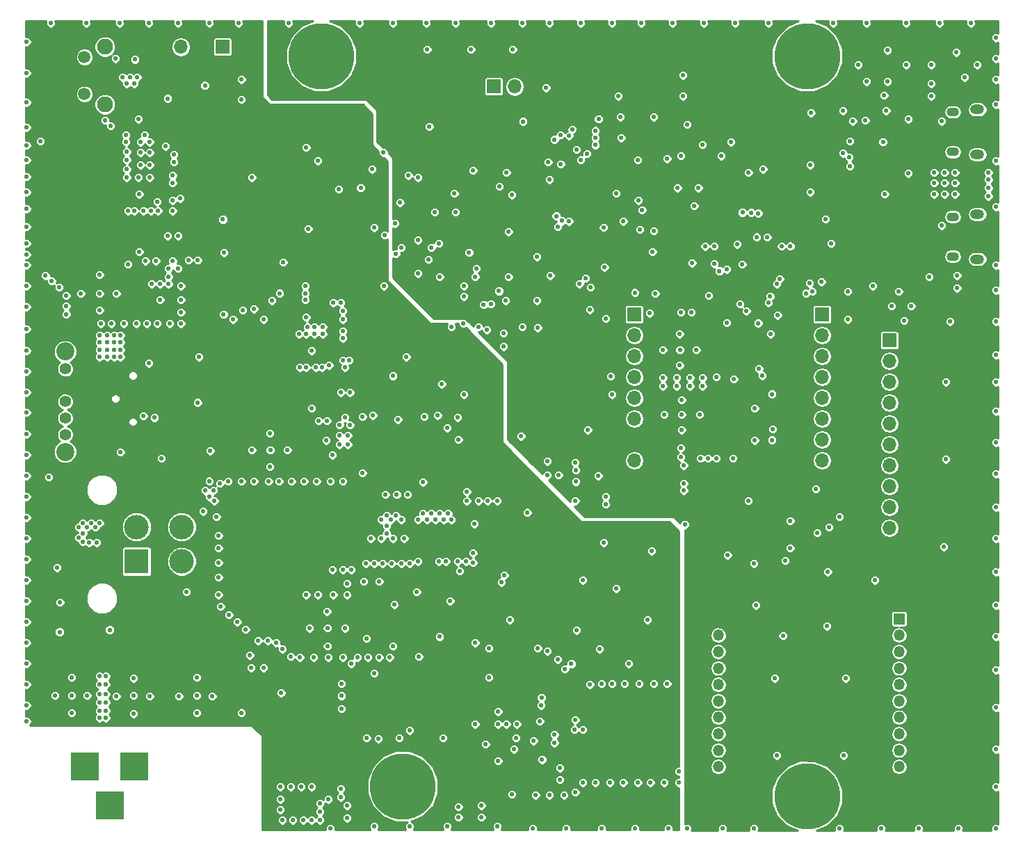
<source format=gbr>
G04 #@! TF.FileFunction,Copper,L3,Inr,Mixed*
%FSLAX46Y46*%
G04 Gerber Fmt 4.6, Leading zero omitted, Abs format (unit mm)*
G04 Created by KiCad (PCBNEW 4.0.7) date 11/28/18 07:40:14*
%MOMM*%
%LPD*%
G01*
G04 APERTURE LIST*
%ADD10C,0.100000*%
%ADD11C,8.000000*%
%ADD12C,0.558800*%
%ADD13O,1.500000X1.100000*%
%ADD14O,1.700000X1.200000*%
%ADD15R,3.500000X3.500000*%
%ADD16R,3.000000X3.000000*%
%ADD17C,3.000000*%
%ADD18R,1.350000X1.350000*%
%ADD19O,1.350000X1.350000*%
%ADD20R,1.700000X1.700000*%
%ADD21O,1.700000X1.700000*%
%ADD22C,1.498000*%
%ADD23C,1.950000*%
%ADD24C,1.400000*%
%ADD25C,2.200000*%
%ADD26C,0.254000*%
G04 APERTURE END LIST*
D10*
D11*
X36512500Y-4762500D03*
X95646240Y-4762500D03*
X95646240Y-94853760D03*
D12*
X64008020Y-55753020D03*
X65405020Y-55753020D03*
X48895020Y-60452020D03*
X49911020Y-60452020D03*
X50927020Y-60452020D03*
X51943020Y-60452020D03*
X52324020Y-61214020D03*
X51435020Y-61214020D03*
X50419020Y-61214020D03*
X49403020Y-61214020D03*
X48260020Y-61214020D03*
X44450020Y-62865020D03*
X44450020Y-61976020D03*
X44450020Y-60706020D03*
X45593020Y-60706020D03*
X46228020Y-61214020D03*
X44958020Y-61214020D03*
X43815020Y-61214020D03*
X42545020Y-63500020D03*
X43815020Y-63500020D03*
X45212020Y-63500020D03*
X46609020Y-63500020D03*
X45593020Y-28829020D03*
X70231020Y-55880020D03*
X67437020Y-58928020D03*
X49657020Y-13335020D03*
X12065020Y-52959020D03*
X20066020Y-69977020D03*
X4699020Y-71247020D03*
X4318020Y-67056020D03*
X3302020Y-56007020D03*
X635020Y-85725020D03*
X635020Y-83820020D03*
X635020Y-81280020D03*
X635020Y-78740020D03*
X635020Y-76200020D03*
X635020Y-73660020D03*
X635020Y-71120020D03*
X635020Y-68580020D03*
X635020Y-66040020D03*
X635020Y-63500020D03*
X635020Y-60960020D03*
X635020Y-58420020D03*
X635020Y-55880020D03*
X635020Y-53340020D03*
X635020Y-50800020D03*
X635020Y-48133020D03*
X635020Y-45720020D03*
X635020Y-43180020D03*
X635020Y-40640020D03*
X635020Y-37973020D03*
X635020Y-35306020D03*
X635020Y-32766020D03*
X87122020Y-27686020D03*
X68961020Y-50292020D03*
X58674020Y-40132020D03*
X52324020Y-37719020D03*
X46863020Y-41402020D03*
X113665020Y-18923020D03*
X113665020Y-20193020D03*
X112395020Y-20193020D03*
X112395020Y-18923020D03*
X111125020Y-18923020D03*
X111125020Y-20193020D03*
X112395020Y-21590020D03*
X113665020Y-21590020D03*
X111125020Y-21590020D03*
X21336020Y-84709020D03*
X21336020Y-80391020D03*
X19177020Y-82677020D03*
X23241020Y-82677020D03*
X21336020Y-82618020D03*
X9525020Y-41402020D03*
X10414020Y-41402020D03*
X11303020Y-41402020D03*
X12065020Y-41402020D03*
X12065020Y-40513020D03*
X11303020Y-40513020D03*
X10414020Y-40513020D03*
X9525020Y-40513020D03*
X12065020Y-39624020D03*
X11303020Y-39624020D03*
X10414020Y-39624020D03*
X9525020Y-39624020D03*
X11303020Y-38735020D03*
X12065020Y-38735020D03*
X10414020Y-38735020D03*
X9525020Y-38735020D03*
X14986020Y-14351020D03*
X15621020Y-15240020D03*
X14478020Y-15240020D03*
X15621020Y-16510020D03*
X14478020Y-16510020D03*
X14478020Y-18034020D03*
X15621020Y-18034020D03*
X15621020Y-19558020D03*
X14224020Y-19558020D03*
X12827020Y-19558020D03*
X12827020Y-18542020D03*
X12827020Y-17399020D03*
X12827020Y-16383020D03*
X12700020Y-15240020D03*
X12700020Y-14351020D03*
X33782020Y-38608020D03*
X34671020Y-38608020D03*
X35687020Y-38608020D03*
X36703020Y-38608020D03*
X36703020Y-37719020D03*
X35687020Y-37719020D03*
X34798020Y-37719020D03*
X34671020Y-36576020D03*
X34544020Y-34417020D03*
X34544020Y-33655020D03*
X34544020Y-32766020D03*
X76200020Y-73406020D03*
X70358020Y-76962020D03*
X67564020Y-74676020D03*
X72390020Y-69596020D03*
X76708020Y-65024020D03*
X70866020Y-64008020D03*
X68326020Y-68580020D03*
X107950020Y-12446020D03*
X107950020Y-19050020D03*
X113030020Y-37084020D03*
X112522020Y-44450020D03*
X112522020Y-53848020D03*
X112268020Y-64516020D03*
X103886020Y-68580020D03*
X98044020Y-74168020D03*
X100330020Y-80518020D03*
X91694020Y-80518020D03*
X100076020Y-89916020D03*
X91948020Y-89916020D03*
X37592020Y-98806020D03*
X42926020Y-98552020D03*
X47244020Y-98552020D03*
X51816020Y-98552020D03*
X57912020Y-98552020D03*
X62230020Y-98806020D03*
X66294020Y-98806020D03*
X70612020Y-98806020D03*
X74676020Y-98806020D03*
X78740020Y-98806020D03*
X81026020Y-98806020D03*
X85344020Y-98806020D03*
X89154020Y-98806020D03*
X99568020Y-98806020D03*
X104648020Y-98806020D03*
X109220020Y-98806020D03*
X114046020Y-98806020D03*
X118618020Y-98806020D03*
X118618020Y-93726020D03*
X118618020Y-89154020D03*
X118618020Y-84074020D03*
X118618020Y-79502020D03*
X118618020Y-75438020D03*
X118618020Y-71628020D03*
X118618020Y-67564020D03*
X118618020Y-63500020D03*
X118618020Y-59690020D03*
X118618020Y-55626020D03*
X118618020Y-51816020D03*
X118618020Y-48006020D03*
X118618020Y-44450020D03*
X118618020Y-41148020D03*
X118618020Y-37084020D03*
X118618020Y-33274020D03*
X118618020Y-30226020D03*
X118618020Y-23114020D03*
X118618020Y-17526020D03*
X118618020Y-10668020D03*
X105410020Y-7874020D03*
X102870020Y-7874020D03*
X101854020Y-5842020D03*
X105410020Y-4064020D03*
X107696020Y-5842020D03*
X110744020Y-5842020D03*
X113792020Y-4318020D03*
X116332020Y-5842020D03*
X114808020Y-7366020D03*
X118618020Y-7620020D03*
X118618020Y-5080020D03*
X118618020Y-2540020D03*
X115570020Y-762020D03*
X111760020Y-762020D03*
X107696020Y-762020D03*
X102870020Y-762020D03*
X98806020Y-762020D03*
X90932020Y-762020D03*
X86868020Y-762020D03*
X83058020Y-762020D03*
X79248020Y-762020D03*
X75438020Y-762020D03*
X71882020Y-762020D03*
X68072020Y-762020D03*
X64262020Y-762020D03*
X60960020Y-762020D03*
X57150020Y-762020D03*
X52832020Y-762020D03*
X49276020Y-762020D03*
X45212020Y-762020D03*
X41148020Y-762020D03*
X32512020Y-762020D03*
X26416020Y-762020D03*
X22860020Y-762020D03*
X19050020Y-762020D03*
X15494020Y-762020D03*
X11938020Y-762020D03*
X7874020Y-762020D03*
X3556020Y-762020D03*
X635020Y-3048020D03*
X635020Y-6858020D03*
X635020Y-10414020D03*
X635020Y-13462020D03*
X44323020Y-58133000D03*
X46990020Y-58133000D03*
X45687000Y-58133000D03*
X9525020Y-31369020D03*
X9525020Y-35687020D03*
X7239020Y-33655020D03*
X11557020Y-33655020D03*
X9525020Y-33655020D03*
X30226020Y-50673020D03*
X30226020Y-54737020D03*
X28067020Y-52705020D03*
X32385020Y-52705020D03*
X30285020Y-52705020D03*
X56515020Y-88519020D03*
X60198020Y-87757020D03*
X59944020Y-89154020D03*
X66167020Y-79375020D03*
X65278020Y-78232020D03*
X64008020Y-77216020D03*
X69215020Y-81280020D03*
X70612020Y-81153020D03*
X71882020Y-81153020D03*
X73406020Y-81153020D03*
X75184020Y-81153020D03*
X76962020Y-81153020D03*
X78613020Y-81153020D03*
X80010020Y-91821020D03*
X80010020Y-93218020D03*
X78232020Y-93218020D03*
X76581020Y-93218020D03*
X75057020Y-93218020D03*
X73279020Y-93218020D03*
X71628020Y-93218020D03*
X69850020Y-93218020D03*
X68326020Y-93218020D03*
X67437020Y-94361020D03*
X66040020Y-94742020D03*
X64262020Y-94742020D03*
X62611020Y-94742020D03*
X39370020Y-42672020D03*
X39370020Y-48768020D03*
X40005020Y-45720020D03*
X38862020Y-45720020D03*
X96901020Y-27559020D03*
X99695020Y-32766020D03*
X102616020Y-32766020D03*
X60833020Y-44450020D03*
X60833020Y-43434020D03*
X61087020Y-42672020D03*
X60833020Y-41910020D03*
X61468020Y-41275020D03*
X62103020Y-41783020D03*
X62865020Y-41275020D03*
X63627020Y-41783020D03*
X64262020Y-41275020D03*
X64897020Y-41783020D03*
X67818020Y-44069020D03*
X67818020Y-45339020D03*
X67818020Y-46609020D03*
X67818020Y-47879020D03*
X61087020Y-49149020D03*
X62230020Y-49149020D03*
X64008020Y-49149020D03*
X65151020Y-49149020D03*
X66421020Y-49149020D03*
X64389020Y-43434020D03*
X64389020Y-47498020D03*
X62357020Y-45466020D03*
X66167020Y-45466020D03*
X64357347Y-45446195D03*
X78105020Y-40513020D03*
X80137020Y-38608020D03*
X80137020Y-42418020D03*
X82169020Y-40513020D03*
X80152020Y-40512020D03*
X78105020Y-44958020D03*
X78105020Y-43942020D03*
X79756020Y-43942020D03*
X79756020Y-44958020D03*
X81407020Y-44958020D03*
X81407020Y-43942020D03*
X82931020Y-43942020D03*
X82931020Y-44958020D03*
X80391020Y-46609020D03*
X80391020Y-50292020D03*
X78232020Y-48387020D03*
X82550020Y-48387020D03*
X80391020Y-48387020D03*
X10287020Y-85344020D03*
X9525020Y-85344020D03*
X10287020Y-84455020D03*
X9525020Y-84455020D03*
X10287020Y-83439020D03*
X9525020Y-83439020D03*
X10287020Y-82423020D03*
X9525020Y-82423020D03*
X10287020Y-81280020D03*
X9525020Y-81280020D03*
X10287020Y-80264020D03*
X9525020Y-80264020D03*
X6096020Y-84709020D03*
X6096020Y-80391020D03*
X4064020Y-82618020D03*
X8001020Y-82618020D03*
X6096020Y-82618020D03*
X11557020Y-82677020D03*
X15621020Y-82677020D03*
X13650000Y-84836020D03*
X13650000Y-80518020D03*
X13650000Y-82618020D03*
X37211020Y-72390020D03*
X35052020Y-74422020D03*
X39370020Y-74422020D03*
X37237000Y-76581020D03*
X37237000Y-74389000D03*
X38956000Y-81153020D03*
X38956000Y-84201020D03*
X38956000Y-82644000D03*
X5842020Y-75819020D03*
X5842020Y-77089020D03*
X7112020Y-77089020D03*
X7112020Y-76327020D03*
X7112020Y-75438020D03*
X9525020Y-75565020D03*
X9525020Y-76327020D03*
X9525020Y-77089020D03*
X24892020Y-17780020D03*
X24892020Y-16637020D03*
X24638020Y-15621020D03*
X23495020Y-15748020D03*
X22479020Y-15748020D03*
X21336020Y-15748020D03*
X19558020Y-9398020D03*
X20066020Y-8509020D03*
X18923020Y-8509020D03*
X48641020Y-80518020D03*
X54483020Y-74168020D03*
X65659020Y-68961020D03*
X64897020Y-61468020D03*
X62230020Y-58547020D03*
X56515020Y-49530020D03*
X57404020Y-53594020D03*
X57404020Y-45212020D03*
X53975020Y-42291020D03*
X51689020Y-41148020D03*
X48514020Y-37973020D03*
X27178020Y-17272020D03*
X32385020Y-17526020D03*
X34798020Y-21590020D03*
X39497020Y-25273020D03*
X41021020Y-34036020D03*
X40386020Y-34671020D03*
X41148020Y-34925020D03*
X44323020Y-36830020D03*
X45212020Y-36957020D03*
X45593020Y-38100020D03*
X45466020Y-38989020D03*
X43434020Y-45212020D03*
X63881020Y-58293020D03*
X61722020Y-62484020D03*
X60706020Y-62484020D03*
X61214020Y-63119020D03*
X62357020Y-63119020D03*
X61722020Y-63754020D03*
X60706020Y-63754020D03*
X61214020Y-64516020D03*
X62357020Y-64516020D03*
X61722020Y-65405020D03*
X60706020Y-65405020D03*
X57785020Y-78740020D03*
X57785020Y-79883020D03*
X57912020Y-81026020D03*
X57912020Y-82042020D03*
X46863020Y-80772020D03*
X46863020Y-82677020D03*
X47244020Y-83820020D03*
X26797020Y-7620020D03*
X84582020Y-43815020D03*
X91186020Y-38608020D03*
X91440020Y-50165020D03*
X89281020Y-47625020D03*
X89281020Y-51562020D03*
X86614020Y-53721020D03*
X84582020Y-53721020D03*
X83566020Y-53721020D03*
X82677020Y-53721020D03*
X80264020Y-53594020D03*
X80264020Y-52451020D03*
X80645020Y-54610020D03*
X80645020Y-56769020D03*
X80645020Y-57658020D03*
X98552020Y-27559020D03*
X97409020Y-32258020D03*
X103632020Y-32766020D03*
X110490020Y-31623020D03*
X117729020Y-21844020D03*
X117729020Y-20828020D03*
X117729020Y-19812020D03*
X117729020Y-18923020D03*
X59817020Y-3937020D03*
X54737020Y-3937020D03*
X49403020Y-3937020D03*
X13716020Y-8128020D03*
X12827020Y-8128020D03*
X14097020Y-7366020D03*
X13208020Y-7366020D03*
X12319020Y-7366020D03*
X2286020Y-15113020D03*
X635020Y-15621020D03*
X635020Y-17399020D03*
X635020Y-19431020D03*
X635020Y-21336020D03*
X635020Y-23368020D03*
X635020Y-25527020D03*
X635020Y-27559020D03*
X635020Y-28956020D03*
X635020Y-30226020D03*
X19431020Y-32766020D03*
X19431020Y-34417020D03*
X19431020Y-35941020D03*
X19431020Y-37338020D03*
X18034020Y-37338020D03*
X16510020Y-37338020D03*
X15240020Y-37338020D03*
X13970020Y-37338020D03*
X12446020Y-37338020D03*
X10922020Y-37338020D03*
X9652020Y-37338020D03*
X5461020Y-36195020D03*
X5461020Y-35179020D03*
X5461020Y-33909020D03*
X4572020Y-32893020D03*
X3683020Y-32131020D03*
X2921020Y-31496020D03*
X17526020Y-15748020D03*
X18542020Y-16764020D03*
X18542020Y-17653020D03*
X18415020Y-19304020D03*
X18415020Y-20193020D03*
X16510020Y-22479020D03*
X16637020Y-23622020D03*
X15748020Y-23622020D03*
X14859020Y-23622020D03*
X13716020Y-23622020D03*
X12954020Y-23622020D03*
X18415020Y-22352020D03*
X19304020Y-22098020D03*
X18415020Y-23622020D03*
X19050020Y-26670020D03*
X17780020Y-26670020D03*
X18415020Y-29718020D03*
X24638020Y-28702020D03*
X21463020Y-29591020D03*
X20320020Y-29591020D03*
X16383020Y-29718020D03*
X15113020Y-29718020D03*
X12954020Y-30099020D03*
X19050020Y-30607020D03*
X17907020Y-30607020D03*
X17907020Y-31623020D03*
X17907020Y-32512020D03*
X16891020Y-32512020D03*
X15875020Y-32512020D03*
X9144020Y-64008020D03*
X8255020Y-64008020D03*
X7493020Y-63881020D03*
X6985020Y-63373020D03*
X7493020Y-62865020D03*
X6985020Y-62103020D03*
X7493020Y-61595020D03*
X8001020Y-62103020D03*
X8509020Y-61595020D03*
X9017020Y-62103020D03*
X9525020Y-61595020D03*
X51181020Y-44704020D03*
X29464020Y-36830020D03*
X28321020Y-35560020D03*
X26924020Y-35687020D03*
X25781020Y-36830020D03*
X38862020Y-34798020D03*
X37973020Y-34798020D03*
X39116020Y-35814020D03*
X39116020Y-36830020D03*
X39116020Y-38227020D03*
X39116020Y-39116020D03*
X39878020Y-41783020D03*
X39116020Y-41783020D03*
X37465020Y-42418020D03*
X36576020Y-42672020D03*
X35814020Y-42672020D03*
X34671020Y-42672020D03*
X33909020Y-42672020D03*
X39116020Y-56515020D03*
X37592020Y-56515020D03*
X35941020Y-56515020D03*
X34417020Y-56515020D03*
X32893020Y-56515020D03*
X31369020Y-56515020D03*
X30099020Y-56515020D03*
X24130020Y-56769020D03*
X25146020Y-56515020D03*
X26797020Y-56515020D03*
X28321020Y-56515020D03*
X44831020Y-77978020D03*
X43561020Y-77978020D03*
X42164020Y-77978020D03*
X40894020Y-77978020D03*
X39116020Y-77978020D03*
X37338020Y-77978020D03*
X35560020Y-77978020D03*
X33909020Y-77978020D03*
X32766020Y-77851020D03*
X31750020Y-76962020D03*
X30988020Y-76200020D03*
X29972020Y-75946020D03*
X28829020Y-75946020D03*
X27305020Y-74549020D03*
X26289020Y-73660020D03*
X25273020Y-72771020D03*
X24257020Y-71755020D03*
X24003020Y-70358020D03*
X24003020Y-68199020D03*
X24003020Y-66421020D03*
X24003020Y-64643020D03*
X24003020Y-63119020D03*
X34671020Y-70358020D03*
X36068020Y-70358020D03*
X37973020Y-70358020D03*
X39624020Y-70358020D03*
X39624020Y-68961020D03*
X40132020Y-67310020D03*
X39116020Y-67310020D03*
X37846020Y-67310020D03*
X41656020Y-68707020D03*
X43561020Y-68707020D03*
X41910020Y-66548020D03*
X42926020Y-66548020D03*
X43942020Y-66548020D03*
X45085020Y-66548020D03*
X46228020Y-66548020D03*
X47244020Y-66548020D03*
X48260020Y-66294020D03*
X51689020Y-66294020D03*
X50800020Y-66294020D03*
X53086020Y-66294020D03*
X54102020Y-66294020D03*
X54991020Y-66421020D03*
X54991020Y-65278020D03*
X47244020Y-86868020D03*
X45974020Y-87757020D03*
X42037020Y-87757020D03*
X54229020Y-57785020D03*
X54229020Y-58928020D03*
X55626020Y-58928020D03*
X56769020Y-58928020D03*
X57912020Y-58928020D03*
X64008020Y-54102020D03*
X53086020Y-48768020D03*
X53213020Y-51435020D03*
X50673020Y-48514020D03*
X49022020Y-48641020D03*
X42799020Y-48514020D03*
X41529020Y-48641020D03*
X39751020Y-52070020D03*
X38735020Y-52070020D03*
X39751020Y-50927020D03*
X38735020Y-50927020D03*
X40005020Y-49657020D03*
X38735020Y-49657020D03*
X37084020Y-51562020D03*
X37211020Y-49149020D03*
X36195020Y-49149020D03*
X14859020Y-48554437D03*
X22098020Y-60198020D03*
X23749020Y-60833020D03*
X23495020Y-58928020D03*
X22860020Y-58420020D03*
X23368020Y-57658020D03*
X22352020Y-57658020D03*
X48387020Y-77851020D03*
X53340020Y-67437020D03*
X59436020Y-73406020D03*
X55245020Y-76200020D03*
X56896020Y-80391020D03*
X73914020Y-78740020D03*
X67437020Y-85598020D03*
X68326020Y-86741020D03*
X67310020Y-86741020D03*
X64897020Y-87376020D03*
X64897020Y-88392020D03*
X62357020Y-88138020D03*
X63119020Y-85725020D03*
X60325020Y-86106020D03*
X59055020Y-86106020D03*
X58039020Y-86106020D03*
X55245020Y-86106020D03*
X56007020Y-97409020D03*
X56007020Y-96012020D03*
X53213020Y-96139020D03*
X53213020Y-97409020D03*
X51308020Y-87757020D03*
X38862020Y-94996020D03*
X37338020Y-95250020D03*
X38862020Y-93980020D03*
X39624020Y-96012020D03*
X39624020Y-97536020D03*
X35306020Y-93726020D03*
X34036020Y-93726020D03*
X32766020Y-93726020D03*
X31496020Y-93726020D03*
X31496020Y-95250020D03*
X31496020Y-96520020D03*
X36322020Y-95758020D03*
X36322020Y-96774020D03*
X36322020Y-97790020D03*
X35306020Y-97790020D03*
X34290020Y-97790020D03*
X33020020Y-97790020D03*
D13*
X113380000Y-29170000D03*
X113380000Y-24330000D03*
D14*
X116380000Y-29480000D03*
X116380000Y-24020000D03*
D15*
X13750000Y-91281900D03*
X7750000Y-91281900D03*
X10750000Y-95981900D03*
D16*
X14000000Y-66278800D03*
D17*
X14000000Y-62078800D03*
X19500000Y-66278800D03*
X19500000Y-62078800D03*
D18*
X84838000Y-73270000D03*
D19*
X84838000Y-75270000D03*
X84838000Y-77270000D03*
X84838000Y-79270000D03*
X84838000Y-81270000D03*
X84838000Y-83270000D03*
X84838000Y-85270000D03*
X84838000Y-87270000D03*
X84838000Y-89270000D03*
X84838000Y-91270000D03*
D18*
X106838000Y-73270000D03*
D19*
X106838000Y-75270000D03*
X106838000Y-77270000D03*
X106838000Y-79270000D03*
X106838000Y-81270000D03*
X106838000Y-83270000D03*
X106838000Y-85270000D03*
X106838000Y-87270000D03*
X106838000Y-89270000D03*
X106838000Y-91270000D03*
D20*
X74614000Y-36230000D03*
D21*
X74614000Y-38770000D03*
X74614000Y-41310000D03*
X74614000Y-43850000D03*
X74614000Y-46390000D03*
X74614000Y-48930000D03*
X74614000Y-51470000D03*
X74614000Y-54010000D03*
D20*
X97474000Y-36230000D03*
D21*
X97474000Y-38770000D03*
X97474000Y-41310000D03*
X97474000Y-43850000D03*
X97474000Y-46390000D03*
X97474000Y-48930000D03*
X97474000Y-51470000D03*
X97474000Y-54010000D03*
D20*
X57498000Y-8476000D03*
D21*
X60038000Y-8476000D03*
D20*
X24478000Y-3650000D03*
D21*
X21938000Y-3650000D03*
X19398000Y-3650000D03*
D20*
X105664000Y-39370000D03*
D21*
X105664000Y-41910000D03*
X105664000Y-44450000D03*
X105664000Y-46990000D03*
X105664000Y-49530000D03*
X105664000Y-52070000D03*
X105664000Y-54610000D03*
X105664000Y-57150000D03*
X105664000Y-59690000D03*
X105664000Y-62230000D03*
D22*
X7675000Y-4893800D03*
X7675000Y-9393800D03*
D23*
X10165000Y-3638800D03*
X10165000Y-10648800D03*
D24*
X5325000Y-50832600D03*
X5325000Y-48832600D03*
X5325000Y-46832600D03*
D25*
X5325000Y-52932600D03*
X5325000Y-40732600D03*
D24*
X5325000Y-42832600D03*
D13*
X113380000Y-16420000D03*
X113380000Y-11580000D03*
D14*
X116380000Y-16730000D03*
X116380000Y-11270000D03*
D11*
X46433740Y-93662500D03*
D12*
X31750020Y-97790020D03*
X49562317Y-29529186D03*
X17794337Y-9924577D03*
X22327918Y-8322516D03*
X83676705Y-33929266D03*
X81661020Y-29972020D03*
X77171260Y-33674701D03*
X16173371Y-48779420D03*
X42672020Y-18542020D03*
X38608020Y-20955020D03*
X41291224Y-20811816D03*
X34925020Y-25781020D03*
X26785132Y-84697132D03*
X89408020Y-71628020D03*
X85979020Y-65532020D03*
X89154020Y-66548020D03*
X98171020Y-67564020D03*
X93599020Y-64643020D03*
X98298020Y-62103020D03*
X96686097Y-57443097D03*
X81915020Y-22987020D03*
X88264782Y-35813782D03*
X90805020Y-26797020D03*
X100584020Y-36830020D03*
X106807020Y-33401020D03*
X108331020Y-35179020D03*
X113919020Y-33020020D03*
X113919020Y-31496020D03*
X112014020Y-25400020D03*
X97867082Y-24588082D03*
X110744020Y-8128020D03*
X110744020Y-9652020D03*
X112014020Y-12700020D03*
X105118082Y-21552082D03*
X100838020Y-18161020D03*
X105283020Y-11430020D03*
X105029020Y-9525020D03*
X104876082Y-15214082D03*
X102743020Y-12573020D03*
X101219020Y-12700020D03*
X99987680Y-11430020D03*
X96139020Y-11684020D03*
X96012020Y-18034020D03*
X90297020Y-18542020D03*
X88519020Y-18923020D03*
X79883020Y-20828020D03*
X76962020Y-12192020D03*
X80518020Y-9652020D03*
X80518020Y-7112020D03*
X61066000Y-12721040D03*
X52705020Y-21463020D03*
X73279020Y-24892020D03*
X70993020Y-30480020D03*
X69173944Y-35645944D03*
X64388921Y-31496111D03*
X53848020Y-34036020D03*
X58133000Y-33368000D03*
X45466020Y-25146020D03*
X46101020Y-22606020D03*
X47117020Y-19304020D03*
X50800020Y-27559020D03*
X65278020Y-25527020D03*
X72390020Y-21463020D03*
X65659020Y-17907020D03*
X63881020Y-8636020D03*
X11430020Y-5080020D03*
X13810000Y-5174000D03*
X15494020Y-42164020D03*
X22987020Y-52832020D03*
X17018020Y-53721020D03*
X21463020Y-46928688D03*
X44099822Y-32766020D03*
X54495020Y-28690020D03*
X60960020Y-37719020D03*
X60833020Y-51054020D03*
X27940020Y-79248020D03*
X31623020Y-82296020D03*
X45382000Y-71544000D03*
X42016000Y-75671000D03*
X58801020Y-67945020D03*
X43434020Y-87884020D03*
X42926020Y-79883020D03*
X63108466Y-57202068D03*
X44958020Y-75438020D03*
X50192593Y-40424447D03*
X46355020Y-80010020D03*
X79502020Y-96266020D03*
X79883020Y-90914020D03*
X79514020Y-80784020D03*
X79502020Y-77216020D03*
X79502020Y-70612020D03*
X79502020Y-65278020D03*
X42251520Y-13740020D03*
X28003520Y-1460520D03*
X45783520Y-33972520D03*
X56451520Y-40513020D03*
X58102520Y-43180020D03*
X58102520Y-51435020D03*
X74422020Y-62484020D03*
X91374813Y-51494450D03*
X56896020Y-76835020D03*
X50914321Y-75450719D03*
X58420020Y-68834020D03*
X40132020Y-78740020D03*
X21590020Y-41402020D03*
X42926020Y-25654020D03*
X31877020Y-29879054D03*
X62865020Y-37846020D03*
X29464020Y-79248020D03*
X59690020Y-94615020D03*
X62865020Y-76835020D03*
X71127360Y-59325640D03*
X71127360Y-58420020D03*
X65532020Y-91440020D03*
X65532020Y-92837020D03*
X71127360Y-36699834D03*
X56642020Y-38100020D03*
X57134964Y-34932119D03*
X53848020Y-32766020D03*
X89008039Y-13837036D03*
X83861892Y-35479386D03*
X102997020Y-22606020D03*
X84963020Y-21971020D03*
X61849020Y-20802600D03*
X82105520Y-97345520D03*
X82169020Y-89916020D03*
X82296020Y-81915020D03*
X81026020Y-74930020D03*
X82042020Y-69342020D03*
X82042020Y-64262020D03*
X89281020Y-68072020D03*
X95111020Y-62496020D03*
X94234020Y-58293020D03*
X95504020Y-47244020D03*
X80010020Y-22987020D03*
X82423020Y-33528020D03*
X102108020Y-36830020D03*
X110998020Y-36830020D03*
X94361020Y-24638020D03*
X105719571Y-15692469D03*
X99568020Y-10795020D03*
X98425020Y-16637020D03*
X90297020Y-19939020D03*
X87376020Y-19050020D03*
X85090020Y-8509020D03*
X85090020Y-5969020D03*
X62738020Y-12573020D03*
X66040020Y-31369020D03*
X66421020Y-35052020D03*
X54495020Y-27190020D03*
X72771020Y-22733020D03*
X73177440Y-13436600D03*
X64706520Y-8636020D03*
X68834020Y-8509020D03*
X68961020Y-4953020D03*
X68961020Y-3175020D03*
X57531020Y-13081020D03*
X43751520Y-13716020D03*
X31432520Y-1397020D03*
X48577520Y-33147020D03*
X57658020Y-38227020D03*
X59602520Y-43204020D03*
X60960020Y-52451020D03*
X64770020Y-56515020D03*
X76124520Y-60019520D03*
X62738020Y-34544020D03*
X58928020Y-34544020D03*
X55245020Y-31623020D03*
X50927020Y-31623020D03*
X48260020Y-27178020D03*
X50292020Y-23749020D03*
X48260020Y-19558020D03*
X14224020Y-12446020D03*
X14351020Y-21590020D03*
X24523020Y-24650020D03*
X35306020Y-40640020D03*
X45224020Y-43700020D03*
X24603953Y-36186236D03*
X22895633Y-56496849D03*
X52832020Y-23749020D03*
X53756544Y-37292982D03*
X87456319Y-34951426D03*
X87772750Y-23801647D03*
X87757020Y-30099020D03*
X86360020Y-15240020D03*
X61595020Y-60314020D03*
X48895020Y-56642020D03*
X55626020Y-37719020D03*
X56273797Y-35033433D03*
X49911020Y-28067020D03*
X58674020Y-38481020D03*
X67505931Y-55157317D03*
X92693732Y-75311020D03*
X99568020Y-60833020D03*
X89704731Y-37270742D03*
X91948020Y-32512020D03*
X71706556Y-43749665D03*
X65770456Y-24822288D03*
X76456392Y-36070225D03*
X75296213Y-25893213D03*
X70847638Y-25613814D03*
X65090122Y-24232048D03*
X71882020Y-45974020D03*
X76962020Y-26035020D03*
X66675020Y-24892020D03*
X84974681Y-30921930D03*
X83214356Y-27941669D03*
X54991020Y-18669020D03*
X84332499Y-30058730D03*
X84328529Y-27906851D03*
X59055020Y-18923020D03*
X107442020Y-36957020D03*
X105918020Y-35179020D03*
X68083821Y-17387219D03*
X75017486Y-17431451D03*
X78613020Y-17272020D03*
X59691217Y-21673617D03*
X69864224Y-15593706D03*
X73025020Y-14732020D03*
X69845278Y-14703253D03*
X72898020Y-12192020D03*
X69845278Y-13831745D03*
X72644020Y-9652020D03*
X28067020Y-19558020D03*
X34671020Y-15875020D03*
X67422888Y-54243152D03*
X45847020Y-49022020D03*
X27813020Y-77724020D03*
X10731520Y-74612520D03*
X4635520Y-74866520D03*
X85171223Y-16936817D03*
X45228020Y-76581020D03*
X58039020Y-84582020D03*
X58039020Y-90551020D03*
X10160020Y-12573020D03*
X10868119Y-13269650D03*
X30480020Y-34544020D03*
X31442357Y-33636182D03*
X100788025Y-17070717D03*
X100019616Y-16594268D03*
X96012020Y-21336020D03*
X92527102Y-27904300D03*
X92964020Y-66182407D03*
X93604101Y-27884509D03*
X96887609Y-62810243D03*
X93599020Y-61341020D03*
X85852020Y-30734020D03*
X70251962Y-12425078D03*
X58166020Y-20609580D03*
X48133020Y-69977020D03*
X41529020Y-55499020D03*
X55118020Y-61722020D03*
X52197020Y-71120020D03*
X67505931Y-56569519D03*
X64262020Y-19812020D03*
X46228020Y-28067020D03*
X48260020Y-31242020D03*
X36068020Y-17526020D03*
X44069020Y-16510020D03*
X55372020Y-30607020D03*
X44188359Y-26580609D03*
X59309020Y-31623020D03*
X59309020Y-26162020D03*
X80747390Y-61806364D03*
X69253085Y-32905784D03*
X88510955Y-58919955D03*
X68691202Y-31811033D03*
X80264020Y-16891020D03*
X67564020Y-16129020D03*
X82423020Y-20828020D03*
X68834020Y-16637020D03*
X82896402Y-15561210D03*
X64897020Y-14919980D03*
X64135020Y-17653020D03*
X75085528Y-22352020D03*
X89707762Y-23892252D03*
X65659020Y-14351020D03*
X89524020Y-26786020D03*
X26779811Y-10044570D03*
X66675020Y-14478020D03*
X74674520Y-33552451D03*
X67945020Y-32512020D03*
X67036829Y-13690361D03*
X81026020Y-13081020D03*
X88835330Y-23810098D03*
X75565020Y-23495020D03*
X100838020Y-15113020D03*
X66941020Y-78752020D03*
X63246020Y-83820020D03*
X53848020Y-45974020D03*
X51816020Y-50038020D03*
X63385020Y-90424020D03*
X63307020Y-82870020D03*
X37846020Y-53340020D03*
X35306020Y-47625020D03*
X16891020Y-34417020D03*
X14351020Y-28575020D03*
X90170020Y-43688020D03*
X91375827Y-45909827D03*
X80264020Y-35941020D03*
X95917854Y-32399134D03*
X92329020Y-31877020D03*
X89789020Y-42799020D03*
X86741020Y-44069020D03*
X85852020Y-37211020D03*
X81534020Y-35941020D03*
X90932020Y-34798020D03*
X95506325Y-33629969D03*
X91149782Y-34012020D03*
X76835020Y-28575020D03*
X96266020Y-33401020D03*
X62738020Y-29210020D03*
X100584020Y-33401020D03*
X92075020Y-36322020D03*
D26*
G36*
X31902526Y-640231D02*
X31902314Y-882745D01*
X31994925Y-1106880D01*
X32166258Y-1278513D01*
X32390231Y-1371514D01*
X32632745Y-1371726D01*
X32856880Y-1279115D01*
X33028513Y-1107782D01*
X33121514Y-883809D01*
X33121726Y-641295D01*
X33066658Y-508020D01*
X35469877Y-508020D01*
X34062843Y-1089394D01*
X32843675Y-2306436D01*
X32183053Y-3897391D01*
X32181550Y-5620051D01*
X32839394Y-7212157D01*
X34056436Y-8431325D01*
X35647391Y-9091947D01*
X37370051Y-9093450D01*
X38962157Y-8435606D01*
X39773177Y-7626000D01*
X56311331Y-7626000D01*
X56311331Y-9326000D01*
X56334356Y-9448365D01*
X56406673Y-9560749D01*
X56517017Y-9636144D01*
X56648000Y-9662669D01*
X58348000Y-9662669D01*
X58470365Y-9639644D01*
X58582749Y-9567327D01*
X58658144Y-9456983D01*
X58684669Y-9326000D01*
X58684669Y-8452879D01*
X58857800Y-8452879D01*
X58857800Y-8499121D01*
X58947637Y-8950764D01*
X59203473Y-9333648D01*
X59586357Y-9589484D01*
X60038000Y-9679321D01*
X60489643Y-9589484D01*
X60872527Y-9333648D01*
X61128363Y-8950764D01*
X61166955Y-8756745D01*
X63271314Y-8756745D01*
X63363925Y-8980880D01*
X63535258Y-9152513D01*
X63759231Y-9245514D01*
X64001745Y-9245726D01*
X64225880Y-9153115D01*
X64397513Y-8981782D01*
X64490514Y-8757809D01*
X64490726Y-8515295D01*
X64398115Y-8291160D01*
X64226782Y-8119527D01*
X64002809Y-8026526D01*
X63760295Y-8026314D01*
X63536160Y-8118925D01*
X63364527Y-8290258D01*
X63271526Y-8514231D01*
X63271314Y-8756745D01*
X61166955Y-8756745D01*
X61218200Y-8499121D01*
X61218200Y-8452879D01*
X61128363Y-8001236D01*
X60872527Y-7618352D01*
X60489643Y-7362516D01*
X60038000Y-7272679D01*
X59586357Y-7362516D01*
X59203473Y-7618352D01*
X58947637Y-8001236D01*
X58857800Y-8452879D01*
X58684669Y-8452879D01*
X58684669Y-7626000D01*
X58661644Y-7503635D01*
X58589327Y-7391251D01*
X58478983Y-7315856D01*
X58348000Y-7289331D01*
X56648000Y-7289331D01*
X56525635Y-7312356D01*
X56413251Y-7384673D01*
X56337856Y-7495017D01*
X56311331Y-7626000D01*
X39773177Y-7626000D01*
X40167119Y-7232745D01*
X79908314Y-7232745D01*
X80000925Y-7456880D01*
X80172258Y-7628513D01*
X80396231Y-7721514D01*
X80638745Y-7721726D01*
X80862880Y-7629115D01*
X81034513Y-7457782D01*
X81127514Y-7233809D01*
X81127726Y-6991295D01*
X81035115Y-6767160D01*
X80863782Y-6595527D01*
X80639809Y-6502526D01*
X80397295Y-6502314D01*
X80173160Y-6594925D01*
X80001527Y-6766258D01*
X79908526Y-6990231D01*
X79908314Y-7232745D01*
X40167119Y-7232745D01*
X40181325Y-7218564D01*
X40841947Y-5627609D01*
X40843316Y-4057745D01*
X48793314Y-4057745D01*
X48885925Y-4281880D01*
X49057258Y-4453513D01*
X49281231Y-4546514D01*
X49523745Y-4546726D01*
X49747880Y-4454115D01*
X49919513Y-4282782D01*
X50012514Y-4058809D01*
X50012514Y-4057745D01*
X54127314Y-4057745D01*
X54219925Y-4281880D01*
X54391258Y-4453513D01*
X54615231Y-4546514D01*
X54857745Y-4546726D01*
X55081880Y-4454115D01*
X55253513Y-4282782D01*
X55346514Y-4058809D01*
X55346514Y-4057745D01*
X59207314Y-4057745D01*
X59299925Y-4281880D01*
X59471258Y-4453513D01*
X59695231Y-4546514D01*
X59937745Y-4546726D01*
X60161880Y-4454115D01*
X60333513Y-4282782D01*
X60426514Y-4058809D01*
X60426726Y-3816295D01*
X60334115Y-3592160D01*
X60162782Y-3420527D01*
X59938809Y-3327526D01*
X59696295Y-3327314D01*
X59472160Y-3419925D01*
X59300527Y-3591258D01*
X59207526Y-3815231D01*
X59207314Y-4057745D01*
X55346514Y-4057745D01*
X55346726Y-3816295D01*
X55254115Y-3592160D01*
X55082782Y-3420527D01*
X54858809Y-3327526D01*
X54616295Y-3327314D01*
X54392160Y-3419925D01*
X54220527Y-3591258D01*
X54127526Y-3815231D01*
X54127314Y-4057745D01*
X50012514Y-4057745D01*
X50012726Y-3816295D01*
X49920115Y-3592160D01*
X49748782Y-3420527D01*
X49524809Y-3327526D01*
X49282295Y-3327314D01*
X49058160Y-3419925D01*
X48886527Y-3591258D01*
X48793526Y-3815231D01*
X48793314Y-4057745D01*
X40843316Y-4057745D01*
X40843450Y-3904949D01*
X40185606Y-2312843D01*
X38968564Y-1093675D01*
X37558150Y-508020D01*
X40593424Y-508020D01*
X40538526Y-640231D01*
X40538314Y-882745D01*
X40630925Y-1106880D01*
X40802258Y-1278513D01*
X41026231Y-1371514D01*
X41268745Y-1371726D01*
X41492880Y-1279115D01*
X41664513Y-1107782D01*
X41757514Y-883809D01*
X41757726Y-641295D01*
X41702658Y-508020D01*
X44657424Y-508020D01*
X44602526Y-640231D01*
X44602314Y-882745D01*
X44694925Y-1106880D01*
X44866258Y-1278513D01*
X45090231Y-1371514D01*
X45332745Y-1371726D01*
X45556880Y-1279115D01*
X45728513Y-1107782D01*
X45821514Y-883809D01*
X45821726Y-641295D01*
X45766658Y-508020D01*
X48721424Y-508020D01*
X48666526Y-640231D01*
X48666314Y-882745D01*
X48758925Y-1106880D01*
X48930258Y-1278513D01*
X49154231Y-1371514D01*
X49396745Y-1371726D01*
X49620880Y-1279115D01*
X49792513Y-1107782D01*
X49885514Y-883809D01*
X49885726Y-641295D01*
X49830658Y-508020D01*
X52277424Y-508020D01*
X52222526Y-640231D01*
X52222314Y-882745D01*
X52314925Y-1106880D01*
X52486258Y-1278513D01*
X52710231Y-1371514D01*
X52952745Y-1371726D01*
X53176880Y-1279115D01*
X53348513Y-1107782D01*
X53441514Y-883809D01*
X53441726Y-641295D01*
X53386658Y-508020D01*
X56595424Y-508020D01*
X56540526Y-640231D01*
X56540314Y-882745D01*
X56632925Y-1106880D01*
X56804258Y-1278513D01*
X57028231Y-1371514D01*
X57270745Y-1371726D01*
X57494880Y-1279115D01*
X57666513Y-1107782D01*
X57759514Y-883809D01*
X57759726Y-641295D01*
X57704658Y-508020D01*
X60405424Y-508020D01*
X60350526Y-640231D01*
X60350314Y-882745D01*
X60442925Y-1106880D01*
X60614258Y-1278513D01*
X60838231Y-1371514D01*
X61080745Y-1371726D01*
X61304880Y-1279115D01*
X61476513Y-1107782D01*
X61569514Y-883809D01*
X61569726Y-641295D01*
X61514658Y-508020D01*
X63707424Y-508020D01*
X63652526Y-640231D01*
X63652314Y-882745D01*
X63744925Y-1106880D01*
X63916258Y-1278513D01*
X64140231Y-1371514D01*
X64382745Y-1371726D01*
X64606880Y-1279115D01*
X64778513Y-1107782D01*
X64871514Y-883809D01*
X64871726Y-641295D01*
X64816658Y-508020D01*
X67517424Y-508020D01*
X67462526Y-640231D01*
X67462314Y-882745D01*
X67554925Y-1106880D01*
X67726258Y-1278513D01*
X67950231Y-1371514D01*
X68192745Y-1371726D01*
X68416880Y-1279115D01*
X68588513Y-1107782D01*
X68681514Y-883809D01*
X68681726Y-641295D01*
X68626658Y-508020D01*
X71327424Y-508020D01*
X71272526Y-640231D01*
X71272314Y-882745D01*
X71364925Y-1106880D01*
X71536258Y-1278513D01*
X71760231Y-1371514D01*
X72002745Y-1371726D01*
X72226880Y-1279115D01*
X72398513Y-1107782D01*
X72491514Y-883809D01*
X72491726Y-641295D01*
X72436658Y-508020D01*
X74883424Y-508020D01*
X74828526Y-640231D01*
X74828314Y-882745D01*
X74920925Y-1106880D01*
X75092258Y-1278513D01*
X75316231Y-1371514D01*
X75558745Y-1371726D01*
X75782880Y-1279115D01*
X75954513Y-1107782D01*
X76047514Y-883809D01*
X76047726Y-641295D01*
X75992658Y-508020D01*
X78693424Y-508020D01*
X78638526Y-640231D01*
X78638314Y-882745D01*
X78730925Y-1106880D01*
X78902258Y-1278513D01*
X79126231Y-1371514D01*
X79368745Y-1371726D01*
X79592880Y-1279115D01*
X79764513Y-1107782D01*
X79857514Y-883809D01*
X79857726Y-641295D01*
X79802658Y-508020D01*
X82503424Y-508020D01*
X82448526Y-640231D01*
X82448314Y-882745D01*
X82540925Y-1106880D01*
X82712258Y-1278513D01*
X82936231Y-1371514D01*
X83178745Y-1371726D01*
X83402880Y-1279115D01*
X83574513Y-1107782D01*
X83667514Y-883809D01*
X83667726Y-641295D01*
X83612658Y-508020D01*
X86313424Y-508020D01*
X86258526Y-640231D01*
X86258314Y-882745D01*
X86350925Y-1106880D01*
X86522258Y-1278513D01*
X86746231Y-1371514D01*
X86988745Y-1371726D01*
X87212880Y-1279115D01*
X87384513Y-1107782D01*
X87477514Y-883809D01*
X87477726Y-641295D01*
X87422658Y-508020D01*
X90377424Y-508020D01*
X90322526Y-640231D01*
X90322314Y-882745D01*
X90414925Y-1106880D01*
X90586258Y-1278513D01*
X90810231Y-1371514D01*
X91052745Y-1371726D01*
X91276880Y-1279115D01*
X91448513Y-1107782D01*
X91541514Y-883809D01*
X91541726Y-641295D01*
X91486658Y-508020D01*
X94603617Y-508020D01*
X93196583Y-1089394D01*
X91977415Y-2306436D01*
X91316793Y-3897391D01*
X91315290Y-5620051D01*
X91973134Y-7212157D01*
X93190176Y-8431325D01*
X94781131Y-9091947D01*
X96503791Y-9093450D01*
X98095897Y-8435606D01*
X98537528Y-7994745D01*
X102260314Y-7994745D01*
X102352925Y-8218880D01*
X102524258Y-8390513D01*
X102748231Y-8483514D01*
X102990745Y-8483726D01*
X103214880Y-8391115D01*
X103386513Y-8219782D01*
X103479514Y-7995809D01*
X103479514Y-7994745D01*
X104800314Y-7994745D01*
X104892925Y-8218880D01*
X105064258Y-8390513D01*
X105288231Y-8483514D01*
X105530745Y-8483726D01*
X105754880Y-8391115D01*
X105897499Y-8248745D01*
X110134314Y-8248745D01*
X110226925Y-8472880D01*
X110398258Y-8644513D01*
X110622231Y-8737514D01*
X110864745Y-8737726D01*
X111088880Y-8645115D01*
X111260513Y-8473782D01*
X111353514Y-8249809D01*
X111353726Y-8007295D01*
X111261115Y-7783160D01*
X111089782Y-7611527D01*
X110865809Y-7518526D01*
X110623295Y-7518314D01*
X110399160Y-7610925D01*
X110227527Y-7782258D01*
X110134526Y-8006231D01*
X110134314Y-8248745D01*
X105897499Y-8248745D01*
X105926513Y-8219782D01*
X106019514Y-7995809D01*
X106019726Y-7753295D01*
X105927115Y-7529160D01*
X105884775Y-7486745D01*
X114198314Y-7486745D01*
X114290925Y-7710880D01*
X114462258Y-7882513D01*
X114686231Y-7975514D01*
X114928745Y-7975726D01*
X115152880Y-7883115D01*
X115324513Y-7711782D01*
X115417514Y-7487809D01*
X115417726Y-7245295D01*
X115325115Y-7021160D01*
X115153782Y-6849527D01*
X114929809Y-6756526D01*
X114687295Y-6756314D01*
X114463160Y-6848925D01*
X114291527Y-7020258D01*
X114198526Y-7244231D01*
X114198314Y-7486745D01*
X105884775Y-7486745D01*
X105755782Y-7357527D01*
X105531809Y-7264526D01*
X105289295Y-7264314D01*
X105065160Y-7356925D01*
X104893527Y-7528258D01*
X104800526Y-7752231D01*
X104800314Y-7994745D01*
X103479514Y-7994745D01*
X103479726Y-7753295D01*
X103387115Y-7529160D01*
X103215782Y-7357527D01*
X102991809Y-7264526D01*
X102749295Y-7264314D01*
X102525160Y-7356925D01*
X102353527Y-7528258D01*
X102260526Y-7752231D01*
X102260314Y-7994745D01*
X98537528Y-7994745D01*
X99315065Y-7218564D01*
X99836526Y-5962745D01*
X101244314Y-5962745D01*
X101336925Y-6186880D01*
X101508258Y-6358513D01*
X101732231Y-6451514D01*
X101974745Y-6451726D01*
X102198880Y-6359115D01*
X102370513Y-6187782D01*
X102463514Y-5963809D01*
X102463514Y-5962745D01*
X107086314Y-5962745D01*
X107178925Y-6186880D01*
X107350258Y-6358513D01*
X107574231Y-6451514D01*
X107816745Y-6451726D01*
X108040880Y-6359115D01*
X108212513Y-6187782D01*
X108305514Y-5963809D01*
X108305514Y-5962745D01*
X110134314Y-5962745D01*
X110226925Y-6186880D01*
X110398258Y-6358513D01*
X110622231Y-6451514D01*
X110864745Y-6451726D01*
X111088880Y-6359115D01*
X111260513Y-6187782D01*
X111353514Y-5963809D01*
X111353514Y-5962745D01*
X115722314Y-5962745D01*
X115814925Y-6186880D01*
X115986258Y-6358513D01*
X116210231Y-6451514D01*
X116452745Y-6451726D01*
X116676880Y-6359115D01*
X116848513Y-6187782D01*
X116941514Y-5963809D01*
X116941726Y-5721295D01*
X116849115Y-5497160D01*
X116677782Y-5325527D01*
X116453809Y-5232526D01*
X116211295Y-5232314D01*
X115987160Y-5324925D01*
X115815527Y-5496258D01*
X115722526Y-5720231D01*
X115722314Y-5962745D01*
X111353514Y-5962745D01*
X111353726Y-5721295D01*
X111261115Y-5497160D01*
X111089782Y-5325527D01*
X110865809Y-5232526D01*
X110623295Y-5232314D01*
X110399160Y-5324925D01*
X110227527Y-5496258D01*
X110134526Y-5720231D01*
X110134314Y-5962745D01*
X108305514Y-5962745D01*
X108305726Y-5721295D01*
X108213115Y-5497160D01*
X108041782Y-5325527D01*
X107817809Y-5232526D01*
X107575295Y-5232314D01*
X107351160Y-5324925D01*
X107179527Y-5496258D01*
X107086526Y-5720231D01*
X107086314Y-5962745D01*
X102463514Y-5962745D01*
X102463726Y-5721295D01*
X102371115Y-5497160D01*
X102199782Y-5325527D01*
X101975809Y-5232526D01*
X101733295Y-5232314D01*
X101509160Y-5324925D01*
X101337527Y-5496258D01*
X101244526Y-5720231D01*
X101244314Y-5962745D01*
X99836526Y-5962745D01*
X99975687Y-5627609D01*
X99976945Y-4184745D01*
X104800314Y-4184745D01*
X104892925Y-4408880D01*
X105064258Y-4580513D01*
X105288231Y-4673514D01*
X105530745Y-4673726D01*
X105754880Y-4581115D01*
X105897499Y-4438745D01*
X113182314Y-4438745D01*
X113274925Y-4662880D01*
X113446258Y-4834513D01*
X113670231Y-4927514D01*
X113912745Y-4927726D01*
X114136880Y-4835115D01*
X114308513Y-4663782D01*
X114401514Y-4439809D01*
X114401726Y-4197295D01*
X114309115Y-3973160D01*
X114137782Y-3801527D01*
X113913809Y-3708526D01*
X113671295Y-3708314D01*
X113447160Y-3800925D01*
X113275527Y-3972258D01*
X113182526Y-4196231D01*
X113182314Y-4438745D01*
X105897499Y-4438745D01*
X105926513Y-4409782D01*
X106019514Y-4185809D01*
X106019726Y-3943295D01*
X105927115Y-3719160D01*
X105755782Y-3547527D01*
X105531809Y-3454526D01*
X105289295Y-3454314D01*
X105065160Y-3546925D01*
X104893527Y-3718258D01*
X104800526Y-3942231D01*
X104800314Y-4184745D01*
X99976945Y-4184745D01*
X99977190Y-3904949D01*
X99319346Y-2312843D01*
X98102304Y-1093675D01*
X96691890Y-508020D01*
X98251424Y-508020D01*
X98196526Y-640231D01*
X98196314Y-882745D01*
X98288925Y-1106880D01*
X98460258Y-1278513D01*
X98684231Y-1371514D01*
X98926745Y-1371726D01*
X99150880Y-1279115D01*
X99322513Y-1107782D01*
X99415514Y-883809D01*
X99415726Y-641295D01*
X99360658Y-508020D01*
X102315424Y-508020D01*
X102260526Y-640231D01*
X102260314Y-882745D01*
X102352925Y-1106880D01*
X102524258Y-1278513D01*
X102748231Y-1371514D01*
X102990745Y-1371726D01*
X103214880Y-1279115D01*
X103386513Y-1107782D01*
X103479514Y-883809D01*
X103479726Y-641295D01*
X103424658Y-508020D01*
X107141424Y-508020D01*
X107086526Y-640231D01*
X107086314Y-882745D01*
X107178925Y-1106880D01*
X107350258Y-1278513D01*
X107574231Y-1371514D01*
X107816745Y-1371726D01*
X108040880Y-1279115D01*
X108212513Y-1107782D01*
X108305514Y-883809D01*
X108305726Y-641295D01*
X108250658Y-508020D01*
X111205424Y-508020D01*
X111150526Y-640231D01*
X111150314Y-882745D01*
X111242925Y-1106880D01*
X111414258Y-1278513D01*
X111638231Y-1371514D01*
X111880745Y-1371726D01*
X112104880Y-1279115D01*
X112276513Y-1107782D01*
X112369514Y-883809D01*
X112369726Y-641295D01*
X112314658Y-508020D01*
X115015424Y-508020D01*
X114960526Y-640231D01*
X114960314Y-882745D01*
X115052925Y-1106880D01*
X115224258Y-1278513D01*
X115448231Y-1371514D01*
X115690745Y-1371726D01*
X115914880Y-1279115D01*
X116086513Y-1107782D01*
X116179514Y-883809D01*
X116179726Y-641295D01*
X116124658Y-508020D01*
X118872020Y-508020D01*
X118872020Y-1985424D01*
X118739809Y-1930526D01*
X118497295Y-1930314D01*
X118273160Y-2022925D01*
X118101527Y-2194258D01*
X118008526Y-2418231D01*
X118008314Y-2660745D01*
X118100925Y-2884880D01*
X118272258Y-3056513D01*
X118496231Y-3149514D01*
X118738745Y-3149726D01*
X118872020Y-3094658D01*
X118872020Y-4525424D01*
X118739809Y-4470526D01*
X118497295Y-4470314D01*
X118273160Y-4562925D01*
X118101527Y-4734258D01*
X118008526Y-4958231D01*
X118008314Y-5200745D01*
X118100925Y-5424880D01*
X118272258Y-5596513D01*
X118496231Y-5689514D01*
X118738745Y-5689726D01*
X118872020Y-5634658D01*
X118872020Y-7065424D01*
X118739809Y-7010526D01*
X118497295Y-7010314D01*
X118273160Y-7102925D01*
X118101527Y-7274258D01*
X118008526Y-7498231D01*
X118008314Y-7740745D01*
X118100925Y-7964880D01*
X118272258Y-8136513D01*
X118496231Y-8229514D01*
X118738745Y-8229726D01*
X118872020Y-8174658D01*
X118872020Y-10113424D01*
X118739809Y-10058526D01*
X118497295Y-10058314D01*
X118273160Y-10150925D01*
X118101527Y-10322258D01*
X118008526Y-10546231D01*
X118008314Y-10788745D01*
X118100925Y-11012880D01*
X118272258Y-11184513D01*
X118496231Y-11277514D01*
X118738745Y-11277726D01*
X118872020Y-11222658D01*
X118872020Y-16971424D01*
X118739809Y-16916526D01*
X118497295Y-16916314D01*
X118273160Y-17008925D01*
X118101527Y-17180258D01*
X118008526Y-17404231D01*
X118008314Y-17646745D01*
X118100925Y-17870880D01*
X118272258Y-18042513D01*
X118496231Y-18135514D01*
X118738745Y-18135726D01*
X118872020Y-18080658D01*
X118872020Y-22559424D01*
X118739809Y-22504526D01*
X118497295Y-22504314D01*
X118273160Y-22596925D01*
X118101527Y-22768258D01*
X118008526Y-22992231D01*
X118008314Y-23234745D01*
X118100925Y-23458880D01*
X118272258Y-23630513D01*
X118496231Y-23723514D01*
X118738745Y-23723726D01*
X118872020Y-23668658D01*
X118872020Y-29671424D01*
X118739809Y-29616526D01*
X118497295Y-29616314D01*
X118273160Y-29708925D01*
X118101527Y-29880258D01*
X118008526Y-30104231D01*
X118008314Y-30346745D01*
X118100925Y-30570880D01*
X118272258Y-30742513D01*
X118496231Y-30835514D01*
X118738745Y-30835726D01*
X118872020Y-30780658D01*
X118872020Y-32719424D01*
X118739809Y-32664526D01*
X118497295Y-32664314D01*
X118273160Y-32756925D01*
X118101527Y-32928258D01*
X118008526Y-33152231D01*
X118008314Y-33394745D01*
X118100925Y-33618880D01*
X118272258Y-33790513D01*
X118496231Y-33883514D01*
X118738745Y-33883726D01*
X118872020Y-33828658D01*
X118872020Y-36529424D01*
X118739809Y-36474526D01*
X118497295Y-36474314D01*
X118273160Y-36566925D01*
X118101527Y-36738258D01*
X118008526Y-36962231D01*
X118008314Y-37204745D01*
X118100925Y-37428880D01*
X118272258Y-37600513D01*
X118496231Y-37693514D01*
X118738745Y-37693726D01*
X118872020Y-37638658D01*
X118872020Y-40593424D01*
X118739809Y-40538526D01*
X118497295Y-40538314D01*
X118273160Y-40630925D01*
X118101527Y-40802258D01*
X118008526Y-41026231D01*
X118008314Y-41268745D01*
X118100925Y-41492880D01*
X118272258Y-41664513D01*
X118496231Y-41757514D01*
X118738745Y-41757726D01*
X118872020Y-41702658D01*
X118872020Y-43895424D01*
X118739809Y-43840526D01*
X118497295Y-43840314D01*
X118273160Y-43932925D01*
X118101527Y-44104258D01*
X118008526Y-44328231D01*
X118008314Y-44570745D01*
X118100925Y-44794880D01*
X118272258Y-44966513D01*
X118496231Y-45059514D01*
X118738745Y-45059726D01*
X118872020Y-45004658D01*
X118872020Y-47451424D01*
X118739809Y-47396526D01*
X118497295Y-47396314D01*
X118273160Y-47488925D01*
X118101527Y-47660258D01*
X118008526Y-47884231D01*
X118008314Y-48126745D01*
X118100925Y-48350880D01*
X118272258Y-48522513D01*
X118496231Y-48615514D01*
X118738745Y-48615726D01*
X118872020Y-48560658D01*
X118872020Y-51261424D01*
X118739809Y-51206526D01*
X118497295Y-51206314D01*
X118273160Y-51298925D01*
X118101527Y-51470258D01*
X118008526Y-51694231D01*
X118008314Y-51936745D01*
X118100925Y-52160880D01*
X118272258Y-52332513D01*
X118496231Y-52425514D01*
X118738745Y-52425726D01*
X118872020Y-52370658D01*
X118872020Y-55071424D01*
X118739809Y-55016526D01*
X118497295Y-55016314D01*
X118273160Y-55108925D01*
X118101527Y-55280258D01*
X118008526Y-55504231D01*
X118008314Y-55746745D01*
X118100925Y-55970880D01*
X118272258Y-56142513D01*
X118496231Y-56235514D01*
X118738745Y-56235726D01*
X118872020Y-56180658D01*
X118872020Y-59135424D01*
X118739809Y-59080526D01*
X118497295Y-59080314D01*
X118273160Y-59172925D01*
X118101527Y-59344258D01*
X118008526Y-59568231D01*
X118008314Y-59810745D01*
X118100925Y-60034880D01*
X118272258Y-60206513D01*
X118496231Y-60299514D01*
X118738745Y-60299726D01*
X118872020Y-60244658D01*
X118872020Y-62945424D01*
X118739809Y-62890526D01*
X118497295Y-62890314D01*
X118273160Y-62982925D01*
X118101527Y-63154258D01*
X118008526Y-63378231D01*
X118008314Y-63620745D01*
X118100925Y-63844880D01*
X118272258Y-64016513D01*
X118496231Y-64109514D01*
X118738745Y-64109726D01*
X118872020Y-64054658D01*
X118872020Y-67009424D01*
X118739809Y-66954526D01*
X118497295Y-66954314D01*
X118273160Y-67046925D01*
X118101527Y-67218258D01*
X118008526Y-67442231D01*
X118008314Y-67684745D01*
X118100925Y-67908880D01*
X118272258Y-68080513D01*
X118496231Y-68173514D01*
X118738745Y-68173726D01*
X118872020Y-68118658D01*
X118872020Y-71073424D01*
X118739809Y-71018526D01*
X118497295Y-71018314D01*
X118273160Y-71110925D01*
X118101527Y-71282258D01*
X118008526Y-71506231D01*
X118008314Y-71748745D01*
X118100925Y-71972880D01*
X118272258Y-72144513D01*
X118496231Y-72237514D01*
X118738745Y-72237726D01*
X118872020Y-72182658D01*
X118872020Y-74883424D01*
X118739809Y-74828526D01*
X118497295Y-74828314D01*
X118273160Y-74920925D01*
X118101527Y-75092258D01*
X118008526Y-75316231D01*
X118008314Y-75558745D01*
X118100925Y-75782880D01*
X118272258Y-75954513D01*
X118496231Y-76047514D01*
X118738745Y-76047726D01*
X118872020Y-75992658D01*
X118872020Y-78947424D01*
X118739809Y-78892526D01*
X118497295Y-78892314D01*
X118273160Y-78984925D01*
X118101527Y-79156258D01*
X118008526Y-79380231D01*
X118008314Y-79622745D01*
X118100925Y-79846880D01*
X118272258Y-80018513D01*
X118496231Y-80111514D01*
X118738745Y-80111726D01*
X118872020Y-80056658D01*
X118872020Y-83519424D01*
X118739809Y-83464526D01*
X118497295Y-83464314D01*
X118273160Y-83556925D01*
X118101527Y-83728258D01*
X118008526Y-83952231D01*
X118008314Y-84194745D01*
X118100925Y-84418880D01*
X118272258Y-84590513D01*
X118496231Y-84683514D01*
X118738745Y-84683726D01*
X118872020Y-84628658D01*
X118872020Y-88599424D01*
X118739809Y-88544526D01*
X118497295Y-88544314D01*
X118273160Y-88636925D01*
X118101527Y-88808258D01*
X118008526Y-89032231D01*
X118008314Y-89274745D01*
X118100925Y-89498880D01*
X118272258Y-89670513D01*
X118496231Y-89763514D01*
X118738745Y-89763726D01*
X118872020Y-89708658D01*
X118872020Y-93171424D01*
X118739809Y-93116526D01*
X118497295Y-93116314D01*
X118273160Y-93208925D01*
X118101527Y-93380258D01*
X118008526Y-93604231D01*
X118008314Y-93846745D01*
X118100925Y-94070880D01*
X118272258Y-94242513D01*
X118496231Y-94335514D01*
X118738745Y-94335726D01*
X118872020Y-94280658D01*
X118872020Y-98251424D01*
X118739809Y-98196526D01*
X118497295Y-98196314D01*
X118273160Y-98288925D01*
X118101527Y-98460258D01*
X118008526Y-98684231D01*
X118008314Y-98926745D01*
X118063382Y-99060020D01*
X114600616Y-99060020D01*
X114655514Y-98927809D01*
X114655726Y-98685295D01*
X114563115Y-98461160D01*
X114391782Y-98289527D01*
X114167809Y-98196526D01*
X113925295Y-98196314D01*
X113701160Y-98288925D01*
X113529527Y-98460258D01*
X113436526Y-98684231D01*
X113436314Y-98926745D01*
X113491382Y-99060020D01*
X109774616Y-99060020D01*
X109829514Y-98927809D01*
X109829726Y-98685295D01*
X109737115Y-98461160D01*
X109565782Y-98289527D01*
X109341809Y-98196526D01*
X109099295Y-98196314D01*
X108875160Y-98288925D01*
X108703527Y-98460258D01*
X108610526Y-98684231D01*
X108610314Y-98926745D01*
X108665382Y-99060020D01*
X105202616Y-99060020D01*
X105257514Y-98927809D01*
X105257726Y-98685295D01*
X105165115Y-98461160D01*
X104993782Y-98289527D01*
X104769809Y-98196526D01*
X104527295Y-98196314D01*
X104303160Y-98288925D01*
X104131527Y-98460258D01*
X104038526Y-98684231D01*
X104038314Y-98926745D01*
X104093382Y-99060020D01*
X100122616Y-99060020D01*
X100177514Y-98927809D01*
X100177726Y-98685295D01*
X100085115Y-98461160D01*
X99913782Y-98289527D01*
X99689809Y-98196526D01*
X99447295Y-98196314D01*
X99223160Y-98288925D01*
X99051527Y-98460258D01*
X98958526Y-98684231D01*
X98958314Y-98926745D01*
X99013382Y-99060020D01*
X96805564Y-99060020D01*
X98095897Y-98526866D01*
X99315065Y-97309824D01*
X99975687Y-95718869D01*
X99977190Y-93996209D01*
X99319346Y-92404103D01*
X98102304Y-91184935D01*
X96511349Y-90524313D01*
X94788689Y-90522810D01*
X93196583Y-91180654D01*
X91977415Y-92397696D01*
X91316793Y-93988651D01*
X91315290Y-95711311D01*
X91973134Y-97303417D01*
X93190176Y-98522585D01*
X94484464Y-99060020D01*
X89708616Y-99060020D01*
X89763514Y-98927809D01*
X89763726Y-98685295D01*
X89671115Y-98461160D01*
X89499782Y-98289527D01*
X89275809Y-98196526D01*
X89033295Y-98196314D01*
X88809160Y-98288925D01*
X88637527Y-98460258D01*
X88544526Y-98684231D01*
X88544314Y-98926745D01*
X88599382Y-99060020D01*
X85898616Y-99060020D01*
X85953514Y-98927809D01*
X85953726Y-98685295D01*
X85861115Y-98461160D01*
X85689782Y-98289527D01*
X85465809Y-98196526D01*
X85223295Y-98196314D01*
X84999160Y-98288925D01*
X84827527Y-98460258D01*
X84734526Y-98684231D01*
X84734314Y-98926745D01*
X84789382Y-99060020D01*
X81580616Y-99060020D01*
X81635514Y-98927809D01*
X81635726Y-98685295D01*
X81543115Y-98461160D01*
X81371782Y-98289527D01*
X81147809Y-98196526D01*
X80905295Y-98196314D01*
X80772020Y-98251382D01*
X80772020Y-75270000D01*
X83813107Y-75270000D01*
X83889623Y-75654673D01*
X84107523Y-75980784D01*
X84433634Y-76198684D01*
X84792165Y-76270000D01*
X84433634Y-76341316D01*
X84107523Y-76559216D01*
X83889623Y-76885327D01*
X83813107Y-77270000D01*
X83889623Y-77654673D01*
X84107523Y-77980784D01*
X84433634Y-78198684D01*
X84792165Y-78270000D01*
X84433634Y-78341316D01*
X84107523Y-78559216D01*
X83889623Y-78885327D01*
X83813107Y-79270000D01*
X83889623Y-79654673D01*
X84107523Y-79980784D01*
X84433634Y-80198684D01*
X84792165Y-80270000D01*
X84433634Y-80341316D01*
X84107523Y-80559216D01*
X83889623Y-80885327D01*
X83813107Y-81270000D01*
X83889623Y-81654673D01*
X84107523Y-81980784D01*
X84433634Y-82198684D01*
X84792165Y-82270000D01*
X84433634Y-82341316D01*
X84107523Y-82559216D01*
X83889623Y-82885327D01*
X83813107Y-83270000D01*
X83889623Y-83654673D01*
X84107523Y-83980784D01*
X84433634Y-84198684D01*
X84792165Y-84270000D01*
X84433634Y-84341316D01*
X84107523Y-84559216D01*
X83889623Y-84885327D01*
X83813107Y-85270000D01*
X83889623Y-85654673D01*
X84107523Y-85980784D01*
X84433634Y-86198684D01*
X84792165Y-86270000D01*
X84433634Y-86341316D01*
X84107523Y-86559216D01*
X83889623Y-86885327D01*
X83813107Y-87270000D01*
X83889623Y-87654673D01*
X84107523Y-87980784D01*
X84433634Y-88198684D01*
X84792165Y-88270000D01*
X84433634Y-88341316D01*
X84107523Y-88559216D01*
X83889623Y-88885327D01*
X83813107Y-89270000D01*
X83889623Y-89654673D01*
X84107523Y-89980784D01*
X84433634Y-90198684D01*
X84792165Y-90270000D01*
X84433634Y-90341316D01*
X84107523Y-90559216D01*
X83889623Y-90885327D01*
X83813107Y-91270000D01*
X83889623Y-91654673D01*
X84107523Y-91980784D01*
X84433634Y-92198684D01*
X84818307Y-92275200D01*
X84857693Y-92275200D01*
X85242366Y-92198684D01*
X85568477Y-91980784D01*
X85786377Y-91654673D01*
X85862893Y-91270000D01*
X85786377Y-90885327D01*
X85568477Y-90559216D01*
X85242366Y-90341316D01*
X84883835Y-90270000D01*
X85242366Y-90198684D01*
X85484725Y-90036745D01*
X91338314Y-90036745D01*
X91430925Y-90260880D01*
X91602258Y-90432513D01*
X91826231Y-90525514D01*
X92068745Y-90525726D01*
X92292880Y-90433115D01*
X92464513Y-90261782D01*
X92557514Y-90037809D01*
X92557514Y-90036745D01*
X99466314Y-90036745D01*
X99558925Y-90260880D01*
X99730258Y-90432513D01*
X99954231Y-90525514D01*
X100196745Y-90525726D01*
X100420880Y-90433115D01*
X100592513Y-90261782D01*
X100685514Y-90037809D01*
X100685726Y-89795295D01*
X100593115Y-89571160D01*
X100421782Y-89399527D01*
X100197809Y-89306526D01*
X99955295Y-89306314D01*
X99731160Y-89398925D01*
X99559527Y-89570258D01*
X99466526Y-89794231D01*
X99466314Y-90036745D01*
X92557514Y-90036745D01*
X92557726Y-89795295D01*
X92465115Y-89571160D01*
X92293782Y-89399527D01*
X92069809Y-89306526D01*
X91827295Y-89306314D01*
X91603160Y-89398925D01*
X91431527Y-89570258D01*
X91338526Y-89794231D01*
X91338314Y-90036745D01*
X85484725Y-90036745D01*
X85568477Y-89980784D01*
X85786377Y-89654673D01*
X85862893Y-89270000D01*
X85786377Y-88885327D01*
X85568477Y-88559216D01*
X85242366Y-88341316D01*
X84883835Y-88270000D01*
X85242366Y-88198684D01*
X85568477Y-87980784D01*
X85786377Y-87654673D01*
X85862893Y-87270000D01*
X85786377Y-86885327D01*
X85568477Y-86559216D01*
X85242366Y-86341316D01*
X84883835Y-86270000D01*
X85242366Y-86198684D01*
X85568477Y-85980784D01*
X85786377Y-85654673D01*
X85862893Y-85270000D01*
X85786377Y-84885327D01*
X85568477Y-84559216D01*
X85242366Y-84341316D01*
X84883835Y-84270000D01*
X85242366Y-84198684D01*
X85568477Y-83980784D01*
X85786377Y-83654673D01*
X85862893Y-83270000D01*
X85786377Y-82885327D01*
X85568477Y-82559216D01*
X85242366Y-82341316D01*
X84883835Y-82270000D01*
X85242366Y-82198684D01*
X85568477Y-81980784D01*
X85786377Y-81654673D01*
X85862893Y-81270000D01*
X85786377Y-80885327D01*
X85621617Y-80638745D01*
X91084314Y-80638745D01*
X91176925Y-80862880D01*
X91348258Y-81034513D01*
X91572231Y-81127514D01*
X91814745Y-81127726D01*
X92038880Y-81035115D01*
X92210513Y-80863782D01*
X92303514Y-80639809D01*
X92303514Y-80638745D01*
X99720314Y-80638745D01*
X99812925Y-80862880D01*
X99984258Y-81034513D01*
X100208231Y-81127514D01*
X100450745Y-81127726D01*
X100674880Y-81035115D01*
X100846513Y-80863782D01*
X100939514Y-80639809D01*
X100939726Y-80397295D01*
X100847115Y-80173160D01*
X100675782Y-80001527D01*
X100451809Y-79908526D01*
X100209295Y-79908314D01*
X99985160Y-80000925D01*
X99813527Y-80172258D01*
X99720526Y-80396231D01*
X99720314Y-80638745D01*
X92303514Y-80638745D01*
X92303726Y-80397295D01*
X92211115Y-80173160D01*
X92039782Y-80001527D01*
X91815809Y-79908526D01*
X91573295Y-79908314D01*
X91349160Y-80000925D01*
X91177527Y-80172258D01*
X91084526Y-80396231D01*
X91084314Y-80638745D01*
X85621617Y-80638745D01*
X85568477Y-80559216D01*
X85242366Y-80341316D01*
X84883835Y-80270000D01*
X85242366Y-80198684D01*
X85568477Y-79980784D01*
X85786377Y-79654673D01*
X85862893Y-79270000D01*
X85786377Y-78885327D01*
X85568477Y-78559216D01*
X85242366Y-78341316D01*
X84883835Y-78270000D01*
X85242366Y-78198684D01*
X85568477Y-77980784D01*
X85786377Y-77654673D01*
X85862893Y-77270000D01*
X85786377Y-76885327D01*
X85568477Y-76559216D01*
X85242366Y-76341316D01*
X84883835Y-76270000D01*
X85242366Y-76198684D01*
X85568477Y-75980784D01*
X85786377Y-75654673D01*
X85830720Y-75431745D01*
X92084026Y-75431745D01*
X92176637Y-75655880D01*
X92347970Y-75827513D01*
X92571943Y-75920514D01*
X92814457Y-75920726D01*
X93038592Y-75828115D01*
X93210225Y-75656782D01*
X93303226Y-75432809D01*
X93303368Y-75270000D01*
X105813107Y-75270000D01*
X105889623Y-75654673D01*
X106107523Y-75980784D01*
X106433634Y-76198684D01*
X106792165Y-76270000D01*
X106433634Y-76341316D01*
X106107523Y-76559216D01*
X105889623Y-76885327D01*
X105813107Y-77270000D01*
X105889623Y-77654673D01*
X106107523Y-77980784D01*
X106433634Y-78198684D01*
X106792165Y-78270000D01*
X106433634Y-78341316D01*
X106107523Y-78559216D01*
X105889623Y-78885327D01*
X105813107Y-79270000D01*
X105889623Y-79654673D01*
X106107523Y-79980784D01*
X106433634Y-80198684D01*
X106792165Y-80270000D01*
X106433634Y-80341316D01*
X106107523Y-80559216D01*
X105889623Y-80885327D01*
X105813107Y-81270000D01*
X105889623Y-81654673D01*
X106107523Y-81980784D01*
X106433634Y-82198684D01*
X106792165Y-82270000D01*
X106433634Y-82341316D01*
X106107523Y-82559216D01*
X105889623Y-82885327D01*
X105813107Y-83270000D01*
X105889623Y-83654673D01*
X106107523Y-83980784D01*
X106433634Y-84198684D01*
X106792165Y-84270000D01*
X106433634Y-84341316D01*
X106107523Y-84559216D01*
X105889623Y-84885327D01*
X105813107Y-85270000D01*
X105889623Y-85654673D01*
X106107523Y-85980784D01*
X106433634Y-86198684D01*
X106792165Y-86270000D01*
X106433634Y-86341316D01*
X106107523Y-86559216D01*
X105889623Y-86885327D01*
X105813107Y-87270000D01*
X105889623Y-87654673D01*
X106107523Y-87980784D01*
X106433634Y-88198684D01*
X106792165Y-88270000D01*
X106433634Y-88341316D01*
X106107523Y-88559216D01*
X105889623Y-88885327D01*
X105813107Y-89270000D01*
X105889623Y-89654673D01*
X106107523Y-89980784D01*
X106433634Y-90198684D01*
X106792165Y-90270000D01*
X106433634Y-90341316D01*
X106107523Y-90559216D01*
X105889623Y-90885327D01*
X105813107Y-91270000D01*
X105889623Y-91654673D01*
X106107523Y-91980784D01*
X106433634Y-92198684D01*
X106818307Y-92275200D01*
X106857693Y-92275200D01*
X107242366Y-92198684D01*
X107568477Y-91980784D01*
X107786377Y-91654673D01*
X107862893Y-91270000D01*
X107786377Y-90885327D01*
X107568477Y-90559216D01*
X107242366Y-90341316D01*
X106883835Y-90270000D01*
X107242366Y-90198684D01*
X107568477Y-89980784D01*
X107786377Y-89654673D01*
X107862893Y-89270000D01*
X107786377Y-88885327D01*
X107568477Y-88559216D01*
X107242366Y-88341316D01*
X106883835Y-88270000D01*
X107242366Y-88198684D01*
X107568477Y-87980784D01*
X107786377Y-87654673D01*
X107862893Y-87270000D01*
X107786377Y-86885327D01*
X107568477Y-86559216D01*
X107242366Y-86341316D01*
X106883835Y-86270000D01*
X107242366Y-86198684D01*
X107568477Y-85980784D01*
X107786377Y-85654673D01*
X107862893Y-85270000D01*
X107786377Y-84885327D01*
X107568477Y-84559216D01*
X107242366Y-84341316D01*
X106883835Y-84270000D01*
X107242366Y-84198684D01*
X107568477Y-83980784D01*
X107786377Y-83654673D01*
X107862893Y-83270000D01*
X107786377Y-82885327D01*
X107568477Y-82559216D01*
X107242366Y-82341316D01*
X106883835Y-82270000D01*
X107242366Y-82198684D01*
X107568477Y-81980784D01*
X107786377Y-81654673D01*
X107862893Y-81270000D01*
X107786377Y-80885327D01*
X107568477Y-80559216D01*
X107242366Y-80341316D01*
X106883835Y-80270000D01*
X107242366Y-80198684D01*
X107568477Y-79980784D01*
X107786377Y-79654673D01*
X107862893Y-79270000D01*
X107786377Y-78885327D01*
X107568477Y-78559216D01*
X107242366Y-78341316D01*
X106883835Y-78270000D01*
X107242366Y-78198684D01*
X107568477Y-77980784D01*
X107786377Y-77654673D01*
X107862893Y-77270000D01*
X107786377Y-76885327D01*
X107568477Y-76559216D01*
X107242366Y-76341316D01*
X106883835Y-76270000D01*
X107242366Y-76198684D01*
X107568477Y-75980784D01*
X107786377Y-75654673D01*
X107862893Y-75270000D01*
X107786377Y-74885327D01*
X107568477Y-74559216D01*
X107242366Y-74341316D01*
X106942499Y-74281669D01*
X107513000Y-74281669D01*
X107635365Y-74258644D01*
X107747749Y-74186327D01*
X107823144Y-74075983D01*
X107849669Y-73945000D01*
X107849669Y-72595000D01*
X107826644Y-72472635D01*
X107754327Y-72360251D01*
X107643983Y-72284856D01*
X107513000Y-72258331D01*
X106163000Y-72258331D01*
X106040635Y-72281356D01*
X105928251Y-72353673D01*
X105852856Y-72464017D01*
X105826331Y-72595000D01*
X105826331Y-73945000D01*
X105849356Y-74067365D01*
X105921673Y-74179749D01*
X106032017Y-74255144D01*
X106163000Y-74281669D01*
X106733501Y-74281669D01*
X106433634Y-74341316D01*
X106107523Y-74559216D01*
X105889623Y-74885327D01*
X105813107Y-75270000D01*
X93303368Y-75270000D01*
X93303438Y-75190295D01*
X93210827Y-74966160D01*
X93039494Y-74794527D01*
X92815521Y-74701526D01*
X92573007Y-74701314D01*
X92348872Y-74793925D01*
X92177239Y-74965258D01*
X92084238Y-75189231D01*
X92084026Y-75431745D01*
X85830720Y-75431745D01*
X85862893Y-75270000D01*
X85786377Y-74885327D01*
X85568477Y-74559216D01*
X85242366Y-74341316D01*
X84978073Y-74288745D01*
X97434314Y-74288745D01*
X97526925Y-74512880D01*
X97698258Y-74684513D01*
X97922231Y-74777514D01*
X98164745Y-74777726D01*
X98388880Y-74685115D01*
X98560513Y-74513782D01*
X98653514Y-74289809D01*
X98653726Y-74047295D01*
X98561115Y-73823160D01*
X98389782Y-73651527D01*
X98165809Y-73558526D01*
X97923295Y-73558314D01*
X97699160Y-73650925D01*
X97527527Y-73822258D01*
X97434526Y-74046231D01*
X97434314Y-74288745D01*
X84978073Y-74288745D01*
X84857693Y-74264800D01*
X84818307Y-74264800D01*
X84433634Y-74341316D01*
X84107523Y-74559216D01*
X83889623Y-74885327D01*
X83813107Y-75270000D01*
X80772020Y-75270000D01*
X80772020Y-71748745D01*
X88798314Y-71748745D01*
X88890925Y-71972880D01*
X89062258Y-72144513D01*
X89286231Y-72237514D01*
X89528745Y-72237726D01*
X89752880Y-72145115D01*
X89924513Y-71973782D01*
X90017514Y-71749809D01*
X90017726Y-71507295D01*
X89925115Y-71283160D01*
X89753782Y-71111527D01*
X89529809Y-71018526D01*
X89287295Y-71018314D01*
X89063160Y-71110925D01*
X88891527Y-71282258D01*
X88798526Y-71506231D01*
X88798314Y-71748745D01*
X80772020Y-71748745D01*
X80772020Y-68700745D01*
X103276314Y-68700745D01*
X103368925Y-68924880D01*
X103540258Y-69096513D01*
X103764231Y-69189514D01*
X104006745Y-69189726D01*
X104230880Y-69097115D01*
X104402513Y-68925782D01*
X104495514Y-68701809D01*
X104495726Y-68459295D01*
X104403115Y-68235160D01*
X104231782Y-68063527D01*
X104007809Y-67970526D01*
X103765295Y-67970314D01*
X103541160Y-68062925D01*
X103369527Y-68234258D01*
X103276526Y-68458231D01*
X103276314Y-68700745D01*
X80772020Y-68700745D01*
X80772020Y-67684745D01*
X97561314Y-67684745D01*
X97653925Y-67908880D01*
X97825258Y-68080513D01*
X98049231Y-68173514D01*
X98291745Y-68173726D01*
X98515880Y-68081115D01*
X98687513Y-67909782D01*
X98780514Y-67685809D01*
X98780726Y-67443295D01*
X98688115Y-67219160D01*
X98516782Y-67047527D01*
X98292809Y-66954526D01*
X98050295Y-66954314D01*
X97826160Y-67046925D01*
X97654527Y-67218258D01*
X97561526Y-67442231D01*
X97561314Y-67684745D01*
X80772020Y-67684745D01*
X80772020Y-66668745D01*
X88544314Y-66668745D01*
X88636925Y-66892880D01*
X88808258Y-67064513D01*
X89032231Y-67157514D01*
X89274745Y-67157726D01*
X89498880Y-67065115D01*
X89670513Y-66893782D01*
X89763514Y-66669809D01*
X89763726Y-66427295D01*
X89712423Y-66303132D01*
X92354314Y-66303132D01*
X92446925Y-66527267D01*
X92618258Y-66698900D01*
X92842231Y-66791901D01*
X93084745Y-66792113D01*
X93308880Y-66699502D01*
X93480513Y-66528169D01*
X93573514Y-66304196D01*
X93573726Y-66061682D01*
X93481115Y-65837547D01*
X93309782Y-65665914D01*
X93085809Y-65572913D01*
X92843295Y-65572701D01*
X92619160Y-65665312D01*
X92447527Y-65836645D01*
X92354526Y-66060618D01*
X92354314Y-66303132D01*
X89712423Y-66303132D01*
X89671115Y-66203160D01*
X89499782Y-66031527D01*
X89275809Y-65938526D01*
X89033295Y-65938314D01*
X88809160Y-66030925D01*
X88637527Y-66202258D01*
X88544526Y-66426231D01*
X88544314Y-66668745D01*
X80772020Y-66668745D01*
X80772020Y-65652745D01*
X85369314Y-65652745D01*
X85461925Y-65876880D01*
X85633258Y-66048513D01*
X85857231Y-66141514D01*
X86099745Y-66141726D01*
X86323880Y-66049115D01*
X86495513Y-65877782D01*
X86588514Y-65653809D01*
X86588726Y-65411295D01*
X86496115Y-65187160D01*
X86324782Y-65015527D01*
X86100809Y-64922526D01*
X85858295Y-64922314D01*
X85634160Y-65014925D01*
X85462527Y-65186258D01*
X85369526Y-65410231D01*
X85369314Y-65652745D01*
X80772020Y-65652745D01*
X80772020Y-64763745D01*
X92989314Y-64763745D01*
X93081925Y-64987880D01*
X93253258Y-65159513D01*
X93477231Y-65252514D01*
X93719745Y-65252726D01*
X93943880Y-65160115D01*
X94115513Y-64988782D01*
X94208514Y-64764809D01*
X94208625Y-64636745D01*
X111658314Y-64636745D01*
X111750925Y-64860880D01*
X111922258Y-65032513D01*
X112146231Y-65125514D01*
X112388745Y-65125726D01*
X112612880Y-65033115D01*
X112784513Y-64861782D01*
X112877514Y-64637809D01*
X112877726Y-64395295D01*
X112785115Y-64171160D01*
X112613782Y-63999527D01*
X112389809Y-63906526D01*
X112147295Y-63906314D01*
X111923160Y-63998925D01*
X111751527Y-64170258D01*
X111658526Y-64394231D01*
X111658314Y-64636745D01*
X94208625Y-64636745D01*
X94208726Y-64522295D01*
X94116115Y-64298160D01*
X93944782Y-64126527D01*
X93720809Y-64033526D01*
X93478295Y-64033314D01*
X93254160Y-64125925D01*
X93082527Y-64297258D01*
X92989526Y-64521231D01*
X92989314Y-64763745D01*
X80772020Y-64763745D01*
X80772020Y-62930968D01*
X96277903Y-62930968D01*
X96370514Y-63155103D01*
X96541847Y-63326736D01*
X96765820Y-63419737D01*
X97008334Y-63419949D01*
X97232469Y-63327338D01*
X97404102Y-63156005D01*
X97497103Y-62932032D01*
X97497315Y-62689518D01*
X97404704Y-62465383D01*
X97233371Y-62293750D01*
X97064779Y-62223745D01*
X97688314Y-62223745D01*
X97780925Y-62447880D01*
X97952258Y-62619513D01*
X98176231Y-62712514D01*
X98418745Y-62712726D01*
X98642880Y-62620115D01*
X98814513Y-62448782D01*
X98905358Y-62230000D01*
X104460679Y-62230000D01*
X104550516Y-62681643D01*
X104806352Y-63064527D01*
X105189236Y-63320363D01*
X105640879Y-63410200D01*
X105687121Y-63410200D01*
X106138764Y-63320363D01*
X106521648Y-63064527D01*
X106777484Y-62681643D01*
X106867321Y-62230000D01*
X106777484Y-61778357D01*
X106521648Y-61395473D01*
X106138764Y-61139637D01*
X105687121Y-61049800D01*
X105640879Y-61049800D01*
X105189236Y-61139637D01*
X104806352Y-61395473D01*
X104550516Y-61778357D01*
X104460679Y-62230000D01*
X98905358Y-62230000D01*
X98907514Y-62224809D01*
X98907726Y-61982295D01*
X98815115Y-61758160D01*
X98643782Y-61586527D01*
X98419809Y-61493526D01*
X98177295Y-61493314D01*
X97953160Y-61585925D01*
X97781527Y-61757258D01*
X97688526Y-61981231D01*
X97688314Y-62223745D01*
X97064779Y-62223745D01*
X97009398Y-62200749D01*
X96766884Y-62200537D01*
X96542749Y-62293148D01*
X96371116Y-62464481D01*
X96278115Y-62688454D01*
X96277903Y-62930968D01*
X80772020Y-62930968D01*
X80772020Y-62415986D01*
X80868115Y-62416070D01*
X81092250Y-62323459D01*
X81263883Y-62152126D01*
X81356884Y-61928153D01*
X81357096Y-61685639D01*
X81264585Y-61461745D01*
X92989314Y-61461745D01*
X93081925Y-61685880D01*
X93253258Y-61857513D01*
X93477231Y-61950514D01*
X93719745Y-61950726D01*
X93943880Y-61858115D01*
X94115513Y-61686782D01*
X94208514Y-61462809D01*
X94208726Y-61220295D01*
X94116115Y-60996160D01*
X94073775Y-60953745D01*
X98958314Y-60953745D01*
X99050925Y-61177880D01*
X99222258Y-61349513D01*
X99446231Y-61442514D01*
X99688745Y-61442726D01*
X99912880Y-61350115D01*
X100084513Y-61178782D01*
X100177514Y-60954809D01*
X100177726Y-60712295D01*
X100085115Y-60488160D01*
X99913782Y-60316527D01*
X99689809Y-60223526D01*
X99447295Y-60223314D01*
X99223160Y-60315925D01*
X99051527Y-60487258D01*
X98958526Y-60711231D01*
X98958314Y-60953745D01*
X94073775Y-60953745D01*
X93944782Y-60824527D01*
X93720809Y-60731526D01*
X93478295Y-60731314D01*
X93254160Y-60823925D01*
X93082527Y-60995258D01*
X92989526Y-61219231D01*
X92989314Y-61461745D01*
X81264585Y-61461745D01*
X81264485Y-61461504D01*
X81093152Y-61289871D01*
X80869179Y-61196870D01*
X80626665Y-61196658D01*
X80402530Y-61289269D01*
X80230897Y-61460602D01*
X80179349Y-61584743D01*
X79464823Y-60870217D01*
X79422809Y-60842354D01*
X79375020Y-60833020D01*
X68632626Y-60833020D01*
X67337139Y-59537533D01*
X67557745Y-59537726D01*
X67781880Y-59445115D01*
X67953513Y-59273782D01*
X68046514Y-59049809D01*
X68046726Y-58807295D01*
X67954115Y-58583160D01*
X67911775Y-58540745D01*
X70517654Y-58540745D01*
X70610265Y-58764880D01*
X70718064Y-58872868D01*
X70610867Y-58979878D01*
X70517866Y-59203851D01*
X70517654Y-59446365D01*
X70610265Y-59670500D01*
X70781598Y-59842133D01*
X71005571Y-59935134D01*
X71248085Y-59935346D01*
X71472220Y-59842735D01*
X71625222Y-59690000D01*
X104460679Y-59690000D01*
X104550516Y-60141643D01*
X104806352Y-60524527D01*
X105189236Y-60780363D01*
X105640879Y-60870200D01*
X105687121Y-60870200D01*
X106138764Y-60780363D01*
X106521648Y-60524527D01*
X106777484Y-60141643D01*
X106867321Y-59690000D01*
X106777484Y-59238357D01*
X106521648Y-58855473D01*
X106138764Y-58599637D01*
X105687121Y-58509800D01*
X105640879Y-58509800D01*
X105189236Y-58599637D01*
X104806352Y-58855473D01*
X104550516Y-59238357D01*
X104460679Y-59690000D01*
X71625222Y-59690000D01*
X71643853Y-59671402D01*
X71736854Y-59447429D01*
X71737066Y-59204915D01*
X71669206Y-59040680D01*
X87901249Y-59040680D01*
X87993860Y-59264815D01*
X88165193Y-59436448D01*
X88389166Y-59529449D01*
X88631680Y-59529661D01*
X88855815Y-59437050D01*
X89027448Y-59265717D01*
X89120449Y-59041744D01*
X89120661Y-58799230D01*
X89028050Y-58575095D01*
X88856717Y-58403462D01*
X88632744Y-58310461D01*
X88390230Y-58310249D01*
X88166095Y-58402860D01*
X87994462Y-58574193D01*
X87901461Y-58798166D01*
X87901249Y-59040680D01*
X71669206Y-59040680D01*
X71644455Y-58980780D01*
X71536656Y-58872792D01*
X71643853Y-58765782D01*
X71736854Y-58541809D01*
X71737066Y-58299295D01*
X71644455Y-58075160D01*
X71473122Y-57903527D01*
X71249149Y-57810526D01*
X71006635Y-57810314D01*
X70782500Y-57902925D01*
X70610867Y-58074258D01*
X70517866Y-58298231D01*
X70517654Y-58540745D01*
X67911775Y-58540745D01*
X67782782Y-58411527D01*
X67558809Y-58318526D01*
X67316295Y-58318314D01*
X67092160Y-58410925D01*
X66920527Y-58582258D01*
X66827526Y-58806231D01*
X66827332Y-59027726D01*
X64489850Y-56690244D01*
X66896225Y-56690244D01*
X66988836Y-56914379D01*
X67160169Y-57086012D01*
X67384142Y-57179013D01*
X67626656Y-57179225D01*
X67850791Y-57086614D01*
X68022424Y-56915281D01*
X68033027Y-56889745D01*
X80035314Y-56889745D01*
X80127925Y-57113880D01*
X80227414Y-57213544D01*
X80128527Y-57312258D01*
X80035526Y-57536231D01*
X80035314Y-57778745D01*
X80127925Y-58002880D01*
X80299258Y-58174513D01*
X80523231Y-58267514D01*
X80765745Y-58267726D01*
X80989880Y-58175115D01*
X81161513Y-58003782D01*
X81254514Y-57779809D01*
X81254702Y-57563822D01*
X96076391Y-57563822D01*
X96169002Y-57787957D01*
X96340335Y-57959590D01*
X96564308Y-58052591D01*
X96806822Y-58052803D01*
X97030957Y-57960192D01*
X97202590Y-57788859D01*
X97295591Y-57564886D01*
X97295803Y-57322372D01*
X97224581Y-57150000D01*
X104460679Y-57150000D01*
X104550516Y-57601643D01*
X104806352Y-57984527D01*
X105189236Y-58240363D01*
X105640879Y-58330200D01*
X105687121Y-58330200D01*
X106138764Y-58240363D01*
X106521648Y-57984527D01*
X106777484Y-57601643D01*
X106867321Y-57150000D01*
X106777484Y-56698357D01*
X106521648Y-56315473D01*
X106138764Y-56059637D01*
X105687121Y-55969800D01*
X105640879Y-55969800D01*
X105189236Y-56059637D01*
X104806352Y-56315473D01*
X104550516Y-56698357D01*
X104460679Y-57150000D01*
X97224581Y-57150000D01*
X97203192Y-57098237D01*
X97031859Y-56926604D01*
X96807886Y-56833603D01*
X96565372Y-56833391D01*
X96341237Y-56926002D01*
X96169604Y-57097335D01*
X96076603Y-57321308D01*
X96076391Y-57563822D01*
X81254702Y-57563822D01*
X81254726Y-57537295D01*
X81162115Y-57313160D01*
X81062626Y-57213496D01*
X81161513Y-57114782D01*
X81254514Y-56890809D01*
X81254726Y-56648295D01*
X81162115Y-56424160D01*
X80990782Y-56252527D01*
X80766809Y-56159526D01*
X80524295Y-56159314D01*
X80300160Y-56251925D01*
X80128527Y-56423258D01*
X80035526Y-56647231D01*
X80035314Y-56889745D01*
X68033027Y-56889745D01*
X68115425Y-56691308D01*
X68115637Y-56448794D01*
X68023026Y-56224659D01*
X67851693Y-56053026D01*
X67725786Y-56000745D01*
X69621314Y-56000745D01*
X69713925Y-56224880D01*
X69885258Y-56396513D01*
X70109231Y-56489514D01*
X70351745Y-56489726D01*
X70575880Y-56397115D01*
X70747513Y-56225782D01*
X70840514Y-56001809D01*
X70840726Y-55759295D01*
X70748115Y-55535160D01*
X70576782Y-55363527D01*
X70352809Y-55270526D01*
X70110295Y-55270314D01*
X69886160Y-55362925D01*
X69714527Y-55534258D01*
X69621526Y-55758231D01*
X69621314Y-56000745D01*
X67725786Y-56000745D01*
X67627720Y-55960025D01*
X67385206Y-55959813D01*
X67161071Y-56052424D01*
X66989438Y-56223757D01*
X66896437Y-56447730D01*
X66896225Y-56690244D01*
X64489850Y-56690244D01*
X64152512Y-56352906D01*
X64352880Y-56270115D01*
X64524513Y-56098782D01*
X64617514Y-55874809D01*
X64617514Y-55873745D01*
X64795314Y-55873745D01*
X64887925Y-56097880D01*
X65059258Y-56269513D01*
X65283231Y-56362514D01*
X65525745Y-56362726D01*
X65749880Y-56270115D01*
X65921513Y-56098782D01*
X66014514Y-55874809D01*
X66014726Y-55632295D01*
X65922115Y-55408160D01*
X65750782Y-55236527D01*
X65526809Y-55143526D01*
X65284295Y-55143314D01*
X65060160Y-55235925D01*
X64888527Y-55407258D01*
X64795526Y-55631231D01*
X64795314Y-55873745D01*
X64617514Y-55873745D01*
X64617726Y-55632295D01*
X64525115Y-55408160D01*
X64353782Y-55236527D01*
X64129809Y-55143526D01*
X63887295Y-55143314D01*
X63663160Y-55235925D01*
X63491527Y-55407258D01*
X63408006Y-55608400D01*
X62022351Y-54222745D01*
X63398314Y-54222745D01*
X63490925Y-54446880D01*
X63662258Y-54618513D01*
X63886231Y-54711514D01*
X64128745Y-54711726D01*
X64352880Y-54619115D01*
X64524513Y-54447782D01*
X64559353Y-54363877D01*
X66813182Y-54363877D01*
X66905793Y-54588012D01*
X67059314Y-54741801D01*
X66989438Y-54811555D01*
X66896437Y-55035528D01*
X66896225Y-55278042D01*
X66988836Y-55502177D01*
X67160169Y-55673810D01*
X67384142Y-55766811D01*
X67626656Y-55767023D01*
X67850791Y-55674412D01*
X68022424Y-55503079D01*
X68115425Y-55279106D01*
X68115637Y-55036592D01*
X68023026Y-54812457D01*
X67869505Y-54658668D01*
X67939381Y-54588914D01*
X68032382Y-54364941D01*
X68032594Y-54122427D01*
X67986140Y-54010000D01*
X73410679Y-54010000D01*
X73500516Y-54461643D01*
X73756352Y-54844527D01*
X74139236Y-55100363D01*
X74590879Y-55190200D01*
X74637121Y-55190200D01*
X75088764Y-55100363D01*
X75471648Y-54844527D01*
X75727484Y-54461643D01*
X75817321Y-54010000D01*
X75727484Y-53558357D01*
X75471648Y-53175473D01*
X75088764Y-52919637D01*
X74637121Y-52829800D01*
X74590879Y-52829800D01*
X74139236Y-52919637D01*
X73756352Y-53175473D01*
X73500516Y-53558357D01*
X73410679Y-54010000D01*
X67986140Y-54010000D01*
X67939983Y-53898292D01*
X67768650Y-53726659D01*
X67544677Y-53633658D01*
X67302163Y-53633446D01*
X67078028Y-53726057D01*
X66906395Y-53897390D01*
X66813394Y-54121363D01*
X66813182Y-54363877D01*
X64559353Y-54363877D01*
X64617514Y-54223809D01*
X64617726Y-53981295D01*
X64525115Y-53757160D01*
X64353782Y-53585527D01*
X64129809Y-53492526D01*
X63887295Y-53492314D01*
X63663160Y-53584925D01*
X63491527Y-53756258D01*
X63398526Y-53980231D01*
X63398314Y-54222745D01*
X62022351Y-54222745D01*
X60371351Y-52571745D01*
X79654314Y-52571745D01*
X79746925Y-52795880D01*
X79918258Y-52967513D01*
X80050780Y-53022541D01*
X79919160Y-53076925D01*
X79747527Y-53248258D01*
X79654526Y-53472231D01*
X79654314Y-53714745D01*
X79746925Y-53938880D01*
X79918258Y-54110513D01*
X80142231Y-54203514D01*
X80189336Y-54203555D01*
X80128527Y-54264258D01*
X80035526Y-54488231D01*
X80035314Y-54730745D01*
X80127925Y-54954880D01*
X80299258Y-55126513D01*
X80523231Y-55219514D01*
X80765745Y-55219726D01*
X80989880Y-55127115D01*
X81161513Y-54955782D01*
X81254514Y-54731809D01*
X81254726Y-54489295D01*
X81162115Y-54265160D01*
X80990782Y-54093527D01*
X80766809Y-54000526D01*
X80719704Y-54000485D01*
X80780513Y-53939782D01*
X80821221Y-53841745D01*
X82067314Y-53841745D01*
X82159925Y-54065880D01*
X82331258Y-54237513D01*
X82555231Y-54330514D01*
X82797745Y-54330726D01*
X83021880Y-54238115D01*
X83121544Y-54138626D01*
X83220258Y-54237513D01*
X83444231Y-54330514D01*
X83686745Y-54330726D01*
X83910880Y-54238115D01*
X84074155Y-54075126D01*
X84236258Y-54237513D01*
X84460231Y-54330514D01*
X84702745Y-54330726D01*
X84926880Y-54238115D01*
X85098513Y-54066782D01*
X85191514Y-53842809D01*
X85191514Y-53841745D01*
X86004314Y-53841745D01*
X86096925Y-54065880D01*
X86268258Y-54237513D01*
X86492231Y-54330514D01*
X86734745Y-54330726D01*
X86958880Y-54238115D01*
X87130513Y-54066782D01*
X87154090Y-54010000D01*
X96270679Y-54010000D01*
X96360516Y-54461643D01*
X96616352Y-54844527D01*
X96999236Y-55100363D01*
X97450879Y-55190200D01*
X97497121Y-55190200D01*
X97948764Y-55100363D01*
X98331648Y-54844527D01*
X98488354Y-54610000D01*
X104460679Y-54610000D01*
X104550516Y-55061643D01*
X104806352Y-55444527D01*
X105189236Y-55700363D01*
X105640879Y-55790200D01*
X105687121Y-55790200D01*
X106138764Y-55700363D01*
X106521648Y-55444527D01*
X106777484Y-55061643D01*
X106867321Y-54610000D01*
X106777484Y-54158357D01*
X106650789Y-53968745D01*
X111912314Y-53968745D01*
X112004925Y-54192880D01*
X112176258Y-54364513D01*
X112400231Y-54457514D01*
X112642745Y-54457726D01*
X112866880Y-54365115D01*
X113038513Y-54193782D01*
X113131514Y-53969809D01*
X113131726Y-53727295D01*
X113039115Y-53503160D01*
X112867782Y-53331527D01*
X112643809Y-53238526D01*
X112401295Y-53238314D01*
X112177160Y-53330925D01*
X112005527Y-53502258D01*
X111912526Y-53726231D01*
X111912314Y-53968745D01*
X106650789Y-53968745D01*
X106521648Y-53775473D01*
X106138764Y-53519637D01*
X105687121Y-53429800D01*
X105640879Y-53429800D01*
X105189236Y-53519637D01*
X104806352Y-53775473D01*
X104550516Y-54158357D01*
X104460679Y-54610000D01*
X98488354Y-54610000D01*
X98587484Y-54461643D01*
X98677321Y-54010000D01*
X98587484Y-53558357D01*
X98331648Y-53175473D01*
X97948764Y-52919637D01*
X97497121Y-52829800D01*
X97450879Y-52829800D01*
X96999236Y-52919637D01*
X96616352Y-53175473D01*
X96360516Y-53558357D01*
X96270679Y-54010000D01*
X87154090Y-54010000D01*
X87223514Y-53842809D01*
X87223726Y-53600295D01*
X87131115Y-53376160D01*
X86959782Y-53204527D01*
X86735809Y-53111526D01*
X86493295Y-53111314D01*
X86269160Y-53203925D01*
X86097527Y-53375258D01*
X86004526Y-53599231D01*
X86004314Y-53841745D01*
X85191514Y-53841745D01*
X85191726Y-53600295D01*
X85099115Y-53376160D01*
X84927782Y-53204527D01*
X84703809Y-53111526D01*
X84461295Y-53111314D01*
X84237160Y-53203925D01*
X84073885Y-53366914D01*
X83911782Y-53204527D01*
X83687809Y-53111526D01*
X83445295Y-53111314D01*
X83221160Y-53203925D01*
X83121496Y-53303414D01*
X83022782Y-53204527D01*
X82798809Y-53111526D01*
X82556295Y-53111314D01*
X82332160Y-53203925D01*
X82160527Y-53375258D01*
X82067526Y-53599231D01*
X82067314Y-53841745D01*
X80821221Y-53841745D01*
X80873514Y-53715809D01*
X80873726Y-53473295D01*
X80781115Y-53249160D01*
X80609782Y-53077527D01*
X80477260Y-53022499D01*
X80608880Y-52968115D01*
X80780513Y-52796782D01*
X80873514Y-52572809D01*
X80873726Y-52330295D01*
X80781115Y-52106160D01*
X80609782Y-51934527D01*
X80385809Y-51841526D01*
X80143295Y-51841314D01*
X79919160Y-51933925D01*
X79747527Y-52105258D01*
X79654526Y-52329231D01*
X79654314Y-52571745D01*
X60371351Y-52571745D01*
X59482351Y-51682745D01*
X88671314Y-51682745D01*
X88763925Y-51906880D01*
X88935258Y-52078513D01*
X89159231Y-52171514D01*
X89401745Y-52171726D01*
X89625880Y-52079115D01*
X89797513Y-51907782D01*
X89890514Y-51683809D01*
X89890573Y-51615175D01*
X90765107Y-51615175D01*
X90857718Y-51839310D01*
X91029051Y-52010943D01*
X91253024Y-52103944D01*
X91495538Y-52104156D01*
X91719673Y-52011545D01*
X91891306Y-51840212D01*
X91984307Y-51616239D01*
X91984434Y-51470000D01*
X96270679Y-51470000D01*
X96360516Y-51921643D01*
X96616352Y-52304527D01*
X96999236Y-52560363D01*
X97450879Y-52650200D01*
X97497121Y-52650200D01*
X97948764Y-52560363D01*
X98331648Y-52304527D01*
X98488354Y-52070000D01*
X104460679Y-52070000D01*
X104550516Y-52521643D01*
X104806352Y-52904527D01*
X105189236Y-53160363D01*
X105640879Y-53250200D01*
X105687121Y-53250200D01*
X106138764Y-53160363D01*
X106521648Y-52904527D01*
X106777484Y-52521643D01*
X106867321Y-52070000D01*
X106777484Y-51618357D01*
X106521648Y-51235473D01*
X106138764Y-50979637D01*
X105687121Y-50889800D01*
X105640879Y-50889800D01*
X105189236Y-50979637D01*
X104806352Y-51235473D01*
X104550516Y-51618357D01*
X104460679Y-52070000D01*
X98488354Y-52070000D01*
X98587484Y-51921643D01*
X98677321Y-51470000D01*
X98587484Y-51018357D01*
X98331648Y-50635473D01*
X97948764Y-50379637D01*
X97497121Y-50289800D01*
X97450879Y-50289800D01*
X96999236Y-50379637D01*
X96616352Y-50635473D01*
X96360516Y-51018357D01*
X96270679Y-51470000D01*
X91984434Y-51470000D01*
X91984519Y-51373725D01*
X91891908Y-51149590D01*
X91720575Y-50977957D01*
X91496602Y-50884956D01*
X91254088Y-50884744D01*
X91029953Y-50977355D01*
X90858320Y-51148688D01*
X90765319Y-51372661D01*
X90765107Y-51615175D01*
X89890573Y-51615175D01*
X89890726Y-51441295D01*
X89798115Y-51217160D01*
X89626782Y-51045527D01*
X89402809Y-50952526D01*
X89160295Y-50952314D01*
X88936160Y-51044925D01*
X88764527Y-51216258D01*
X88671526Y-51440231D01*
X88671314Y-51682745D01*
X59482351Y-51682745D01*
X59182020Y-51382414D01*
X59182020Y-51174745D01*
X60223314Y-51174745D01*
X60315925Y-51398880D01*
X60487258Y-51570513D01*
X60711231Y-51663514D01*
X60953745Y-51663726D01*
X61177880Y-51571115D01*
X61349513Y-51399782D01*
X61442514Y-51175809D01*
X61442726Y-50933295D01*
X61350115Y-50709160D01*
X61178782Y-50537527D01*
X60954809Y-50444526D01*
X60712295Y-50444314D01*
X60488160Y-50536925D01*
X60316527Y-50708258D01*
X60223526Y-50932231D01*
X60223314Y-51174745D01*
X59182020Y-51174745D01*
X59182020Y-50412745D01*
X68351314Y-50412745D01*
X68443925Y-50636880D01*
X68615258Y-50808513D01*
X68839231Y-50901514D01*
X69081745Y-50901726D01*
X69305880Y-50809115D01*
X69477513Y-50637782D01*
X69570514Y-50413809D01*
X69570514Y-50412745D01*
X79781314Y-50412745D01*
X79873925Y-50636880D01*
X80045258Y-50808513D01*
X80269231Y-50901514D01*
X80511745Y-50901726D01*
X80735880Y-50809115D01*
X80907513Y-50637782D01*
X81000514Y-50413809D01*
X81000625Y-50285745D01*
X90830314Y-50285745D01*
X90922925Y-50509880D01*
X91094258Y-50681513D01*
X91318231Y-50774514D01*
X91560745Y-50774726D01*
X91784880Y-50682115D01*
X91956513Y-50510782D01*
X92049514Y-50286809D01*
X92049726Y-50044295D01*
X91957115Y-49820160D01*
X91785782Y-49648527D01*
X91561809Y-49555526D01*
X91319295Y-49555314D01*
X91095160Y-49647925D01*
X90923527Y-49819258D01*
X90830526Y-50043231D01*
X90830314Y-50285745D01*
X81000625Y-50285745D01*
X81000726Y-50171295D01*
X80908115Y-49947160D01*
X80736782Y-49775527D01*
X80512809Y-49682526D01*
X80270295Y-49682314D01*
X80046160Y-49774925D01*
X79874527Y-49946258D01*
X79781526Y-50170231D01*
X79781314Y-50412745D01*
X69570514Y-50412745D01*
X69570726Y-50171295D01*
X69478115Y-49947160D01*
X69306782Y-49775527D01*
X69082809Y-49682526D01*
X68840295Y-49682314D01*
X68616160Y-49774925D01*
X68444527Y-49946258D01*
X68351526Y-50170231D01*
X68351314Y-50412745D01*
X59182020Y-50412745D01*
X59182020Y-48930000D01*
X73410679Y-48930000D01*
X73500516Y-49381643D01*
X73756352Y-49764527D01*
X74139236Y-50020363D01*
X74590879Y-50110200D01*
X74637121Y-50110200D01*
X75088764Y-50020363D01*
X75471648Y-49764527D01*
X75727484Y-49381643D01*
X75817321Y-48930000D01*
X75733330Y-48507745D01*
X77622314Y-48507745D01*
X77714925Y-48731880D01*
X77886258Y-48903513D01*
X78110231Y-48996514D01*
X78352745Y-48996726D01*
X78576880Y-48904115D01*
X78748513Y-48732782D01*
X78841514Y-48508809D01*
X78841514Y-48507745D01*
X79781314Y-48507745D01*
X79873925Y-48731880D01*
X80045258Y-48903513D01*
X80269231Y-48996514D01*
X80511745Y-48996726D01*
X80735880Y-48904115D01*
X80907513Y-48732782D01*
X81000514Y-48508809D01*
X81000514Y-48507745D01*
X81940314Y-48507745D01*
X82032925Y-48731880D01*
X82204258Y-48903513D01*
X82428231Y-48996514D01*
X82670745Y-48996726D01*
X82832233Y-48930000D01*
X96270679Y-48930000D01*
X96360516Y-49381643D01*
X96616352Y-49764527D01*
X96999236Y-50020363D01*
X97450879Y-50110200D01*
X97497121Y-50110200D01*
X97948764Y-50020363D01*
X98331648Y-49764527D01*
X98488354Y-49530000D01*
X104460679Y-49530000D01*
X104550516Y-49981643D01*
X104806352Y-50364527D01*
X105189236Y-50620363D01*
X105640879Y-50710200D01*
X105687121Y-50710200D01*
X106138764Y-50620363D01*
X106521648Y-50364527D01*
X106777484Y-49981643D01*
X106867321Y-49530000D01*
X106777484Y-49078357D01*
X106521648Y-48695473D01*
X106138764Y-48439637D01*
X105687121Y-48349800D01*
X105640879Y-48349800D01*
X105189236Y-48439637D01*
X104806352Y-48695473D01*
X104550516Y-49078357D01*
X104460679Y-49530000D01*
X98488354Y-49530000D01*
X98587484Y-49381643D01*
X98677321Y-48930000D01*
X98587484Y-48478357D01*
X98331648Y-48095473D01*
X97948764Y-47839637D01*
X97497121Y-47749800D01*
X97450879Y-47749800D01*
X96999236Y-47839637D01*
X96616352Y-48095473D01*
X96360516Y-48478357D01*
X96270679Y-48930000D01*
X82832233Y-48930000D01*
X82894880Y-48904115D01*
X83066513Y-48732782D01*
X83159514Y-48508809D01*
X83159726Y-48266295D01*
X83067115Y-48042160D01*
X82895782Y-47870527D01*
X82671809Y-47777526D01*
X82429295Y-47777314D01*
X82205160Y-47869925D01*
X82033527Y-48041258D01*
X81940526Y-48265231D01*
X81940314Y-48507745D01*
X81000514Y-48507745D01*
X81000726Y-48266295D01*
X80908115Y-48042160D01*
X80736782Y-47870527D01*
X80512809Y-47777526D01*
X80270295Y-47777314D01*
X80046160Y-47869925D01*
X79874527Y-48041258D01*
X79781526Y-48265231D01*
X79781314Y-48507745D01*
X78841514Y-48507745D01*
X78841726Y-48266295D01*
X78749115Y-48042160D01*
X78577782Y-47870527D01*
X78353809Y-47777526D01*
X78111295Y-47777314D01*
X77887160Y-47869925D01*
X77715527Y-48041258D01*
X77622526Y-48265231D01*
X77622314Y-48507745D01*
X75733330Y-48507745D01*
X75727484Y-48478357D01*
X75471648Y-48095473D01*
X75088764Y-47839637D01*
X74637121Y-47749800D01*
X74590879Y-47749800D01*
X74139236Y-47839637D01*
X73756352Y-48095473D01*
X73500516Y-48478357D01*
X73410679Y-48930000D01*
X59182020Y-48930000D01*
X59182020Y-47745745D01*
X88671314Y-47745745D01*
X88763925Y-47969880D01*
X88935258Y-48141513D01*
X89159231Y-48234514D01*
X89401745Y-48234726D01*
X89625880Y-48142115D01*
X89797513Y-47970782D01*
X89890514Y-47746809D01*
X89890726Y-47504295D01*
X89798115Y-47280160D01*
X89626782Y-47108527D01*
X89402809Y-47015526D01*
X89160295Y-47015314D01*
X88936160Y-47107925D01*
X88764527Y-47279258D01*
X88671526Y-47503231D01*
X88671314Y-47745745D01*
X59182020Y-47745745D01*
X59182020Y-46094745D01*
X71272314Y-46094745D01*
X71364925Y-46318880D01*
X71536258Y-46490513D01*
X71760231Y-46583514D01*
X72002745Y-46583726D01*
X72226880Y-46491115D01*
X72328172Y-46390000D01*
X73410679Y-46390000D01*
X73500516Y-46841643D01*
X73756352Y-47224527D01*
X74139236Y-47480363D01*
X74590879Y-47570200D01*
X74637121Y-47570200D01*
X75088764Y-47480363D01*
X75471648Y-47224527D01*
X75727484Y-46841643D01*
X75749741Y-46729745D01*
X79781314Y-46729745D01*
X79873925Y-46953880D01*
X80045258Y-47125513D01*
X80269231Y-47218514D01*
X80511745Y-47218726D01*
X80735880Y-47126115D01*
X80907513Y-46954782D01*
X81000514Y-46730809D01*
X81000726Y-46488295D01*
X80908115Y-46264160D01*
X80736782Y-46092527D01*
X80587529Y-46030552D01*
X90766121Y-46030552D01*
X90858732Y-46254687D01*
X91030065Y-46426320D01*
X91254038Y-46519321D01*
X91496552Y-46519533D01*
X91720687Y-46426922D01*
X91757673Y-46390000D01*
X96270679Y-46390000D01*
X96360516Y-46841643D01*
X96616352Y-47224527D01*
X96999236Y-47480363D01*
X97450879Y-47570200D01*
X97497121Y-47570200D01*
X97948764Y-47480363D01*
X98331648Y-47224527D01*
X98488354Y-46990000D01*
X104460679Y-46990000D01*
X104550516Y-47441643D01*
X104806352Y-47824527D01*
X105189236Y-48080363D01*
X105640879Y-48170200D01*
X105687121Y-48170200D01*
X106138764Y-48080363D01*
X106521648Y-47824527D01*
X106777484Y-47441643D01*
X106867321Y-46990000D01*
X106777484Y-46538357D01*
X106521648Y-46155473D01*
X106138764Y-45899637D01*
X105687121Y-45809800D01*
X105640879Y-45809800D01*
X105189236Y-45899637D01*
X104806352Y-46155473D01*
X104550516Y-46538357D01*
X104460679Y-46990000D01*
X98488354Y-46990000D01*
X98587484Y-46841643D01*
X98677321Y-46390000D01*
X98587484Y-45938357D01*
X98331648Y-45555473D01*
X97948764Y-45299637D01*
X97497121Y-45209800D01*
X97450879Y-45209800D01*
X96999236Y-45299637D01*
X96616352Y-45555473D01*
X96360516Y-45938357D01*
X96270679Y-46390000D01*
X91757673Y-46390000D01*
X91892320Y-46255589D01*
X91985321Y-46031616D01*
X91985533Y-45789102D01*
X91892922Y-45564967D01*
X91721589Y-45393334D01*
X91497616Y-45300333D01*
X91255102Y-45300121D01*
X91030967Y-45392732D01*
X90859334Y-45564065D01*
X90766333Y-45788038D01*
X90766121Y-46030552D01*
X80587529Y-46030552D01*
X80512809Y-45999526D01*
X80270295Y-45999314D01*
X80046160Y-46091925D01*
X79874527Y-46263258D01*
X79781526Y-46487231D01*
X79781314Y-46729745D01*
X75749741Y-46729745D01*
X75817321Y-46390000D01*
X75727484Y-45938357D01*
X75471648Y-45555473D01*
X75088764Y-45299637D01*
X74637121Y-45209800D01*
X74590879Y-45209800D01*
X74139236Y-45299637D01*
X73756352Y-45555473D01*
X73500516Y-45938357D01*
X73410679Y-46390000D01*
X72328172Y-46390000D01*
X72398513Y-46319782D01*
X72491514Y-46095809D01*
X72491726Y-45853295D01*
X72399115Y-45629160D01*
X72227782Y-45457527D01*
X72003809Y-45364526D01*
X71761295Y-45364314D01*
X71537160Y-45456925D01*
X71365527Y-45628258D01*
X71272526Y-45852231D01*
X71272314Y-46094745D01*
X59182020Y-46094745D01*
X59182020Y-43870390D01*
X71096850Y-43870390D01*
X71189461Y-44094525D01*
X71360794Y-44266158D01*
X71584767Y-44359159D01*
X71827281Y-44359371D01*
X72051416Y-44266760D01*
X72223049Y-44095427D01*
X72316050Y-43871454D01*
X72316068Y-43850000D01*
X73410679Y-43850000D01*
X73500516Y-44301643D01*
X73756352Y-44684527D01*
X74139236Y-44940363D01*
X74590879Y-45030200D01*
X74637121Y-45030200D01*
X75088764Y-44940363D01*
X75471648Y-44684527D01*
X75727484Y-44301643D01*
X75775003Y-44062745D01*
X77495314Y-44062745D01*
X77587925Y-44286880D01*
X77750914Y-44450155D01*
X77588527Y-44612258D01*
X77495526Y-44836231D01*
X77495314Y-45078745D01*
X77587925Y-45302880D01*
X77759258Y-45474513D01*
X77983231Y-45567514D01*
X78225745Y-45567726D01*
X78449880Y-45475115D01*
X78621513Y-45303782D01*
X78714514Y-45079809D01*
X78714726Y-44837295D01*
X78622115Y-44613160D01*
X78459126Y-44449885D01*
X78621513Y-44287782D01*
X78714514Y-44063809D01*
X78714514Y-44062745D01*
X79146314Y-44062745D01*
X79238925Y-44286880D01*
X79401914Y-44450155D01*
X79239527Y-44612258D01*
X79146526Y-44836231D01*
X79146314Y-45078745D01*
X79238925Y-45302880D01*
X79410258Y-45474513D01*
X79634231Y-45567514D01*
X79876745Y-45567726D01*
X80100880Y-45475115D01*
X80272513Y-45303782D01*
X80365514Y-45079809D01*
X80365726Y-44837295D01*
X80273115Y-44613160D01*
X80110126Y-44449885D01*
X80272513Y-44287782D01*
X80365514Y-44063809D01*
X80365514Y-44062745D01*
X80797314Y-44062745D01*
X80889925Y-44286880D01*
X81052914Y-44450155D01*
X80890527Y-44612258D01*
X80797526Y-44836231D01*
X80797314Y-45078745D01*
X80889925Y-45302880D01*
X81061258Y-45474513D01*
X81285231Y-45567514D01*
X81527745Y-45567726D01*
X81751880Y-45475115D01*
X81923513Y-45303782D01*
X82016514Y-45079809D01*
X82016726Y-44837295D01*
X81924115Y-44613160D01*
X81761126Y-44449885D01*
X81923513Y-44287782D01*
X82016514Y-44063809D01*
X82016514Y-44062745D01*
X82321314Y-44062745D01*
X82413925Y-44286880D01*
X82576914Y-44450155D01*
X82414527Y-44612258D01*
X82321526Y-44836231D01*
X82321314Y-45078745D01*
X82413925Y-45302880D01*
X82585258Y-45474513D01*
X82809231Y-45567514D01*
X83051745Y-45567726D01*
X83275880Y-45475115D01*
X83447513Y-45303782D01*
X83540514Y-45079809D01*
X83540726Y-44837295D01*
X83448115Y-44613160D01*
X83285126Y-44449885D01*
X83447513Y-44287782D01*
X83540514Y-44063809D01*
X83540625Y-43935745D01*
X83972314Y-43935745D01*
X84064925Y-44159880D01*
X84236258Y-44331513D01*
X84460231Y-44424514D01*
X84702745Y-44424726D01*
X84926880Y-44332115D01*
X85069499Y-44189745D01*
X86131314Y-44189745D01*
X86223925Y-44413880D01*
X86395258Y-44585513D01*
X86619231Y-44678514D01*
X86861745Y-44678726D01*
X87085880Y-44586115D01*
X87257513Y-44414782D01*
X87350514Y-44190809D01*
X87350726Y-43948295D01*
X87258115Y-43724160D01*
X87086782Y-43552527D01*
X86862809Y-43459526D01*
X86620295Y-43459314D01*
X86396160Y-43551925D01*
X86224527Y-43723258D01*
X86131526Y-43947231D01*
X86131314Y-44189745D01*
X85069499Y-44189745D01*
X85098513Y-44160782D01*
X85191514Y-43936809D01*
X85191726Y-43694295D01*
X85099115Y-43470160D01*
X84927782Y-43298527D01*
X84703809Y-43205526D01*
X84461295Y-43205314D01*
X84237160Y-43297925D01*
X84065527Y-43469258D01*
X83972526Y-43693231D01*
X83972314Y-43935745D01*
X83540625Y-43935745D01*
X83540726Y-43821295D01*
X83448115Y-43597160D01*
X83276782Y-43425527D01*
X83052809Y-43332526D01*
X82810295Y-43332314D01*
X82586160Y-43424925D01*
X82414527Y-43596258D01*
X82321526Y-43820231D01*
X82321314Y-44062745D01*
X82016514Y-44062745D01*
X82016726Y-43821295D01*
X81924115Y-43597160D01*
X81752782Y-43425527D01*
X81528809Y-43332526D01*
X81286295Y-43332314D01*
X81062160Y-43424925D01*
X80890527Y-43596258D01*
X80797526Y-43820231D01*
X80797314Y-44062745D01*
X80365514Y-44062745D01*
X80365726Y-43821295D01*
X80273115Y-43597160D01*
X80101782Y-43425527D01*
X79877809Y-43332526D01*
X79635295Y-43332314D01*
X79411160Y-43424925D01*
X79239527Y-43596258D01*
X79146526Y-43820231D01*
X79146314Y-44062745D01*
X78714514Y-44062745D01*
X78714726Y-43821295D01*
X78622115Y-43597160D01*
X78450782Y-43425527D01*
X78226809Y-43332526D01*
X77984295Y-43332314D01*
X77760160Y-43424925D01*
X77588527Y-43596258D01*
X77495526Y-43820231D01*
X77495314Y-44062745D01*
X75775003Y-44062745D01*
X75817321Y-43850000D01*
X75727484Y-43398357D01*
X75471648Y-43015473D01*
X75088764Y-42759637D01*
X74637121Y-42669800D01*
X74590879Y-42669800D01*
X74139236Y-42759637D01*
X73756352Y-43015473D01*
X73500516Y-43398357D01*
X73410679Y-43850000D01*
X72316068Y-43850000D01*
X72316262Y-43628940D01*
X72223651Y-43404805D01*
X72052318Y-43233172D01*
X71828345Y-43140171D01*
X71585831Y-43139959D01*
X71361696Y-43232570D01*
X71190063Y-43403903D01*
X71097062Y-43627876D01*
X71096850Y-43870390D01*
X59182020Y-43870390D01*
X59182020Y-42538745D01*
X79527314Y-42538745D01*
X79619925Y-42762880D01*
X79791258Y-42934513D01*
X80015231Y-43027514D01*
X80257745Y-43027726D01*
X80481880Y-42935115D01*
X80497276Y-42919745D01*
X89179314Y-42919745D01*
X89271925Y-43143880D01*
X89443258Y-43315513D01*
X89632077Y-43393917D01*
X89560526Y-43566231D01*
X89560314Y-43808745D01*
X89652925Y-44032880D01*
X89824258Y-44204513D01*
X90048231Y-44297514D01*
X90290745Y-44297726D01*
X90514880Y-44205115D01*
X90686513Y-44033782D01*
X90762825Y-43850000D01*
X96270679Y-43850000D01*
X96360516Y-44301643D01*
X96616352Y-44684527D01*
X96999236Y-44940363D01*
X97450879Y-45030200D01*
X97497121Y-45030200D01*
X97948764Y-44940363D01*
X98331648Y-44684527D01*
X98488354Y-44450000D01*
X104460679Y-44450000D01*
X104550516Y-44901643D01*
X104806352Y-45284527D01*
X105189236Y-45540363D01*
X105640879Y-45630200D01*
X105687121Y-45630200D01*
X106138764Y-45540363D01*
X106521648Y-45284527D01*
X106777484Y-44901643D01*
X106843303Y-44570745D01*
X111912314Y-44570745D01*
X112004925Y-44794880D01*
X112176258Y-44966513D01*
X112400231Y-45059514D01*
X112642745Y-45059726D01*
X112866880Y-44967115D01*
X113038513Y-44795782D01*
X113131514Y-44571809D01*
X113131726Y-44329295D01*
X113039115Y-44105160D01*
X112867782Y-43933527D01*
X112643809Y-43840526D01*
X112401295Y-43840314D01*
X112177160Y-43932925D01*
X112005527Y-44104258D01*
X111912526Y-44328231D01*
X111912314Y-44570745D01*
X106843303Y-44570745D01*
X106867321Y-44450000D01*
X106777484Y-43998357D01*
X106521648Y-43615473D01*
X106138764Y-43359637D01*
X105687121Y-43269800D01*
X105640879Y-43269800D01*
X105189236Y-43359637D01*
X104806352Y-43615473D01*
X104550516Y-43998357D01*
X104460679Y-44450000D01*
X98488354Y-44450000D01*
X98587484Y-44301643D01*
X98677321Y-43850000D01*
X98587484Y-43398357D01*
X98331648Y-43015473D01*
X97948764Y-42759637D01*
X97497121Y-42669800D01*
X97450879Y-42669800D01*
X96999236Y-42759637D01*
X96616352Y-43015473D01*
X96360516Y-43398357D01*
X96270679Y-43850000D01*
X90762825Y-43850000D01*
X90779514Y-43809809D01*
X90779726Y-43567295D01*
X90687115Y-43343160D01*
X90515782Y-43171527D01*
X90326963Y-43093123D01*
X90398514Y-42920809D01*
X90398726Y-42678295D01*
X90306115Y-42454160D01*
X90134782Y-42282527D01*
X89910809Y-42189526D01*
X89668295Y-42189314D01*
X89444160Y-42281925D01*
X89272527Y-42453258D01*
X89179526Y-42677231D01*
X89179314Y-42919745D01*
X80497276Y-42919745D01*
X80653513Y-42763782D01*
X80746514Y-42539809D01*
X80746726Y-42297295D01*
X80654115Y-42073160D01*
X80482782Y-41901527D01*
X80258809Y-41808526D01*
X80016295Y-41808314D01*
X79792160Y-41900925D01*
X79620527Y-42072258D01*
X79527526Y-42296231D01*
X79527314Y-42538745D01*
X59182020Y-42538745D01*
X59182020Y-41910020D01*
X59172014Y-41860610D01*
X59144823Y-41820217D01*
X58634606Y-41310000D01*
X73410679Y-41310000D01*
X73500516Y-41761643D01*
X73756352Y-42144527D01*
X74139236Y-42400363D01*
X74590879Y-42490200D01*
X74637121Y-42490200D01*
X75088764Y-42400363D01*
X75471648Y-42144527D01*
X75727484Y-41761643D01*
X75817321Y-41310000D01*
X96270679Y-41310000D01*
X96360516Y-41761643D01*
X96616352Y-42144527D01*
X96999236Y-42400363D01*
X97450879Y-42490200D01*
X97497121Y-42490200D01*
X97948764Y-42400363D01*
X98331648Y-42144527D01*
X98488354Y-41910000D01*
X104460679Y-41910000D01*
X104550516Y-42361643D01*
X104806352Y-42744527D01*
X105189236Y-43000363D01*
X105640879Y-43090200D01*
X105687121Y-43090200D01*
X106138764Y-43000363D01*
X106521648Y-42744527D01*
X106777484Y-42361643D01*
X106867321Y-41910000D01*
X106777484Y-41458357D01*
X106521648Y-41075473D01*
X106138764Y-40819637D01*
X105687121Y-40729800D01*
X105640879Y-40729800D01*
X105189236Y-40819637D01*
X104806352Y-41075473D01*
X104550516Y-41458357D01*
X104460679Y-41910000D01*
X98488354Y-41910000D01*
X98587484Y-41761643D01*
X98677321Y-41310000D01*
X98587484Y-40858357D01*
X98331648Y-40475473D01*
X97948764Y-40219637D01*
X97497121Y-40129800D01*
X97450879Y-40129800D01*
X96999236Y-40219637D01*
X96616352Y-40475473D01*
X96360516Y-40858357D01*
X96270679Y-41310000D01*
X75817321Y-41310000D01*
X75727484Y-40858357D01*
X75577403Y-40633745D01*
X77495314Y-40633745D01*
X77587925Y-40857880D01*
X77759258Y-41029513D01*
X77983231Y-41122514D01*
X78225745Y-41122726D01*
X78449880Y-41030115D01*
X78621513Y-40858782D01*
X78714514Y-40634809D01*
X78714515Y-40632745D01*
X79542314Y-40632745D01*
X79634925Y-40856880D01*
X79806258Y-41028513D01*
X80030231Y-41121514D01*
X80272745Y-41121726D01*
X80496880Y-41029115D01*
X80668513Y-40857782D01*
X80761514Y-40633809D01*
X80761514Y-40633745D01*
X81559314Y-40633745D01*
X81651925Y-40857880D01*
X81823258Y-41029513D01*
X82047231Y-41122514D01*
X82289745Y-41122726D01*
X82513880Y-41030115D01*
X82685513Y-40858782D01*
X82778514Y-40634809D01*
X82778726Y-40392295D01*
X82686115Y-40168160D01*
X82514782Y-39996527D01*
X82290809Y-39903526D01*
X82048295Y-39903314D01*
X81824160Y-39995925D01*
X81652527Y-40167258D01*
X81559526Y-40391231D01*
X81559314Y-40633745D01*
X80761514Y-40633745D01*
X80761726Y-40391295D01*
X80669115Y-40167160D01*
X80497782Y-39995527D01*
X80273809Y-39902526D01*
X80031295Y-39902314D01*
X79807160Y-39994925D01*
X79635527Y-40166258D01*
X79542526Y-40390231D01*
X79542314Y-40632745D01*
X78714515Y-40632745D01*
X78714726Y-40392295D01*
X78622115Y-40168160D01*
X78450782Y-39996527D01*
X78226809Y-39903526D01*
X77984295Y-39903314D01*
X77760160Y-39995925D01*
X77588527Y-40167258D01*
X77495526Y-40391231D01*
X77495314Y-40633745D01*
X75577403Y-40633745D01*
X75471648Y-40475473D01*
X75088764Y-40219637D01*
X74637121Y-40129800D01*
X74590879Y-40129800D01*
X74139236Y-40219637D01*
X73756352Y-40475473D01*
X73500516Y-40858357D01*
X73410679Y-41310000D01*
X58634606Y-41310000D01*
X57577351Y-40252745D01*
X58064314Y-40252745D01*
X58156925Y-40476880D01*
X58328258Y-40648513D01*
X58552231Y-40741514D01*
X58794745Y-40741726D01*
X59018880Y-40649115D01*
X59190513Y-40477782D01*
X59283514Y-40253809D01*
X59283726Y-40011295D01*
X59191115Y-39787160D01*
X59019782Y-39615527D01*
X58795809Y-39522526D01*
X58553295Y-39522314D01*
X58329160Y-39614925D01*
X58157527Y-39786258D01*
X58064526Y-40010231D01*
X58064314Y-40252745D01*
X57577351Y-40252745D01*
X55653250Y-38328644D01*
X55746745Y-38328726D01*
X55970880Y-38236115D01*
X56032354Y-38174748D01*
X56032314Y-38220745D01*
X56124925Y-38444880D01*
X56296258Y-38616513D01*
X56520231Y-38709514D01*
X56762745Y-38709726D01*
X56986880Y-38617115D01*
X57002276Y-38601745D01*
X58064314Y-38601745D01*
X58156925Y-38825880D01*
X58328258Y-38997513D01*
X58552231Y-39090514D01*
X58794745Y-39090726D01*
X59018880Y-38998115D01*
X59190513Y-38826782D01*
X59214090Y-38770000D01*
X73410679Y-38770000D01*
X73500516Y-39221643D01*
X73756352Y-39604527D01*
X74139236Y-39860363D01*
X74590879Y-39950200D01*
X74637121Y-39950200D01*
X75088764Y-39860363D01*
X75471648Y-39604527D01*
X75727484Y-39221643D01*
X75817321Y-38770000D01*
X75809115Y-38728745D01*
X79527314Y-38728745D01*
X79619925Y-38952880D01*
X79791258Y-39124513D01*
X80015231Y-39217514D01*
X80257745Y-39217726D01*
X80481880Y-39125115D01*
X80653513Y-38953782D01*
X80746514Y-38729809D01*
X80746514Y-38728745D01*
X90576314Y-38728745D01*
X90668925Y-38952880D01*
X90840258Y-39124513D01*
X91064231Y-39217514D01*
X91306745Y-39217726D01*
X91530880Y-39125115D01*
X91702513Y-38953782D01*
X91778825Y-38770000D01*
X96270679Y-38770000D01*
X96360516Y-39221643D01*
X96616352Y-39604527D01*
X96999236Y-39860363D01*
X97450879Y-39950200D01*
X97497121Y-39950200D01*
X97948764Y-39860363D01*
X98331648Y-39604527D01*
X98587484Y-39221643D01*
X98677321Y-38770000D01*
X98627594Y-38520000D01*
X104477331Y-38520000D01*
X104477331Y-40220000D01*
X104500356Y-40342365D01*
X104572673Y-40454749D01*
X104683017Y-40530144D01*
X104814000Y-40556669D01*
X106514000Y-40556669D01*
X106636365Y-40533644D01*
X106748749Y-40461327D01*
X106824144Y-40350983D01*
X106850669Y-40220000D01*
X106850669Y-38520000D01*
X106827644Y-38397635D01*
X106755327Y-38285251D01*
X106644983Y-38209856D01*
X106514000Y-38183331D01*
X104814000Y-38183331D01*
X104691635Y-38206356D01*
X104579251Y-38278673D01*
X104503856Y-38389017D01*
X104477331Y-38520000D01*
X98627594Y-38520000D01*
X98587484Y-38318357D01*
X98331648Y-37935473D01*
X97948764Y-37679637D01*
X97497121Y-37589800D01*
X97450879Y-37589800D01*
X96999236Y-37679637D01*
X96616352Y-37935473D01*
X96360516Y-38318357D01*
X96270679Y-38770000D01*
X91778825Y-38770000D01*
X91795514Y-38729809D01*
X91795726Y-38487295D01*
X91703115Y-38263160D01*
X91531782Y-38091527D01*
X91307809Y-37998526D01*
X91065295Y-37998314D01*
X90841160Y-38090925D01*
X90669527Y-38262258D01*
X90576526Y-38486231D01*
X90576314Y-38728745D01*
X80746514Y-38728745D01*
X80746726Y-38487295D01*
X80654115Y-38263160D01*
X80482782Y-38091527D01*
X80258809Y-37998526D01*
X80016295Y-37998314D01*
X79792160Y-38090925D01*
X79620527Y-38262258D01*
X79527526Y-38486231D01*
X79527314Y-38728745D01*
X75809115Y-38728745D01*
X75727484Y-38318357D01*
X75471648Y-37935473D01*
X75088764Y-37679637D01*
X74637121Y-37589800D01*
X74590879Y-37589800D01*
X74139236Y-37679637D01*
X73756352Y-37935473D01*
X73500516Y-38318357D01*
X73410679Y-38770000D01*
X59214090Y-38770000D01*
X59283514Y-38602809D01*
X59283726Y-38360295D01*
X59191115Y-38136160D01*
X59019782Y-37964527D01*
X58795809Y-37871526D01*
X58553295Y-37871314D01*
X58329160Y-37963925D01*
X58157527Y-38135258D01*
X58064526Y-38359231D01*
X58064314Y-38601745D01*
X57002276Y-38601745D01*
X57158513Y-38445782D01*
X57251514Y-38221809D01*
X57251726Y-37979295D01*
X57194065Y-37839745D01*
X60350314Y-37839745D01*
X60442925Y-38063880D01*
X60614258Y-38235513D01*
X60838231Y-38328514D01*
X61080745Y-38328726D01*
X61304880Y-38236115D01*
X61476513Y-38064782D01*
X61517221Y-37966745D01*
X62255314Y-37966745D01*
X62347925Y-38190880D01*
X62519258Y-38362513D01*
X62743231Y-38455514D01*
X62985745Y-38455726D01*
X63209880Y-38363115D01*
X63381513Y-38191782D01*
X63474514Y-37967809D01*
X63474726Y-37725295D01*
X63382115Y-37501160D01*
X63210782Y-37329527D01*
X62986809Y-37236526D01*
X62744295Y-37236314D01*
X62520160Y-37328925D01*
X62348527Y-37500258D01*
X62255526Y-37724231D01*
X62255314Y-37966745D01*
X61517221Y-37966745D01*
X61569514Y-37840809D01*
X61569726Y-37598295D01*
X61477115Y-37374160D01*
X61305782Y-37202527D01*
X61081809Y-37109526D01*
X60839295Y-37109314D01*
X60615160Y-37201925D01*
X60443527Y-37373258D01*
X60350526Y-37597231D01*
X60350314Y-37839745D01*
X57194065Y-37839745D01*
X57159115Y-37755160D01*
X56987782Y-37583527D01*
X56763809Y-37490526D01*
X56521295Y-37490314D01*
X56297160Y-37582925D01*
X56235686Y-37644292D01*
X56235726Y-37598295D01*
X56143115Y-37374160D01*
X55971782Y-37202527D01*
X55747809Y-37109526D01*
X55505295Y-37109314D01*
X55281160Y-37201925D01*
X55109527Y-37373258D01*
X55016526Y-37597231D01*
X55016443Y-37691837D01*
X54274280Y-36949674D01*
X54273639Y-36948122D01*
X54146299Y-36820559D01*
X70517654Y-36820559D01*
X70610265Y-37044694D01*
X70781598Y-37216327D01*
X71005571Y-37309328D01*
X71248085Y-37309540D01*
X71472220Y-37216929D01*
X71643853Y-37045596D01*
X71736854Y-36821623D01*
X71737066Y-36579109D01*
X71644455Y-36354974D01*
X71473122Y-36183341D01*
X71249149Y-36090340D01*
X71006635Y-36090128D01*
X70782500Y-36182739D01*
X70610867Y-36354072D01*
X70517866Y-36578045D01*
X70517654Y-36820559D01*
X54146299Y-36820559D01*
X54102306Y-36776489D01*
X54100235Y-36775629D01*
X54064823Y-36740217D01*
X54022809Y-36712354D01*
X53975020Y-36703020D01*
X53925372Y-36703020D01*
X53878333Y-36683488D01*
X53635819Y-36683276D01*
X53588035Y-36703020D01*
X50217626Y-36703020D01*
X49281275Y-35766669D01*
X68564238Y-35766669D01*
X68656849Y-35990804D01*
X68828182Y-36162437D01*
X69052155Y-36255438D01*
X69294669Y-36255650D01*
X69518804Y-36163039D01*
X69690437Y-35991706D01*
X69783438Y-35767733D01*
X69783650Y-35525219D01*
X69723647Y-35380000D01*
X73427331Y-35380000D01*
X73427331Y-37080000D01*
X73450356Y-37202365D01*
X73522673Y-37314749D01*
X73633017Y-37390144D01*
X73764000Y-37416669D01*
X75464000Y-37416669D01*
X75586365Y-37393644D01*
X75682558Y-37331745D01*
X85242314Y-37331745D01*
X85334925Y-37555880D01*
X85506258Y-37727513D01*
X85730231Y-37820514D01*
X85972745Y-37820726D01*
X86196880Y-37728115D01*
X86368513Y-37556782D01*
X86437157Y-37391467D01*
X89095025Y-37391467D01*
X89187636Y-37615602D01*
X89358969Y-37787235D01*
X89582942Y-37880236D01*
X89825456Y-37880448D01*
X90049591Y-37787837D01*
X90221224Y-37616504D01*
X90314225Y-37392531D01*
X90314437Y-37150017D01*
X90221826Y-36925882D01*
X90050493Y-36754249D01*
X89826520Y-36661248D01*
X89584006Y-36661036D01*
X89359871Y-36753647D01*
X89188238Y-36924980D01*
X89095237Y-37148953D01*
X89095025Y-37391467D01*
X86437157Y-37391467D01*
X86461514Y-37332809D01*
X86461726Y-37090295D01*
X86369115Y-36866160D01*
X86197782Y-36694527D01*
X85973809Y-36601526D01*
X85731295Y-36601314D01*
X85507160Y-36693925D01*
X85335527Y-36865258D01*
X85242526Y-37089231D01*
X85242314Y-37331745D01*
X75682558Y-37331745D01*
X75698749Y-37321327D01*
X75774144Y-37210983D01*
X75800669Y-37080000D01*
X75800669Y-36190950D01*
X75846686Y-36190950D01*
X75939297Y-36415085D01*
X76110630Y-36586718D01*
X76334603Y-36679719D01*
X76577117Y-36679931D01*
X76801252Y-36587320D01*
X76972885Y-36415987D01*
X77065886Y-36192014D01*
X77065999Y-36061745D01*
X79654314Y-36061745D01*
X79746925Y-36285880D01*
X79918258Y-36457513D01*
X80142231Y-36550514D01*
X80384745Y-36550726D01*
X80608880Y-36458115D01*
X80780513Y-36286782D01*
X80873514Y-36062809D01*
X80873514Y-36061745D01*
X80924314Y-36061745D01*
X81016925Y-36285880D01*
X81188258Y-36457513D01*
X81412231Y-36550514D01*
X81654745Y-36550726D01*
X81878880Y-36458115D01*
X81894276Y-36442745D01*
X91465314Y-36442745D01*
X91557925Y-36666880D01*
X91729258Y-36838513D01*
X91953231Y-36931514D01*
X92195745Y-36931726D01*
X92419880Y-36839115D01*
X92591513Y-36667782D01*
X92684514Y-36443809D01*
X92684726Y-36201295D01*
X92592115Y-35977160D01*
X92420782Y-35805527D01*
X92196809Y-35712526D01*
X91954295Y-35712314D01*
X91730160Y-35804925D01*
X91558527Y-35976258D01*
X91465526Y-36200231D01*
X91465314Y-36442745D01*
X81894276Y-36442745D01*
X82050513Y-36286782D01*
X82143514Y-36062809D01*
X82143726Y-35820295D01*
X82051115Y-35596160D01*
X81879782Y-35424527D01*
X81655809Y-35331526D01*
X81413295Y-35331314D01*
X81189160Y-35423925D01*
X81017527Y-35595258D01*
X80924526Y-35819231D01*
X80924314Y-36061745D01*
X80873514Y-36061745D01*
X80873726Y-35820295D01*
X80781115Y-35596160D01*
X80609782Y-35424527D01*
X80385809Y-35331526D01*
X80143295Y-35331314D01*
X79919160Y-35423925D01*
X79747527Y-35595258D01*
X79654526Y-35819231D01*
X79654314Y-36061745D01*
X77065999Y-36061745D01*
X77066098Y-35949500D01*
X76973487Y-35725365D01*
X76802154Y-35553732D01*
X76578181Y-35460731D01*
X76335667Y-35460519D01*
X76111532Y-35553130D01*
X75939899Y-35724463D01*
X75846898Y-35948436D01*
X75846686Y-36190950D01*
X75800669Y-36190950D01*
X75800669Y-35380000D01*
X75777644Y-35257635D01*
X75705327Y-35145251D01*
X75598342Y-35072151D01*
X86846613Y-35072151D01*
X86939224Y-35296286D01*
X87110557Y-35467919D01*
X87334530Y-35560920D01*
X87577044Y-35561132D01*
X87737084Y-35495005D01*
X87655288Y-35691993D01*
X87655076Y-35934507D01*
X87747687Y-36158642D01*
X87919020Y-36330275D01*
X88142993Y-36423276D01*
X88385507Y-36423488D01*
X88609642Y-36330877D01*
X88781275Y-36159544D01*
X88874276Y-35935571D01*
X88874488Y-35693057D01*
X88781877Y-35468922D01*
X88610544Y-35297289D01*
X88386571Y-35204288D01*
X88144057Y-35204076D01*
X87984017Y-35270203D01*
X88065813Y-35073215D01*
X88065948Y-34918745D01*
X90322314Y-34918745D01*
X90414925Y-35142880D01*
X90586258Y-35314513D01*
X90810231Y-35407514D01*
X91052745Y-35407726D01*
X91119846Y-35380000D01*
X96287331Y-35380000D01*
X96287331Y-37080000D01*
X96310356Y-37202365D01*
X96382673Y-37314749D01*
X96493017Y-37390144D01*
X96624000Y-37416669D01*
X98324000Y-37416669D01*
X98446365Y-37393644D01*
X98558749Y-37321327D01*
X98634144Y-37210983D01*
X98660669Y-37080000D01*
X98660669Y-36950745D01*
X99974314Y-36950745D01*
X100066925Y-37174880D01*
X100238258Y-37346513D01*
X100462231Y-37439514D01*
X100704745Y-37439726D01*
X100928880Y-37347115D01*
X101100513Y-37175782D01*
X101141221Y-37077745D01*
X106832314Y-37077745D01*
X106924925Y-37301880D01*
X107096258Y-37473513D01*
X107320231Y-37566514D01*
X107562745Y-37566726D01*
X107786880Y-37474115D01*
X107958513Y-37302782D01*
X107999221Y-37204745D01*
X112420314Y-37204745D01*
X112512925Y-37428880D01*
X112684258Y-37600513D01*
X112908231Y-37693514D01*
X113150745Y-37693726D01*
X113374880Y-37601115D01*
X113546513Y-37429782D01*
X113639514Y-37205809D01*
X113639726Y-36963295D01*
X113547115Y-36739160D01*
X113375782Y-36567527D01*
X113151809Y-36474526D01*
X112909295Y-36474314D01*
X112685160Y-36566925D01*
X112513527Y-36738258D01*
X112420526Y-36962231D01*
X112420314Y-37204745D01*
X107999221Y-37204745D01*
X108051514Y-37078809D01*
X108051726Y-36836295D01*
X107959115Y-36612160D01*
X107787782Y-36440527D01*
X107563809Y-36347526D01*
X107321295Y-36347314D01*
X107097160Y-36439925D01*
X106925527Y-36611258D01*
X106832526Y-36835231D01*
X106832314Y-37077745D01*
X101141221Y-37077745D01*
X101193514Y-36951809D01*
X101193726Y-36709295D01*
X101101115Y-36485160D01*
X100929782Y-36313527D01*
X100705809Y-36220526D01*
X100463295Y-36220314D01*
X100239160Y-36312925D01*
X100067527Y-36484258D01*
X99974526Y-36708231D01*
X99974314Y-36950745D01*
X98660669Y-36950745D01*
X98660669Y-35380000D01*
X98645568Y-35299745D01*
X105308314Y-35299745D01*
X105400925Y-35523880D01*
X105572258Y-35695513D01*
X105796231Y-35788514D01*
X106038745Y-35788726D01*
X106262880Y-35696115D01*
X106434513Y-35524782D01*
X106527514Y-35300809D01*
X106527514Y-35299745D01*
X107721314Y-35299745D01*
X107813925Y-35523880D01*
X107985258Y-35695513D01*
X108209231Y-35788514D01*
X108451745Y-35788726D01*
X108675880Y-35696115D01*
X108847513Y-35524782D01*
X108940514Y-35300809D01*
X108940726Y-35058295D01*
X108848115Y-34834160D01*
X108676782Y-34662527D01*
X108452809Y-34569526D01*
X108210295Y-34569314D01*
X107986160Y-34661925D01*
X107814527Y-34833258D01*
X107721526Y-35057231D01*
X107721314Y-35299745D01*
X106527514Y-35299745D01*
X106527726Y-35058295D01*
X106435115Y-34834160D01*
X106263782Y-34662527D01*
X106039809Y-34569526D01*
X105797295Y-34569314D01*
X105573160Y-34661925D01*
X105401527Y-34833258D01*
X105308526Y-35057231D01*
X105308314Y-35299745D01*
X98645568Y-35299745D01*
X98637644Y-35257635D01*
X98565327Y-35145251D01*
X98454983Y-35069856D01*
X98324000Y-35043331D01*
X96624000Y-35043331D01*
X96501635Y-35066356D01*
X96389251Y-35138673D01*
X96313856Y-35249017D01*
X96287331Y-35380000D01*
X91119846Y-35380000D01*
X91276880Y-35315115D01*
X91448513Y-35143782D01*
X91541514Y-34919809D01*
X91541726Y-34677295D01*
X91482562Y-34534107D01*
X91494642Y-34529115D01*
X91666275Y-34357782D01*
X91759276Y-34133809D01*
X91759488Y-33891295D01*
X91701393Y-33750694D01*
X94896619Y-33750694D01*
X94989230Y-33974829D01*
X95160563Y-34146462D01*
X95384536Y-34239463D01*
X95627050Y-34239675D01*
X95851185Y-34147064D01*
X96022818Y-33975731D01*
X96028354Y-33962398D01*
X96144231Y-34010514D01*
X96386745Y-34010726D01*
X96610880Y-33918115D01*
X96782513Y-33746782D01*
X96875514Y-33522809D01*
X96875514Y-33521745D01*
X99974314Y-33521745D01*
X100066925Y-33745880D01*
X100238258Y-33917513D01*
X100462231Y-34010514D01*
X100704745Y-34010726D01*
X100928880Y-33918115D01*
X101100513Y-33746782D01*
X101193514Y-33522809D01*
X101193514Y-33521745D01*
X106197314Y-33521745D01*
X106289925Y-33745880D01*
X106461258Y-33917513D01*
X106685231Y-34010514D01*
X106927745Y-34010726D01*
X107151880Y-33918115D01*
X107323513Y-33746782D01*
X107416514Y-33522809D01*
X107416726Y-33280295D01*
X107359065Y-33140745D01*
X113309314Y-33140745D01*
X113401925Y-33364880D01*
X113573258Y-33536513D01*
X113797231Y-33629514D01*
X114039745Y-33629726D01*
X114263880Y-33537115D01*
X114435513Y-33365782D01*
X114528514Y-33141809D01*
X114528726Y-32899295D01*
X114436115Y-32675160D01*
X114264782Y-32503527D01*
X114040809Y-32410526D01*
X113798295Y-32410314D01*
X113574160Y-32502925D01*
X113402527Y-32674258D01*
X113309526Y-32898231D01*
X113309314Y-33140745D01*
X107359065Y-33140745D01*
X107324115Y-33056160D01*
X107152782Y-32884527D01*
X106928809Y-32791526D01*
X106686295Y-32791314D01*
X106462160Y-32883925D01*
X106290527Y-33055258D01*
X106197526Y-33279231D01*
X106197314Y-33521745D01*
X101193514Y-33521745D01*
X101193726Y-33280295D01*
X101101115Y-33056160D01*
X100931997Y-32886745D01*
X103022314Y-32886745D01*
X103114925Y-33110880D01*
X103286258Y-33282513D01*
X103510231Y-33375514D01*
X103752745Y-33375726D01*
X103976880Y-33283115D01*
X104148513Y-33111782D01*
X104241514Y-32887809D01*
X104241726Y-32645295D01*
X104149115Y-32421160D01*
X103977782Y-32249527D01*
X103753809Y-32156526D01*
X103511295Y-32156314D01*
X103287160Y-32248925D01*
X103115527Y-32420258D01*
X103022526Y-32644231D01*
X103022314Y-32886745D01*
X100931997Y-32886745D01*
X100929782Y-32884527D01*
X100705809Y-32791526D01*
X100463295Y-32791314D01*
X100239160Y-32883925D01*
X100067527Y-33055258D01*
X99974526Y-33279231D01*
X99974314Y-33521745D01*
X96875514Y-33521745D01*
X96875726Y-33280295D01*
X96783115Y-33056160D01*
X96611782Y-32884527D01*
X96387809Y-32791526D01*
X96387636Y-32791526D01*
X96434347Y-32744896D01*
X96527348Y-32520923D01*
X96527472Y-32378745D01*
X96799314Y-32378745D01*
X96891925Y-32602880D01*
X97063258Y-32774513D01*
X97287231Y-32867514D01*
X97529745Y-32867726D01*
X97753880Y-32775115D01*
X97925513Y-32603782D01*
X98018514Y-32379809D01*
X98018726Y-32137295D01*
X97926115Y-31913160D01*
X97756997Y-31743745D01*
X109880314Y-31743745D01*
X109972925Y-31967880D01*
X110144258Y-32139513D01*
X110368231Y-32232514D01*
X110610745Y-32232726D01*
X110834880Y-32140115D01*
X111006513Y-31968782D01*
X111099514Y-31744809D01*
X111099625Y-31616745D01*
X113309314Y-31616745D01*
X113401925Y-31840880D01*
X113573258Y-32012513D01*
X113797231Y-32105514D01*
X114039745Y-32105726D01*
X114263880Y-32013115D01*
X114435513Y-31841782D01*
X114528514Y-31617809D01*
X114528726Y-31375295D01*
X114436115Y-31151160D01*
X114264782Y-30979527D01*
X114040809Y-30886526D01*
X113798295Y-30886314D01*
X113574160Y-30978925D01*
X113402527Y-31150258D01*
X113309526Y-31374231D01*
X113309314Y-31616745D01*
X111099625Y-31616745D01*
X111099726Y-31502295D01*
X111007115Y-31278160D01*
X110835782Y-31106527D01*
X110611809Y-31013526D01*
X110369295Y-31013314D01*
X110145160Y-31105925D01*
X109973527Y-31277258D01*
X109880526Y-31501231D01*
X109880314Y-31743745D01*
X97756997Y-31743745D01*
X97754782Y-31741527D01*
X97530809Y-31648526D01*
X97288295Y-31648314D01*
X97064160Y-31740925D01*
X96892527Y-31912258D01*
X96799526Y-32136231D01*
X96799314Y-32378745D01*
X96527472Y-32378745D01*
X96527560Y-32278409D01*
X96434949Y-32054274D01*
X96263616Y-31882641D01*
X96039643Y-31789640D01*
X95797129Y-31789428D01*
X95572994Y-31882039D01*
X95401361Y-32053372D01*
X95308360Y-32277345D01*
X95308148Y-32519859D01*
X95400759Y-32743994D01*
X95572092Y-32915627D01*
X95796065Y-33008628D01*
X95796238Y-33008628D01*
X95749527Y-33055258D01*
X95743991Y-33068591D01*
X95628114Y-33020475D01*
X95385600Y-33020263D01*
X95161465Y-33112874D01*
X94989832Y-33284207D01*
X94896831Y-33508180D01*
X94896619Y-33750694D01*
X91701393Y-33750694D01*
X91666877Y-33667160D01*
X91495544Y-33495527D01*
X91271571Y-33402526D01*
X91029057Y-33402314D01*
X90804922Y-33494925D01*
X90633289Y-33666258D01*
X90540288Y-33890231D01*
X90540076Y-34132745D01*
X90599240Y-34275933D01*
X90587160Y-34280925D01*
X90415527Y-34452258D01*
X90322526Y-34676231D01*
X90322314Y-34918745D01*
X88065948Y-34918745D01*
X88066025Y-34830701D01*
X87973414Y-34606566D01*
X87802081Y-34434933D01*
X87578108Y-34341932D01*
X87335594Y-34341720D01*
X87111459Y-34434331D01*
X86939826Y-34605664D01*
X86846825Y-34829637D01*
X86846613Y-35072151D01*
X75598342Y-35072151D01*
X75594983Y-35069856D01*
X75464000Y-35043331D01*
X73764000Y-35043331D01*
X73641635Y-35066356D01*
X73529251Y-35138673D01*
X73453856Y-35249017D01*
X73427331Y-35380000D01*
X69723647Y-35380000D01*
X69691039Y-35301084D01*
X69519706Y-35129451D01*
X69295733Y-35036450D01*
X69053219Y-35036238D01*
X68829084Y-35128849D01*
X68657451Y-35300182D01*
X68564450Y-35524155D01*
X68564238Y-35766669D01*
X49281275Y-35766669D01*
X48668764Y-35154158D01*
X55664091Y-35154158D01*
X55756702Y-35378293D01*
X55928035Y-35549926D01*
X56152008Y-35642927D01*
X56394522Y-35643139D01*
X56618657Y-35550528D01*
X56755037Y-35414387D01*
X56789202Y-35448612D01*
X57013175Y-35541613D01*
X57255689Y-35541825D01*
X57479824Y-35449214D01*
X57651457Y-35277881D01*
X57744458Y-35053908D01*
X57744670Y-34811394D01*
X57684076Y-34664745D01*
X58318314Y-34664745D01*
X58410925Y-34888880D01*
X58582258Y-35060513D01*
X58806231Y-35153514D01*
X59048745Y-35153726D01*
X59272880Y-35061115D01*
X59444513Y-34889782D01*
X59537514Y-34665809D01*
X59537514Y-34664745D01*
X62128314Y-34664745D01*
X62220925Y-34888880D01*
X62392258Y-35060513D01*
X62616231Y-35153514D01*
X62858745Y-35153726D01*
X63082880Y-35061115D01*
X63254513Y-34889782D01*
X63347514Y-34665809D01*
X63347726Y-34423295D01*
X63255115Y-34199160D01*
X63083782Y-34027527D01*
X62859809Y-33934526D01*
X62617295Y-33934314D01*
X62393160Y-34026925D01*
X62221527Y-34198258D01*
X62128526Y-34422231D01*
X62128314Y-34664745D01*
X59537514Y-34664745D01*
X59537726Y-34423295D01*
X59445115Y-34199160D01*
X59273782Y-34027527D01*
X59049809Y-33934526D01*
X58807295Y-33934314D01*
X58583160Y-34026925D01*
X58411527Y-34198258D01*
X58318526Y-34422231D01*
X58318314Y-34664745D01*
X57684076Y-34664745D01*
X57652059Y-34587259D01*
X57480726Y-34415626D01*
X57256753Y-34322625D01*
X57014239Y-34322413D01*
X56790104Y-34415024D01*
X56653724Y-34551165D01*
X56619559Y-34516940D01*
X56395586Y-34423939D01*
X56153072Y-34423727D01*
X55928937Y-34516338D01*
X55757304Y-34687671D01*
X55664303Y-34911644D01*
X55664091Y-35154158D01*
X48668764Y-35154158D01*
X47671351Y-34156745D01*
X53238314Y-34156745D01*
X53330925Y-34380880D01*
X53502258Y-34552513D01*
X53726231Y-34645514D01*
X53968745Y-34645726D01*
X54192880Y-34553115D01*
X54364513Y-34381782D01*
X54457514Y-34157809D01*
X54457726Y-33915295D01*
X54365115Y-33691160D01*
X54193782Y-33519527D01*
X54119602Y-33488725D01*
X57523294Y-33488725D01*
X57615905Y-33712860D01*
X57787238Y-33884493D01*
X58011211Y-33977494D01*
X58253725Y-33977706D01*
X58477860Y-33885095D01*
X58649493Y-33713762D01*
X58666345Y-33673176D01*
X74064814Y-33673176D01*
X74157425Y-33897311D01*
X74328758Y-34068944D01*
X74552731Y-34161945D01*
X74795245Y-34162157D01*
X75019380Y-34069546D01*
X75191013Y-33898213D01*
X75233693Y-33795426D01*
X76561554Y-33795426D01*
X76654165Y-34019561D01*
X76825498Y-34191194D01*
X77049471Y-34284195D01*
X77291985Y-34284407D01*
X77516120Y-34191796D01*
X77658173Y-34049991D01*
X83066999Y-34049991D01*
X83159610Y-34274126D01*
X83330943Y-34445759D01*
X83554916Y-34538760D01*
X83797430Y-34538972D01*
X84021565Y-34446361D01*
X84193198Y-34275028D01*
X84286199Y-34051055D01*
X84286411Y-33808541D01*
X84193800Y-33584406D01*
X84022467Y-33412773D01*
X83798494Y-33319772D01*
X83555980Y-33319560D01*
X83331845Y-33412171D01*
X83160212Y-33583504D01*
X83067211Y-33807477D01*
X83066999Y-34049991D01*
X77658173Y-34049991D01*
X77687753Y-34020463D01*
X77780754Y-33796490D01*
X77780966Y-33553976D01*
X77688355Y-33329841D01*
X77517022Y-33158208D01*
X77293049Y-33065207D01*
X77050535Y-33064995D01*
X76826400Y-33157606D01*
X76654767Y-33328939D01*
X76561766Y-33552912D01*
X76561554Y-33795426D01*
X75233693Y-33795426D01*
X75284014Y-33674240D01*
X75284226Y-33431726D01*
X75191615Y-33207591D01*
X75020282Y-33035958D01*
X74796309Y-32942957D01*
X74553795Y-32942745D01*
X74329660Y-33035356D01*
X74158027Y-33206689D01*
X74065026Y-33430662D01*
X74064814Y-33673176D01*
X58666345Y-33673176D01*
X58742494Y-33489789D01*
X58742706Y-33247275D01*
X58650095Y-33023140D01*
X58478762Y-32851507D01*
X58254789Y-32758506D01*
X58012275Y-32758294D01*
X57788140Y-32850905D01*
X57616507Y-33022238D01*
X57523506Y-33246211D01*
X57523294Y-33488725D01*
X54119602Y-33488725D01*
X53969809Y-33426526D01*
X53727295Y-33426314D01*
X53503160Y-33518925D01*
X53331527Y-33690258D01*
X53238526Y-33914231D01*
X53238314Y-34156745D01*
X47671351Y-34156745D01*
X46401351Y-32886745D01*
X53238314Y-32886745D01*
X53330925Y-33110880D01*
X53502258Y-33282513D01*
X53726231Y-33375514D01*
X53968745Y-33375726D01*
X54192880Y-33283115D01*
X54364513Y-33111782D01*
X54457514Y-32887809D01*
X54457726Y-32645295D01*
X54452541Y-32632745D01*
X67335314Y-32632745D01*
X67427925Y-32856880D01*
X67599258Y-33028513D01*
X67823231Y-33121514D01*
X68065745Y-33121726D01*
X68289880Y-33029115D01*
X68292490Y-33026509D01*
X68643379Y-33026509D01*
X68735990Y-33250644D01*
X68907323Y-33422277D01*
X69131296Y-33515278D01*
X69373810Y-33515490D01*
X69597945Y-33422879D01*
X69769578Y-33251546D01*
X69862579Y-33027573D01*
X69862791Y-32785059D01*
X69799856Y-32632745D01*
X91338314Y-32632745D01*
X91430925Y-32856880D01*
X91602258Y-33028513D01*
X91826231Y-33121514D01*
X92068745Y-33121726D01*
X92292880Y-33029115D01*
X92464513Y-32857782D01*
X92557514Y-32633809D01*
X92557682Y-32442127D01*
X92673880Y-32394115D01*
X92845513Y-32222782D01*
X92938514Y-31998809D01*
X92938726Y-31756295D01*
X92846115Y-31532160D01*
X92674782Y-31360527D01*
X92450809Y-31267526D01*
X92208295Y-31267314D01*
X91984160Y-31359925D01*
X91812527Y-31531258D01*
X91719526Y-31755231D01*
X91719358Y-31946913D01*
X91603160Y-31994925D01*
X91431527Y-32166258D01*
X91338526Y-32390231D01*
X91338314Y-32632745D01*
X69799856Y-32632745D01*
X69770180Y-32560924D01*
X69598847Y-32389291D01*
X69374874Y-32296290D01*
X69132360Y-32296078D01*
X68908225Y-32388689D01*
X68736592Y-32560022D01*
X68643591Y-32783995D01*
X68643379Y-33026509D01*
X68292490Y-33026509D01*
X68461513Y-32857782D01*
X68554514Y-32633809D01*
X68554706Y-32414420D01*
X68569413Y-32420527D01*
X68811927Y-32420739D01*
X69036062Y-32328128D01*
X69207695Y-32156795D01*
X69300696Y-31932822D01*
X69300908Y-31690308D01*
X69208297Y-31466173D01*
X69036964Y-31294540D01*
X68812991Y-31201539D01*
X68570477Y-31201327D01*
X68346342Y-31293938D01*
X68174709Y-31465271D01*
X68081708Y-31689244D01*
X68081516Y-31908633D01*
X68066809Y-31902526D01*
X67824295Y-31902314D01*
X67600160Y-31994925D01*
X67428527Y-32166258D01*
X67335526Y-32390231D01*
X67335314Y-32632745D01*
X54452541Y-32632745D01*
X54365115Y-32421160D01*
X54193782Y-32249527D01*
X53969809Y-32156526D01*
X53727295Y-32156314D01*
X53503160Y-32248925D01*
X53331527Y-32420258D01*
X53238526Y-32644231D01*
X53238314Y-32886745D01*
X46401351Y-32886745D01*
X45212020Y-31697414D01*
X45212020Y-31362745D01*
X47650314Y-31362745D01*
X47742925Y-31586880D01*
X47914258Y-31758513D01*
X48138231Y-31851514D01*
X48380745Y-31851726D01*
X48604880Y-31759115D01*
X48620276Y-31743745D01*
X50317314Y-31743745D01*
X50409925Y-31967880D01*
X50581258Y-32139513D01*
X50805231Y-32232514D01*
X51047745Y-32232726D01*
X51271880Y-32140115D01*
X51443513Y-31968782D01*
X51536514Y-31744809D01*
X51536514Y-31743745D01*
X54635314Y-31743745D01*
X54727925Y-31967880D01*
X54899258Y-32139513D01*
X55123231Y-32232514D01*
X55365745Y-32232726D01*
X55589880Y-32140115D01*
X55761513Y-31968782D01*
X55854514Y-31744809D01*
X55854514Y-31743745D01*
X58699314Y-31743745D01*
X58791925Y-31967880D01*
X58963258Y-32139513D01*
X59187231Y-32232514D01*
X59429745Y-32232726D01*
X59653880Y-32140115D01*
X59825513Y-31968782D01*
X59918514Y-31744809D01*
X59918625Y-31616836D01*
X63779215Y-31616836D01*
X63871826Y-31840971D01*
X64043159Y-32012604D01*
X64267132Y-32105605D01*
X64509646Y-32105817D01*
X64733781Y-32013206D01*
X64905414Y-31841873D01*
X64998415Y-31617900D01*
X64998627Y-31375386D01*
X64906016Y-31151251D01*
X64734683Y-30979618D01*
X64510710Y-30886617D01*
X64268196Y-30886405D01*
X64044061Y-30979016D01*
X63872428Y-31150349D01*
X63779427Y-31374322D01*
X63779215Y-31616836D01*
X59918625Y-31616836D01*
X59918726Y-31502295D01*
X59826115Y-31278160D01*
X59654782Y-31106527D01*
X59430809Y-31013526D01*
X59188295Y-31013314D01*
X58964160Y-31105925D01*
X58792527Y-31277258D01*
X58699526Y-31501231D01*
X58699314Y-31743745D01*
X55854514Y-31743745D01*
X55854726Y-31502295D01*
X55762115Y-31278160D01*
X55640035Y-31155867D01*
X55716880Y-31124115D01*
X55888513Y-30952782D01*
X55981514Y-30728809D01*
X55981625Y-30600745D01*
X70383314Y-30600745D01*
X70475925Y-30824880D01*
X70647258Y-30996513D01*
X70871231Y-31089514D01*
X71113745Y-31089726D01*
X71337880Y-30997115D01*
X71509513Y-30825782D01*
X71602514Y-30601809D01*
X71602726Y-30359295D01*
X71510115Y-30135160D01*
X71467775Y-30092745D01*
X81051314Y-30092745D01*
X81143925Y-30316880D01*
X81315258Y-30488513D01*
X81539231Y-30581514D01*
X81781745Y-30581726D01*
X82005880Y-30489115D01*
X82177513Y-30317782D01*
X82234950Y-30179455D01*
X83722793Y-30179455D01*
X83815404Y-30403590D01*
X83986737Y-30575223D01*
X84210710Y-30668224D01*
X84419887Y-30668407D01*
X84365187Y-30800141D01*
X84364975Y-31042655D01*
X84457586Y-31266790D01*
X84628919Y-31438423D01*
X84852892Y-31531424D01*
X85095406Y-31531636D01*
X85319541Y-31439025D01*
X85491174Y-31267692D01*
X85500643Y-31244888D01*
X85506258Y-31250513D01*
X85730231Y-31343514D01*
X85972745Y-31343726D01*
X86196880Y-31251115D01*
X86368513Y-31079782D01*
X86461514Y-30855809D01*
X86461726Y-30613295D01*
X86369115Y-30389160D01*
X86199997Y-30219745D01*
X87147314Y-30219745D01*
X87239925Y-30443880D01*
X87411258Y-30615513D01*
X87635231Y-30708514D01*
X87877745Y-30708726D01*
X88101880Y-30616115D01*
X88273513Y-30444782D01*
X88366514Y-30220809D01*
X88366726Y-29978295D01*
X88274115Y-29754160D01*
X88102782Y-29582527D01*
X87878809Y-29489526D01*
X87636295Y-29489314D01*
X87412160Y-29581925D01*
X87240527Y-29753258D01*
X87147526Y-29977231D01*
X87147314Y-30219745D01*
X86199997Y-30219745D01*
X86197782Y-30217527D01*
X85973809Y-30124526D01*
X85731295Y-30124314D01*
X85507160Y-30216925D01*
X85335527Y-30388258D01*
X85326058Y-30411062D01*
X85320443Y-30405437D01*
X85096470Y-30312436D01*
X84887293Y-30312253D01*
X84941993Y-30180519D01*
X84942205Y-29938005D01*
X84849594Y-29713870D01*
X84678261Y-29542237D01*
X84454288Y-29449236D01*
X84211774Y-29449024D01*
X83987639Y-29541635D01*
X83816006Y-29712968D01*
X83723005Y-29936941D01*
X83722793Y-30179455D01*
X82234950Y-30179455D01*
X82270514Y-30093809D01*
X82270726Y-29851295D01*
X82178115Y-29627160D01*
X82006782Y-29455527D01*
X81782809Y-29362526D01*
X81540295Y-29362314D01*
X81316160Y-29454925D01*
X81144527Y-29626258D01*
X81051526Y-29850231D01*
X81051314Y-30092745D01*
X71467775Y-30092745D01*
X71338782Y-29963527D01*
X71114809Y-29870526D01*
X70872295Y-29870314D01*
X70648160Y-29962925D01*
X70476527Y-30134258D01*
X70383526Y-30358231D01*
X70383314Y-30600745D01*
X55981625Y-30600745D01*
X55981726Y-30486295D01*
X55889115Y-30262160D01*
X55717782Y-30090527D01*
X55493809Y-29997526D01*
X55251295Y-29997314D01*
X55027160Y-30089925D01*
X54855527Y-30261258D01*
X54762526Y-30485231D01*
X54762314Y-30727745D01*
X54854925Y-30951880D01*
X54977005Y-31074173D01*
X54900160Y-31105925D01*
X54728527Y-31277258D01*
X54635526Y-31501231D01*
X54635314Y-31743745D01*
X51536514Y-31743745D01*
X51536726Y-31502295D01*
X51444115Y-31278160D01*
X51272782Y-31106527D01*
X51048809Y-31013526D01*
X50806295Y-31013314D01*
X50582160Y-31105925D01*
X50410527Y-31277258D01*
X50317526Y-31501231D01*
X50317314Y-31743745D01*
X48620276Y-31743745D01*
X48776513Y-31587782D01*
X48869514Y-31363809D01*
X48869726Y-31121295D01*
X48777115Y-30897160D01*
X48605782Y-30725527D01*
X48381809Y-30632526D01*
X48139295Y-30632314D01*
X47915160Y-30724925D01*
X47743527Y-30896258D01*
X47650526Y-31120231D01*
X47650314Y-31362745D01*
X45212020Y-31362745D01*
X45212020Y-29649911D01*
X48952611Y-29649911D01*
X49045222Y-29874046D01*
X49216555Y-30045679D01*
X49440528Y-30138680D01*
X49683042Y-30138892D01*
X49907177Y-30046281D01*
X50078810Y-29874948D01*
X50171811Y-29650975D01*
X50172023Y-29408461D01*
X50139912Y-29330745D01*
X62128314Y-29330745D01*
X62220925Y-29554880D01*
X62392258Y-29726513D01*
X62616231Y-29819514D01*
X62858745Y-29819726D01*
X63082880Y-29727115D01*
X63254513Y-29555782D01*
X63347514Y-29331809D01*
X63347726Y-29089295D01*
X63255115Y-28865160D01*
X63085997Y-28695745D01*
X76225314Y-28695745D01*
X76317925Y-28919880D01*
X76489258Y-29091513D01*
X76713231Y-29184514D01*
X76955745Y-29184726D01*
X76991384Y-29170000D01*
X112278638Y-29170000D01*
X112345639Y-29506838D01*
X112536443Y-29792395D01*
X112822000Y-29983199D01*
X113158838Y-30050200D01*
X113601162Y-30050200D01*
X113938000Y-29983199D01*
X114223557Y-29792395D01*
X114414361Y-29506838D01*
X114419699Y-29480000D01*
X115176679Y-29480000D01*
X115247486Y-29835972D01*
X115449128Y-30137751D01*
X115750907Y-30339393D01*
X116106879Y-30410200D01*
X116653121Y-30410200D01*
X117009093Y-30339393D01*
X117310872Y-30137751D01*
X117512514Y-29835972D01*
X117583321Y-29480000D01*
X117512514Y-29124028D01*
X117310872Y-28822249D01*
X117009093Y-28620607D01*
X116653121Y-28549800D01*
X116106879Y-28549800D01*
X115750907Y-28620607D01*
X115449128Y-28822249D01*
X115247486Y-29124028D01*
X115176679Y-29480000D01*
X114419699Y-29480000D01*
X114481362Y-29170000D01*
X114414361Y-28833162D01*
X114223557Y-28547605D01*
X113938000Y-28356801D01*
X113601162Y-28289800D01*
X113158838Y-28289800D01*
X112822000Y-28356801D01*
X112536443Y-28547605D01*
X112345639Y-28833162D01*
X112278638Y-29170000D01*
X76991384Y-29170000D01*
X77179880Y-29092115D01*
X77351513Y-28920782D01*
X77444514Y-28696809D01*
X77444726Y-28454295D01*
X77352115Y-28230160D01*
X77184643Y-28062394D01*
X82604650Y-28062394D01*
X82697261Y-28286529D01*
X82868594Y-28458162D01*
X83092567Y-28551163D01*
X83335081Y-28551375D01*
X83559216Y-28458764D01*
X83730849Y-28287431D01*
X83778639Y-28172340D01*
X83811434Y-28251711D01*
X83982767Y-28423344D01*
X84206740Y-28516345D01*
X84449254Y-28516557D01*
X84673389Y-28423946D01*
X84845022Y-28252613D01*
X84938023Y-28028640D01*
X84938216Y-27806745D01*
X86512314Y-27806745D01*
X86604925Y-28030880D01*
X86776258Y-28202513D01*
X87000231Y-28295514D01*
X87242745Y-28295726D01*
X87466880Y-28203115D01*
X87638513Y-28031782D01*
X87641318Y-28025025D01*
X91917396Y-28025025D01*
X92010007Y-28249160D01*
X92181340Y-28420793D01*
X92405313Y-28513794D01*
X92647827Y-28514006D01*
X92871962Y-28421395D01*
X93043595Y-28250062D01*
X93069640Y-28187339D01*
X93087006Y-28229369D01*
X93258339Y-28401002D01*
X93482312Y-28494003D01*
X93724826Y-28494215D01*
X93948961Y-28401604D01*
X94120594Y-28230271D01*
X94213595Y-28006298D01*
X94213807Y-27763784D01*
X94179083Y-27679745D01*
X97942314Y-27679745D01*
X98034925Y-27903880D01*
X98206258Y-28075513D01*
X98430231Y-28168514D01*
X98672745Y-28168726D01*
X98896880Y-28076115D01*
X99068513Y-27904782D01*
X99161514Y-27680809D01*
X99161726Y-27438295D01*
X99069115Y-27214160D01*
X98897782Y-27042527D01*
X98673809Y-26949526D01*
X98431295Y-26949314D01*
X98207160Y-27041925D01*
X98035527Y-27213258D01*
X97942526Y-27437231D01*
X97942314Y-27679745D01*
X94179083Y-27679745D01*
X94121196Y-27539649D01*
X93949863Y-27368016D01*
X93725890Y-27275015D01*
X93483376Y-27274803D01*
X93259241Y-27367414D01*
X93087608Y-27538747D01*
X93061563Y-27601470D01*
X93044197Y-27559440D01*
X92872864Y-27387807D01*
X92648891Y-27294806D01*
X92406377Y-27294594D01*
X92182242Y-27387205D01*
X92010609Y-27558538D01*
X91917608Y-27782511D01*
X91917396Y-28025025D01*
X87641318Y-28025025D01*
X87731514Y-27807809D01*
X87731726Y-27565295D01*
X87639115Y-27341160D01*
X87467782Y-27169527D01*
X87243809Y-27076526D01*
X87001295Y-27076314D01*
X86777160Y-27168925D01*
X86605527Y-27340258D01*
X86512526Y-27564231D01*
X86512314Y-27806745D01*
X84938216Y-27806745D01*
X84938235Y-27786126D01*
X84845624Y-27561991D01*
X84674291Y-27390358D01*
X84450318Y-27297357D01*
X84207804Y-27297145D01*
X83983669Y-27389756D01*
X83812036Y-27561089D01*
X83764246Y-27676180D01*
X83731451Y-27596809D01*
X83560118Y-27425176D01*
X83336145Y-27332175D01*
X83093631Y-27331963D01*
X82869496Y-27424574D01*
X82697863Y-27595907D01*
X82604862Y-27819880D01*
X82604650Y-28062394D01*
X77184643Y-28062394D01*
X77180782Y-28058527D01*
X76956809Y-27965526D01*
X76714295Y-27965314D01*
X76490160Y-28057925D01*
X76318527Y-28229258D01*
X76225526Y-28453231D01*
X76225314Y-28695745D01*
X63085997Y-28695745D01*
X63083782Y-28693527D01*
X62859809Y-28600526D01*
X62617295Y-28600314D01*
X62393160Y-28692925D01*
X62221527Y-28864258D01*
X62128526Y-29088231D01*
X62128314Y-29330745D01*
X50139912Y-29330745D01*
X50079412Y-29184326D01*
X49908079Y-29012693D01*
X49684106Y-28919692D01*
X49441592Y-28919480D01*
X49217457Y-29012091D01*
X49045824Y-29183424D01*
X48952823Y-29407397D01*
X48952611Y-29649911D01*
X45212020Y-29649911D01*
X45212020Y-29310213D01*
X45247258Y-29345513D01*
X45471231Y-29438514D01*
X45713745Y-29438726D01*
X45937880Y-29346115D01*
X46109513Y-29174782D01*
X46202514Y-28950809D01*
X46202636Y-28810745D01*
X53885314Y-28810745D01*
X53977925Y-29034880D01*
X54149258Y-29206513D01*
X54373231Y-29299514D01*
X54615745Y-29299726D01*
X54839880Y-29207115D01*
X55011513Y-29035782D01*
X55104514Y-28811809D01*
X55104726Y-28569295D01*
X55012115Y-28345160D01*
X54840782Y-28173527D01*
X54616809Y-28080526D01*
X54374295Y-28080314D01*
X54150160Y-28172925D01*
X53978527Y-28344258D01*
X53885526Y-28568231D01*
X53885314Y-28810745D01*
X46202636Y-28810745D01*
X46202726Y-28708295D01*
X46189624Y-28676587D01*
X46348745Y-28676726D01*
X46572880Y-28584115D01*
X46744513Y-28412782D01*
X46837514Y-28188809D01*
X46837514Y-28187745D01*
X49301314Y-28187745D01*
X49393925Y-28411880D01*
X49565258Y-28583513D01*
X49789231Y-28676514D01*
X50031745Y-28676726D01*
X50255880Y-28584115D01*
X50427513Y-28412782D01*
X50520514Y-28188809D01*
X50520589Y-28103056D01*
X50678231Y-28168514D01*
X50920745Y-28168726D01*
X51144880Y-28076115D01*
X51316513Y-27904782D01*
X51409514Y-27680809D01*
X51409726Y-27438295D01*
X51317115Y-27214160D01*
X51145782Y-27042527D01*
X50921809Y-26949526D01*
X50679295Y-26949314D01*
X50455160Y-27041925D01*
X50283527Y-27213258D01*
X50190526Y-27437231D01*
X50190451Y-27522984D01*
X50032809Y-27457526D01*
X49790295Y-27457314D01*
X49566160Y-27549925D01*
X49394527Y-27721258D01*
X49301526Y-27945231D01*
X49301314Y-28187745D01*
X46837514Y-28187745D01*
X46837726Y-27946295D01*
X46745115Y-27722160D01*
X46573782Y-27550527D01*
X46349809Y-27457526D01*
X46107295Y-27457314D01*
X45883160Y-27549925D01*
X45711527Y-27721258D01*
X45618526Y-27945231D01*
X45618314Y-28187745D01*
X45631416Y-28219453D01*
X45472295Y-28219314D01*
X45248160Y-28311925D01*
X45212020Y-28348002D01*
X45212020Y-27298745D01*
X47650314Y-27298745D01*
X47742925Y-27522880D01*
X47914258Y-27694513D01*
X48138231Y-27787514D01*
X48380745Y-27787726D01*
X48604880Y-27695115D01*
X48776513Y-27523782D01*
X48869514Y-27299809D01*
X48869726Y-27057295D01*
X48807520Y-26906745D01*
X88914314Y-26906745D01*
X89006925Y-27130880D01*
X89178258Y-27302513D01*
X89402231Y-27395514D01*
X89644745Y-27395726D01*
X89868880Y-27303115D01*
X90040513Y-27131782D01*
X90129388Y-26917745D01*
X90195314Y-26917745D01*
X90287925Y-27141880D01*
X90459258Y-27313513D01*
X90683231Y-27406514D01*
X90925745Y-27406726D01*
X91149880Y-27314115D01*
X91321513Y-27142782D01*
X91414514Y-26918809D01*
X91414726Y-26676295D01*
X91322115Y-26452160D01*
X91150782Y-26280527D01*
X90926809Y-26187526D01*
X90684295Y-26187314D01*
X90460160Y-26279925D01*
X90288527Y-26451258D01*
X90195526Y-26675231D01*
X90195314Y-26917745D01*
X90129388Y-26917745D01*
X90133514Y-26907809D01*
X90133726Y-26665295D01*
X90041115Y-26441160D01*
X89869782Y-26269527D01*
X89645809Y-26176526D01*
X89403295Y-26176314D01*
X89179160Y-26268925D01*
X89007527Y-26440258D01*
X88914526Y-26664231D01*
X88914314Y-26906745D01*
X48807520Y-26906745D01*
X48777115Y-26833160D01*
X48605782Y-26661527D01*
X48381809Y-26568526D01*
X48139295Y-26568314D01*
X47915160Y-26660925D01*
X47743527Y-26832258D01*
X47650526Y-27056231D01*
X47650314Y-27298745D01*
X45212020Y-27298745D01*
X45212020Y-26282745D01*
X58699314Y-26282745D01*
X58791925Y-26506880D01*
X58963258Y-26678513D01*
X59187231Y-26771514D01*
X59429745Y-26771726D01*
X59653880Y-26679115D01*
X59825513Y-26507782D01*
X59918514Y-26283809D01*
X59918726Y-26041295D01*
X59826115Y-25817160D01*
X59654782Y-25645527D01*
X59430809Y-25552526D01*
X59188295Y-25552314D01*
X58964160Y-25644925D01*
X58792527Y-25816258D01*
X58699526Y-26040231D01*
X58699314Y-26282745D01*
X45212020Y-26282745D01*
X45212020Y-25700616D01*
X45344231Y-25755514D01*
X45586745Y-25755726D01*
X45810880Y-25663115D01*
X45982513Y-25491782D01*
X46075514Y-25267809D01*
X46075726Y-25025295D01*
X45983115Y-24801160D01*
X45811782Y-24629527D01*
X45587809Y-24536526D01*
X45345295Y-24536314D01*
X45212020Y-24591382D01*
X45212020Y-23869745D01*
X49682314Y-23869745D01*
X49774925Y-24093880D01*
X49946258Y-24265513D01*
X50170231Y-24358514D01*
X50412745Y-24358726D01*
X50636880Y-24266115D01*
X50808513Y-24094782D01*
X50901514Y-23870809D01*
X50901514Y-23869745D01*
X52222314Y-23869745D01*
X52314925Y-24093880D01*
X52486258Y-24265513D01*
X52710231Y-24358514D01*
X52952745Y-24358726D01*
X52967152Y-24352773D01*
X64480416Y-24352773D01*
X64573027Y-24576908D01*
X64744360Y-24748541D01*
X64968333Y-24841542D01*
X65160839Y-24841710D01*
X65160772Y-24917317D01*
X65157295Y-24917314D01*
X64933160Y-25009925D01*
X64761527Y-25181258D01*
X64668526Y-25405231D01*
X64668314Y-25647745D01*
X64760925Y-25871880D01*
X64932258Y-26043513D01*
X65156231Y-26136514D01*
X65398745Y-26136726D01*
X65622880Y-26044115D01*
X65794513Y-25872782D01*
X65851916Y-25734539D01*
X70237932Y-25734539D01*
X70330543Y-25958674D01*
X70501876Y-26130307D01*
X70725849Y-26223308D01*
X70968363Y-26223520D01*
X71192498Y-26130909D01*
X71309673Y-26013938D01*
X74686507Y-26013938D01*
X74779118Y-26238073D01*
X74950451Y-26409706D01*
X75174424Y-26502707D01*
X75416938Y-26502919D01*
X75641073Y-26410308D01*
X75812706Y-26238975D01*
X75847265Y-26155745D01*
X76352314Y-26155745D01*
X76444925Y-26379880D01*
X76616258Y-26551513D01*
X76840231Y-26644514D01*
X77082745Y-26644726D01*
X77306880Y-26552115D01*
X77478513Y-26380782D01*
X77571514Y-26156809D01*
X77571726Y-25914295D01*
X77479115Y-25690160D01*
X77309997Y-25520745D01*
X111404314Y-25520745D01*
X111496925Y-25744880D01*
X111668258Y-25916513D01*
X111892231Y-26009514D01*
X112134745Y-26009726D01*
X112358880Y-25917115D01*
X112530513Y-25745782D01*
X112623514Y-25521809D01*
X112623726Y-25279295D01*
X112531115Y-25055160D01*
X112359782Y-24883527D01*
X112135809Y-24790526D01*
X111893295Y-24790314D01*
X111669160Y-24882925D01*
X111497527Y-25054258D01*
X111404526Y-25278231D01*
X111404314Y-25520745D01*
X77309997Y-25520745D01*
X77307782Y-25518527D01*
X77083809Y-25425526D01*
X76841295Y-25425314D01*
X76617160Y-25517925D01*
X76445527Y-25689258D01*
X76352526Y-25913231D01*
X76352314Y-26155745D01*
X75847265Y-26155745D01*
X75905707Y-26015002D01*
X75905919Y-25772488D01*
X75813308Y-25548353D01*
X75641975Y-25376720D01*
X75418002Y-25283719D01*
X75175488Y-25283507D01*
X74951353Y-25376118D01*
X74779720Y-25547451D01*
X74686719Y-25771424D01*
X74686507Y-26013938D01*
X71309673Y-26013938D01*
X71364131Y-25959576D01*
X71457132Y-25735603D01*
X71457344Y-25493089D01*
X71364733Y-25268954D01*
X71193400Y-25097321D01*
X70989717Y-25012745D01*
X72669314Y-25012745D01*
X72761925Y-25236880D01*
X72933258Y-25408513D01*
X73157231Y-25501514D01*
X73399745Y-25501726D01*
X73623880Y-25409115D01*
X73795513Y-25237782D01*
X73888514Y-25013809D01*
X73888726Y-24771295D01*
X73862907Y-24708807D01*
X97257376Y-24708807D01*
X97349987Y-24932942D01*
X97521320Y-25104575D01*
X97745293Y-25197576D01*
X97987807Y-25197788D01*
X98211942Y-25105177D01*
X98383575Y-24933844D01*
X98476576Y-24709871D01*
X98476788Y-24467357D01*
X98420034Y-24330000D01*
X112278638Y-24330000D01*
X112345639Y-24666838D01*
X112536443Y-24952395D01*
X112822000Y-25143199D01*
X113158838Y-25210200D01*
X113601162Y-25210200D01*
X113938000Y-25143199D01*
X114223557Y-24952395D01*
X114414361Y-24666838D01*
X114481362Y-24330000D01*
X114419700Y-24020000D01*
X115176679Y-24020000D01*
X115247486Y-24375972D01*
X115449128Y-24677751D01*
X115750907Y-24879393D01*
X116106879Y-24950200D01*
X116653121Y-24950200D01*
X117009093Y-24879393D01*
X117310872Y-24677751D01*
X117512514Y-24375972D01*
X117583321Y-24020000D01*
X117512514Y-23664028D01*
X117310872Y-23362249D01*
X117009093Y-23160607D01*
X116653121Y-23089800D01*
X116106879Y-23089800D01*
X115750907Y-23160607D01*
X115449128Y-23362249D01*
X115247486Y-23664028D01*
X115176679Y-24020000D01*
X114419700Y-24020000D01*
X114414361Y-23993162D01*
X114223557Y-23707605D01*
X113938000Y-23516801D01*
X113601162Y-23449800D01*
X113158838Y-23449800D01*
X112822000Y-23516801D01*
X112536443Y-23707605D01*
X112345639Y-23993162D01*
X112278638Y-24330000D01*
X98420034Y-24330000D01*
X98384177Y-24243222D01*
X98212844Y-24071589D01*
X97988871Y-23978588D01*
X97746357Y-23978376D01*
X97522222Y-24070987D01*
X97350589Y-24242320D01*
X97257588Y-24466293D01*
X97257376Y-24708807D01*
X73862907Y-24708807D01*
X73796115Y-24547160D01*
X73624782Y-24375527D01*
X73400809Y-24282526D01*
X73158295Y-24282314D01*
X72934160Y-24374925D01*
X72762527Y-24546258D01*
X72669526Y-24770231D01*
X72669314Y-25012745D01*
X70989717Y-25012745D01*
X70969427Y-25004320D01*
X70726913Y-25004108D01*
X70502778Y-25096719D01*
X70331145Y-25268052D01*
X70238144Y-25492025D01*
X70237932Y-25734539D01*
X65851916Y-25734539D01*
X65887514Y-25648809D01*
X65887704Y-25431991D01*
X65891181Y-25431994D01*
X66115316Y-25339383D01*
X66187909Y-25266917D01*
X66329258Y-25408513D01*
X66553231Y-25501514D01*
X66795745Y-25501726D01*
X67019880Y-25409115D01*
X67191513Y-25237782D01*
X67284514Y-25013809D01*
X67284726Y-24771295D01*
X67192115Y-24547160D01*
X67020782Y-24375527D01*
X66796809Y-24282526D01*
X66554295Y-24282314D01*
X66330160Y-24374925D01*
X66257567Y-24447391D01*
X66116218Y-24305795D01*
X65892245Y-24212794D01*
X65699739Y-24212626D01*
X65699828Y-24111323D01*
X65607217Y-23887188D01*
X65435884Y-23715555D01*
X65211911Y-23622554D01*
X64969397Y-23622342D01*
X64745262Y-23714953D01*
X64573629Y-23886286D01*
X64480628Y-24110259D01*
X64480416Y-24352773D01*
X52967152Y-24352773D01*
X53176880Y-24266115D01*
X53348513Y-24094782D01*
X53441514Y-23870809D01*
X53441726Y-23628295D01*
X53436541Y-23615745D01*
X74955314Y-23615745D01*
X75047925Y-23839880D01*
X75219258Y-24011513D01*
X75443231Y-24104514D01*
X75685745Y-24104726D01*
X75909880Y-24012115D01*
X75999780Y-23922372D01*
X87163044Y-23922372D01*
X87255655Y-24146507D01*
X87426988Y-24318140D01*
X87650961Y-24411141D01*
X87893475Y-24411353D01*
X88117610Y-24318742D01*
X88289243Y-24147409D01*
X88302211Y-24116178D01*
X88318235Y-24154958D01*
X88489568Y-24326591D01*
X88713541Y-24419592D01*
X88956055Y-24419804D01*
X89180190Y-24327193D01*
X89230478Y-24276993D01*
X89362000Y-24408745D01*
X89585973Y-24501746D01*
X89828487Y-24501958D01*
X90052622Y-24409347D01*
X90224255Y-24238014D01*
X90317256Y-24014041D01*
X90317468Y-23771527D01*
X90224857Y-23547392D01*
X90053524Y-23375759D01*
X89829551Y-23282758D01*
X89587037Y-23282546D01*
X89362902Y-23375157D01*
X89312614Y-23425357D01*
X89181092Y-23293605D01*
X88957119Y-23200604D01*
X88714605Y-23200392D01*
X88490470Y-23293003D01*
X88318837Y-23464336D01*
X88305869Y-23495567D01*
X88289845Y-23456787D01*
X88118512Y-23285154D01*
X87894539Y-23192153D01*
X87652025Y-23191941D01*
X87427890Y-23284552D01*
X87256257Y-23455885D01*
X87163256Y-23679858D01*
X87163044Y-23922372D01*
X75999780Y-23922372D01*
X76081513Y-23840782D01*
X76174514Y-23616809D01*
X76174726Y-23374295D01*
X76082115Y-23150160D01*
X76039775Y-23107745D01*
X81305314Y-23107745D01*
X81397925Y-23331880D01*
X81569258Y-23503513D01*
X81793231Y-23596514D01*
X82035745Y-23596726D01*
X82259880Y-23504115D01*
X82431513Y-23332782D01*
X82524514Y-23108809D01*
X82524726Y-22866295D01*
X82432115Y-22642160D01*
X82260782Y-22470527D01*
X82036809Y-22377526D01*
X81794295Y-22377314D01*
X81570160Y-22469925D01*
X81398527Y-22641258D01*
X81305526Y-22865231D01*
X81305314Y-23107745D01*
X76039775Y-23107745D01*
X75910782Y-22978527D01*
X75686809Y-22885526D01*
X75444295Y-22885314D01*
X75220160Y-22977925D01*
X75048527Y-23149258D01*
X74955526Y-23373231D01*
X74955314Y-23615745D01*
X53436541Y-23615745D01*
X53349115Y-23404160D01*
X53177782Y-23232527D01*
X52953809Y-23139526D01*
X52711295Y-23139314D01*
X52487160Y-23231925D01*
X52315527Y-23403258D01*
X52222526Y-23627231D01*
X52222314Y-23869745D01*
X50901514Y-23869745D01*
X50901726Y-23628295D01*
X50809115Y-23404160D01*
X50637782Y-23232527D01*
X50413809Y-23139526D01*
X50171295Y-23139314D01*
X49947160Y-23231925D01*
X49775527Y-23403258D01*
X49682526Y-23627231D01*
X49682314Y-23869745D01*
X45212020Y-23869745D01*
X45212020Y-22726745D01*
X45491314Y-22726745D01*
X45583925Y-22950880D01*
X45755258Y-23122513D01*
X45979231Y-23215514D01*
X46221745Y-23215726D01*
X46445880Y-23123115D01*
X46617513Y-22951782D01*
X46710514Y-22727809D01*
X46710726Y-22485295D01*
X46705541Y-22472745D01*
X74475822Y-22472745D01*
X74568433Y-22696880D01*
X74739766Y-22868513D01*
X74963739Y-22961514D01*
X75206253Y-22961726D01*
X75430388Y-22869115D01*
X75602021Y-22697782D01*
X75695022Y-22473809D01*
X75695234Y-22231295D01*
X75602623Y-22007160D01*
X75431290Y-21835527D01*
X75207317Y-21742526D01*
X74964803Y-21742314D01*
X74740668Y-21834925D01*
X74569035Y-22006258D01*
X74476034Y-22230231D01*
X74475822Y-22472745D01*
X46705541Y-22472745D01*
X46618115Y-22261160D01*
X46446782Y-22089527D01*
X46222809Y-21996526D01*
X45980295Y-21996314D01*
X45756160Y-22088925D01*
X45584527Y-22260258D01*
X45491526Y-22484231D01*
X45491314Y-22726745D01*
X45212020Y-22726745D01*
X45212020Y-21583745D01*
X52095314Y-21583745D01*
X52187925Y-21807880D01*
X52359258Y-21979513D01*
X52583231Y-22072514D01*
X52825745Y-22072726D01*
X53049880Y-21980115D01*
X53221513Y-21808782D01*
X53227508Y-21794342D01*
X59081511Y-21794342D01*
X59174122Y-22018477D01*
X59345455Y-22190110D01*
X59569428Y-22283111D01*
X59811942Y-22283323D01*
X60036077Y-22190712D01*
X60207710Y-22019379D01*
X60300711Y-21795406D01*
X60300896Y-21583745D01*
X71780314Y-21583745D01*
X71872925Y-21807880D01*
X72044258Y-21979513D01*
X72268231Y-22072514D01*
X72510745Y-22072726D01*
X72734880Y-21980115D01*
X72906513Y-21808782D01*
X72999514Y-21584809D01*
X72999625Y-21456745D01*
X95402314Y-21456745D01*
X95494925Y-21680880D01*
X95666258Y-21852513D01*
X95890231Y-21945514D01*
X96132745Y-21945726D01*
X96356880Y-21853115D01*
X96528513Y-21681782D01*
X96532239Y-21672807D01*
X104508376Y-21672807D01*
X104600987Y-21896942D01*
X104772320Y-22068575D01*
X104996293Y-22161576D01*
X105238807Y-22161788D01*
X105462942Y-22069177D01*
X105634575Y-21897844D01*
X105712264Y-21710745D01*
X110515314Y-21710745D01*
X110607925Y-21934880D01*
X110779258Y-22106513D01*
X111003231Y-22199514D01*
X111245745Y-22199726D01*
X111469880Y-22107115D01*
X111641513Y-21935782D01*
X111734514Y-21711809D01*
X111734514Y-21710745D01*
X111785314Y-21710745D01*
X111877925Y-21934880D01*
X112049258Y-22106513D01*
X112273231Y-22199514D01*
X112515745Y-22199726D01*
X112739880Y-22107115D01*
X112911513Y-21935782D01*
X113004514Y-21711809D01*
X113004514Y-21710745D01*
X113055314Y-21710745D01*
X113147925Y-21934880D01*
X113319258Y-22106513D01*
X113543231Y-22199514D01*
X113785745Y-22199726D01*
X114009880Y-22107115D01*
X114181513Y-21935782D01*
X114274514Y-21711809D01*
X114274726Y-21469295D01*
X114182115Y-21245160D01*
X114010782Y-21073527D01*
X113786809Y-20980526D01*
X113544295Y-20980314D01*
X113320160Y-21072925D01*
X113148527Y-21244258D01*
X113055526Y-21468231D01*
X113055314Y-21710745D01*
X113004514Y-21710745D01*
X113004726Y-21469295D01*
X112912115Y-21245160D01*
X112740782Y-21073527D01*
X112516809Y-20980526D01*
X112274295Y-20980314D01*
X112050160Y-21072925D01*
X111878527Y-21244258D01*
X111785526Y-21468231D01*
X111785314Y-21710745D01*
X111734514Y-21710745D01*
X111734726Y-21469295D01*
X111642115Y-21245160D01*
X111470782Y-21073527D01*
X111246809Y-20980526D01*
X111004295Y-20980314D01*
X110780160Y-21072925D01*
X110608527Y-21244258D01*
X110515526Y-21468231D01*
X110515314Y-21710745D01*
X105712264Y-21710745D01*
X105727576Y-21673871D01*
X105727788Y-21431357D01*
X105635177Y-21207222D01*
X105463844Y-21035589D01*
X105239871Y-20942588D01*
X104997357Y-20942376D01*
X104773222Y-21034987D01*
X104601589Y-21206320D01*
X104508588Y-21430293D01*
X104508376Y-21672807D01*
X96532239Y-21672807D01*
X96621514Y-21457809D01*
X96621726Y-21215295D01*
X96529115Y-20991160D01*
X96357782Y-20819527D01*
X96133809Y-20726526D01*
X95891295Y-20726314D01*
X95667160Y-20818925D01*
X95495527Y-20990258D01*
X95402526Y-21214231D01*
X95402314Y-21456745D01*
X72999625Y-21456745D01*
X72999726Y-21342295D01*
X72907115Y-21118160D01*
X72737997Y-20948745D01*
X79273314Y-20948745D01*
X79365925Y-21172880D01*
X79537258Y-21344513D01*
X79761231Y-21437514D01*
X80003745Y-21437726D01*
X80227880Y-21345115D01*
X80399513Y-21173782D01*
X80492514Y-20949809D01*
X80492514Y-20948745D01*
X81813314Y-20948745D01*
X81905925Y-21172880D01*
X82077258Y-21344513D01*
X82301231Y-21437514D01*
X82543745Y-21437726D01*
X82767880Y-21345115D01*
X82939513Y-21173782D01*
X83032514Y-20949809D01*
X83032726Y-20707295D01*
X82940115Y-20483160D01*
X82770997Y-20313745D01*
X110515314Y-20313745D01*
X110607925Y-20537880D01*
X110779258Y-20709513D01*
X111003231Y-20802514D01*
X111245745Y-20802726D01*
X111469880Y-20710115D01*
X111641513Y-20538782D01*
X111734514Y-20314809D01*
X111734514Y-20313745D01*
X111785314Y-20313745D01*
X111877925Y-20537880D01*
X112049258Y-20709513D01*
X112273231Y-20802514D01*
X112515745Y-20802726D01*
X112739880Y-20710115D01*
X112911513Y-20538782D01*
X113004514Y-20314809D01*
X113004514Y-20313745D01*
X113055314Y-20313745D01*
X113147925Y-20537880D01*
X113319258Y-20709513D01*
X113543231Y-20802514D01*
X113785745Y-20802726D01*
X114009880Y-20710115D01*
X114181513Y-20538782D01*
X114274514Y-20314809D01*
X114274726Y-20072295D01*
X114182115Y-19848160D01*
X114010782Y-19676527D01*
X113786809Y-19583526D01*
X113544295Y-19583314D01*
X113320160Y-19675925D01*
X113148527Y-19847258D01*
X113055526Y-20071231D01*
X113055314Y-20313745D01*
X113004514Y-20313745D01*
X113004726Y-20072295D01*
X112912115Y-19848160D01*
X112740782Y-19676527D01*
X112516809Y-19583526D01*
X112274295Y-19583314D01*
X112050160Y-19675925D01*
X111878527Y-19847258D01*
X111785526Y-20071231D01*
X111785314Y-20313745D01*
X111734514Y-20313745D01*
X111734726Y-20072295D01*
X111642115Y-19848160D01*
X111470782Y-19676527D01*
X111246809Y-19583526D01*
X111004295Y-19583314D01*
X110780160Y-19675925D01*
X110608527Y-19847258D01*
X110515526Y-20071231D01*
X110515314Y-20313745D01*
X82770997Y-20313745D01*
X82768782Y-20311527D01*
X82544809Y-20218526D01*
X82302295Y-20218314D01*
X82078160Y-20310925D01*
X81906527Y-20482258D01*
X81813526Y-20706231D01*
X81813314Y-20948745D01*
X80492514Y-20948745D01*
X80492726Y-20707295D01*
X80400115Y-20483160D01*
X80228782Y-20311527D01*
X80004809Y-20218526D01*
X79762295Y-20218314D01*
X79538160Y-20310925D01*
X79366527Y-20482258D01*
X79273526Y-20706231D01*
X79273314Y-20948745D01*
X72737997Y-20948745D01*
X72735782Y-20946527D01*
X72511809Y-20853526D01*
X72269295Y-20853314D01*
X72045160Y-20945925D01*
X71873527Y-21117258D01*
X71780526Y-21341231D01*
X71780314Y-21583745D01*
X60300896Y-21583745D01*
X60300923Y-21552892D01*
X60208312Y-21328757D01*
X60036979Y-21157124D01*
X59813006Y-21064123D01*
X59570492Y-21063911D01*
X59346357Y-21156522D01*
X59174724Y-21327855D01*
X59081723Y-21551828D01*
X59081511Y-21794342D01*
X53227508Y-21794342D01*
X53314514Y-21584809D01*
X53314726Y-21342295D01*
X53222115Y-21118160D01*
X53050782Y-20946527D01*
X52826809Y-20853526D01*
X52584295Y-20853314D01*
X52360160Y-20945925D01*
X52188527Y-21117258D01*
X52095526Y-21341231D01*
X52095314Y-21583745D01*
X45212020Y-21583745D01*
X45212020Y-20730305D01*
X57556314Y-20730305D01*
X57648925Y-20954440D01*
X57820258Y-21126073D01*
X58044231Y-21219074D01*
X58286745Y-21219286D01*
X58510880Y-21126675D01*
X58682513Y-20955342D01*
X58775514Y-20731369D01*
X58775726Y-20488855D01*
X58683115Y-20264720D01*
X58511782Y-20093087D01*
X58287809Y-20000086D01*
X58045295Y-19999874D01*
X57821160Y-20092485D01*
X57649527Y-20263818D01*
X57556526Y-20487791D01*
X57556314Y-20730305D01*
X45212020Y-20730305D01*
X45212020Y-19424745D01*
X46507314Y-19424745D01*
X46599925Y-19648880D01*
X46771258Y-19820513D01*
X46995231Y-19913514D01*
X47237745Y-19913726D01*
X47461880Y-19821115D01*
X47633513Y-19649782D01*
X47650375Y-19609174D01*
X47650314Y-19678745D01*
X47742925Y-19902880D01*
X47914258Y-20074513D01*
X48138231Y-20167514D01*
X48380745Y-20167726D01*
X48604880Y-20075115D01*
X48747499Y-19932745D01*
X63652314Y-19932745D01*
X63744925Y-20156880D01*
X63916258Y-20328513D01*
X64140231Y-20421514D01*
X64382745Y-20421726D01*
X64606880Y-20329115D01*
X64778513Y-20157782D01*
X64871514Y-19933809D01*
X64871726Y-19691295D01*
X64779115Y-19467160D01*
X64607782Y-19295527D01*
X64383809Y-19202526D01*
X64141295Y-19202314D01*
X63917160Y-19294925D01*
X63745527Y-19466258D01*
X63652526Y-19690231D01*
X63652314Y-19932745D01*
X48747499Y-19932745D01*
X48776513Y-19903782D01*
X48869514Y-19679809D01*
X48869726Y-19437295D01*
X48777115Y-19213160D01*
X48605782Y-19041527D01*
X48381809Y-18948526D01*
X48139295Y-18948314D01*
X47915160Y-19040925D01*
X47743527Y-19212258D01*
X47726665Y-19252866D01*
X47726726Y-19183295D01*
X47634115Y-18959160D01*
X47464997Y-18789745D01*
X54381314Y-18789745D01*
X54473925Y-19013880D01*
X54645258Y-19185513D01*
X54869231Y-19278514D01*
X55111745Y-19278726D01*
X55335880Y-19186115D01*
X55478499Y-19043745D01*
X58445314Y-19043745D01*
X58537925Y-19267880D01*
X58709258Y-19439513D01*
X58933231Y-19532514D01*
X59175745Y-19532726D01*
X59399880Y-19440115D01*
X59571513Y-19268782D01*
X59664514Y-19044809D01*
X59664514Y-19043745D01*
X87909314Y-19043745D01*
X88001925Y-19267880D01*
X88173258Y-19439513D01*
X88397231Y-19532514D01*
X88639745Y-19532726D01*
X88863880Y-19440115D01*
X89035513Y-19268782D01*
X89076221Y-19170745D01*
X107340314Y-19170745D01*
X107432925Y-19394880D01*
X107604258Y-19566513D01*
X107828231Y-19659514D01*
X108070745Y-19659726D01*
X108294880Y-19567115D01*
X108466513Y-19395782D01*
X108559514Y-19171809D01*
X108559625Y-19043745D01*
X110515314Y-19043745D01*
X110607925Y-19267880D01*
X110779258Y-19439513D01*
X111003231Y-19532514D01*
X111245745Y-19532726D01*
X111469880Y-19440115D01*
X111641513Y-19268782D01*
X111734514Y-19044809D01*
X111734514Y-19043745D01*
X111785314Y-19043745D01*
X111877925Y-19267880D01*
X112049258Y-19439513D01*
X112273231Y-19532514D01*
X112515745Y-19532726D01*
X112739880Y-19440115D01*
X112911513Y-19268782D01*
X113004514Y-19044809D01*
X113004514Y-19043745D01*
X113055314Y-19043745D01*
X113147925Y-19267880D01*
X113319258Y-19439513D01*
X113543231Y-19532514D01*
X113785745Y-19532726D01*
X114009880Y-19440115D01*
X114181513Y-19268782D01*
X114274514Y-19044809D01*
X114274514Y-19043745D01*
X117119314Y-19043745D01*
X117211925Y-19267880D01*
X117311414Y-19367544D01*
X117212527Y-19466258D01*
X117119526Y-19690231D01*
X117119314Y-19932745D01*
X117211925Y-20156880D01*
X117374914Y-20320155D01*
X117212527Y-20482258D01*
X117119526Y-20706231D01*
X117119314Y-20948745D01*
X117211925Y-21172880D01*
X117374914Y-21336155D01*
X117212527Y-21498258D01*
X117119526Y-21722231D01*
X117119314Y-21964745D01*
X117211925Y-22188880D01*
X117383258Y-22360513D01*
X117607231Y-22453514D01*
X117849745Y-22453726D01*
X118073880Y-22361115D01*
X118245513Y-22189782D01*
X118338514Y-21965809D01*
X118338726Y-21723295D01*
X118246115Y-21499160D01*
X118083126Y-21335885D01*
X118245513Y-21173782D01*
X118338514Y-20949809D01*
X118338726Y-20707295D01*
X118246115Y-20483160D01*
X118083126Y-20319885D01*
X118245513Y-20157782D01*
X118338514Y-19933809D01*
X118338726Y-19691295D01*
X118246115Y-19467160D01*
X118146626Y-19367496D01*
X118245513Y-19268782D01*
X118338514Y-19044809D01*
X118338726Y-18802295D01*
X118246115Y-18578160D01*
X118074782Y-18406527D01*
X117850809Y-18313526D01*
X117608295Y-18313314D01*
X117384160Y-18405925D01*
X117212527Y-18577258D01*
X117119526Y-18801231D01*
X117119314Y-19043745D01*
X114274514Y-19043745D01*
X114274726Y-18802295D01*
X114182115Y-18578160D01*
X114010782Y-18406527D01*
X113786809Y-18313526D01*
X113544295Y-18313314D01*
X113320160Y-18405925D01*
X113148527Y-18577258D01*
X113055526Y-18801231D01*
X113055314Y-19043745D01*
X113004514Y-19043745D01*
X113004726Y-18802295D01*
X112912115Y-18578160D01*
X112740782Y-18406527D01*
X112516809Y-18313526D01*
X112274295Y-18313314D01*
X112050160Y-18405925D01*
X111878527Y-18577258D01*
X111785526Y-18801231D01*
X111785314Y-19043745D01*
X111734514Y-19043745D01*
X111734726Y-18802295D01*
X111642115Y-18578160D01*
X111470782Y-18406527D01*
X111246809Y-18313526D01*
X111004295Y-18313314D01*
X110780160Y-18405925D01*
X110608527Y-18577258D01*
X110515526Y-18801231D01*
X110515314Y-19043745D01*
X108559625Y-19043745D01*
X108559726Y-18929295D01*
X108467115Y-18705160D01*
X108295782Y-18533527D01*
X108071809Y-18440526D01*
X107829295Y-18440314D01*
X107605160Y-18532925D01*
X107433527Y-18704258D01*
X107340526Y-18928231D01*
X107340314Y-19170745D01*
X89076221Y-19170745D01*
X89128514Y-19044809D01*
X89128726Y-18802295D01*
X89071065Y-18662745D01*
X89687314Y-18662745D01*
X89779925Y-18886880D01*
X89951258Y-19058513D01*
X90175231Y-19151514D01*
X90417745Y-19151726D01*
X90641880Y-19059115D01*
X90813513Y-18887782D01*
X90906514Y-18663809D01*
X90906726Y-18421295D01*
X90814115Y-18197160D01*
X90771775Y-18154745D01*
X95402314Y-18154745D01*
X95494925Y-18378880D01*
X95666258Y-18550513D01*
X95890231Y-18643514D01*
X96132745Y-18643726D01*
X96356880Y-18551115D01*
X96528513Y-18379782D01*
X96621514Y-18155809D01*
X96621726Y-17913295D01*
X96529115Y-17689160D01*
X96357782Y-17517527D01*
X96133809Y-17424526D01*
X95891295Y-17424314D01*
X95667160Y-17516925D01*
X95495527Y-17688258D01*
X95402526Y-17912231D01*
X95402314Y-18154745D01*
X90771775Y-18154745D01*
X90642782Y-18025527D01*
X90418809Y-17932526D01*
X90176295Y-17932314D01*
X89952160Y-18024925D01*
X89780527Y-18196258D01*
X89687526Y-18420231D01*
X89687314Y-18662745D01*
X89071065Y-18662745D01*
X89036115Y-18578160D01*
X88864782Y-18406527D01*
X88640809Y-18313526D01*
X88398295Y-18313314D01*
X88174160Y-18405925D01*
X88002527Y-18577258D01*
X87909526Y-18801231D01*
X87909314Y-19043745D01*
X59664514Y-19043745D01*
X59664726Y-18802295D01*
X59572115Y-18578160D01*
X59400782Y-18406527D01*
X59176809Y-18313526D01*
X58934295Y-18313314D01*
X58710160Y-18405925D01*
X58538527Y-18577258D01*
X58445526Y-18801231D01*
X58445314Y-19043745D01*
X55478499Y-19043745D01*
X55507513Y-19014782D01*
X55600514Y-18790809D01*
X55600726Y-18548295D01*
X55508115Y-18324160D01*
X55336782Y-18152527D01*
X55112809Y-18059526D01*
X54870295Y-18059314D01*
X54646160Y-18151925D01*
X54474527Y-18323258D01*
X54381526Y-18547231D01*
X54381314Y-18789745D01*
X47464997Y-18789745D01*
X47462782Y-18787527D01*
X47238809Y-18694526D01*
X46996295Y-18694314D01*
X46772160Y-18786925D01*
X46600527Y-18958258D01*
X46507526Y-19182231D01*
X46507314Y-19424745D01*
X45212020Y-19424745D01*
X45212020Y-17773745D01*
X63525314Y-17773745D01*
X63617925Y-17997880D01*
X63789258Y-18169513D01*
X64013231Y-18262514D01*
X64255745Y-18262726D01*
X64479880Y-18170115D01*
X64622499Y-18027745D01*
X65049314Y-18027745D01*
X65141925Y-18251880D01*
X65313258Y-18423513D01*
X65537231Y-18516514D01*
X65779745Y-18516726D01*
X66003880Y-18424115D01*
X66175513Y-18252782D01*
X66268514Y-18028809D01*
X66268726Y-17786295D01*
X66176115Y-17562160D01*
X66121994Y-17507944D01*
X67474115Y-17507944D01*
X67566726Y-17732079D01*
X67738059Y-17903712D01*
X67962032Y-17996713D01*
X68204546Y-17996925D01*
X68428681Y-17904314D01*
X68600314Y-17732981D01*
X68675390Y-17552176D01*
X74407780Y-17552176D01*
X74500391Y-17776311D01*
X74671724Y-17947944D01*
X74895697Y-18040945D01*
X75138211Y-18041157D01*
X75362346Y-17948546D01*
X75533979Y-17777213D01*
X75626980Y-17553240D01*
X75627120Y-17392745D01*
X78003314Y-17392745D01*
X78095925Y-17616880D01*
X78267258Y-17788513D01*
X78491231Y-17881514D01*
X78733745Y-17881726D01*
X78957880Y-17789115D01*
X79129513Y-17617782D01*
X79222514Y-17393809D01*
X79222726Y-17151295D01*
X79165065Y-17011745D01*
X79654314Y-17011745D01*
X79746925Y-17235880D01*
X79918258Y-17407513D01*
X80142231Y-17500514D01*
X80384745Y-17500726D01*
X80608880Y-17408115D01*
X80780513Y-17236782D01*
X80854939Y-17057542D01*
X84561517Y-17057542D01*
X84654128Y-17281677D01*
X84825461Y-17453310D01*
X85049434Y-17546311D01*
X85291948Y-17546523D01*
X85516083Y-17453912D01*
X85687716Y-17282579D01*
X85780717Y-17058606D01*
X85780929Y-16816092D01*
X85739156Y-16714993D01*
X99409910Y-16714993D01*
X99502521Y-16939128D01*
X99673854Y-17110761D01*
X99897827Y-17203762D01*
X100140341Y-17203974D01*
X100178322Y-17188281D01*
X100178319Y-17191442D01*
X100270930Y-17415577D01*
X100442263Y-17587210D01*
X100536110Y-17626178D01*
X100493160Y-17643925D01*
X100321527Y-17815258D01*
X100228526Y-18039231D01*
X100228314Y-18281745D01*
X100320925Y-18505880D01*
X100492258Y-18677513D01*
X100716231Y-18770514D01*
X100958745Y-18770726D01*
X101182880Y-18678115D01*
X101354513Y-18506782D01*
X101447514Y-18282809D01*
X101447726Y-18040295D01*
X101355115Y-17816160D01*
X101183782Y-17644527D01*
X101089935Y-17605559D01*
X101132885Y-17587812D01*
X101304518Y-17416479D01*
X101397519Y-17192506D01*
X101397731Y-16949992D01*
X101305120Y-16725857D01*
X101133787Y-16554224D01*
X100909814Y-16461223D01*
X100667300Y-16461011D01*
X100629319Y-16476704D01*
X100629322Y-16473543D01*
X100607199Y-16420000D01*
X112278638Y-16420000D01*
X112345639Y-16756838D01*
X112536443Y-17042395D01*
X112822000Y-17233199D01*
X113158838Y-17300200D01*
X113601162Y-17300200D01*
X113938000Y-17233199D01*
X114223557Y-17042395D01*
X114414361Y-16756838D01*
X114419699Y-16730000D01*
X115176679Y-16730000D01*
X115247486Y-17085972D01*
X115449128Y-17387751D01*
X115750907Y-17589393D01*
X116106879Y-17660200D01*
X116653121Y-17660200D01*
X117009093Y-17589393D01*
X117310872Y-17387751D01*
X117512514Y-17085972D01*
X117583321Y-16730000D01*
X117512514Y-16374028D01*
X117310872Y-16072249D01*
X117009093Y-15870607D01*
X116653121Y-15799800D01*
X116106879Y-15799800D01*
X115750907Y-15870607D01*
X115449128Y-16072249D01*
X115247486Y-16374028D01*
X115176679Y-16730000D01*
X114419699Y-16730000D01*
X114481362Y-16420000D01*
X114414361Y-16083162D01*
X114223557Y-15797605D01*
X113938000Y-15606801D01*
X113601162Y-15539800D01*
X113158838Y-15539800D01*
X112822000Y-15606801D01*
X112536443Y-15797605D01*
X112345639Y-16083162D01*
X112278638Y-16420000D01*
X100607199Y-16420000D01*
X100536711Y-16249408D01*
X100365378Y-16077775D01*
X100141405Y-15984774D01*
X99898891Y-15984562D01*
X99674756Y-16077173D01*
X99503123Y-16248506D01*
X99410122Y-16472479D01*
X99409910Y-16714993D01*
X85739156Y-16714993D01*
X85688318Y-16591957D01*
X85516985Y-16420324D01*
X85293012Y-16327323D01*
X85050498Y-16327111D01*
X84826363Y-16419722D01*
X84654730Y-16591055D01*
X84561729Y-16815028D01*
X84561517Y-17057542D01*
X80854939Y-17057542D01*
X80873514Y-17012809D01*
X80873726Y-16770295D01*
X80781115Y-16546160D01*
X80609782Y-16374527D01*
X80385809Y-16281526D01*
X80143295Y-16281314D01*
X79919160Y-16373925D01*
X79747527Y-16545258D01*
X79654526Y-16769231D01*
X79654314Y-17011745D01*
X79165065Y-17011745D01*
X79130115Y-16927160D01*
X78958782Y-16755527D01*
X78734809Y-16662526D01*
X78492295Y-16662314D01*
X78268160Y-16754925D01*
X78096527Y-16926258D01*
X78003526Y-17150231D01*
X78003314Y-17392745D01*
X75627120Y-17392745D01*
X75627192Y-17310726D01*
X75534581Y-17086591D01*
X75363248Y-16914958D01*
X75139275Y-16821957D01*
X74896761Y-16821745D01*
X74672626Y-16914356D01*
X74500993Y-17085689D01*
X74407992Y-17309662D01*
X74407780Y-17552176D01*
X68675390Y-17552176D01*
X68693315Y-17509008D01*
X68693527Y-17266494D01*
X68679688Y-17233001D01*
X68712231Y-17246514D01*
X68954745Y-17246726D01*
X69178880Y-17154115D01*
X69350513Y-16982782D01*
X69443514Y-16758809D01*
X69443726Y-16516295D01*
X69351115Y-16292160D01*
X69179782Y-16120527D01*
X68955809Y-16027526D01*
X68713295Y-16027314D01*
X68489160Y-16119925D01*
X68317527Y-16291258D01*
X68224526Y-16515231D01*
X68224314Y-16757745D01*
X68238153Y-16791238D01*
X68205610Y-16777725D01*
X67963096Y-16777513D01*
X67738961Y-16870124D01*
X67567328Y-17041457D01*
X67474327Y-17265430D01*
X67474115Y-17507944D01*
X66121994Y-17507944D01*
X66004782Y-17390527D01*
X65780809Y-17297526D01*
X65538295Y-17297314D01*
X65314160Y-17389925D01*
X65142527Y-17561258D01*
X65049526Y-17785231D01*
X65049314Y-18027745D01*
X64622499Y-18027745D01*
X64651513Y-17998782D01*
X64744514Y-17774809D01*
X64744726Y-17532295D01*
X64652115Y-17308160D01*
X64480782Y-17136527D01*
X64256809Y-17043526D01*
X64014295Y-17043314D01*
X63790160Y-17135925D01*
X63618527Y-17307258D01*
X63525526Y-17531231D01*
X63525314Y-17773745D01*
X45212020Y-17773745D01*
X45212020Y-17145020D01*
X45202014Y-17095610D01*
X45174823Y-17055217D01*
X44678578Y-16558972D01*
X44678726Y-16389295D01*
X44621065Y-16249745D01*
X66954314Y-16249745D01*
X67046925Y-16473880D01*
X67218258Y-16645513D01*
X67442231Y-16738514D01*
X67684745Y-16738726D01*
X67908880Y-16646115D01*
X68080513Y-16474782D01*
X68173514Y-16250809D01*
X68173726Y-16008295D01*
X68081115Y-15784160D01*
X67909782Y-15612527D01*
X67685809Y-15519526D01*
X67443295Y-15519314D01*
X67219160Y-15611925D01*
X67047527Y-15783258D01*
X66954526Y-16007231D01*
X66954314Y-16249745D01*
X44621065Y-16249745D01*
X44586115Y-16165160D01*
X44414782Y-15993527D01*
X44190809Y-15900526D01*
X44019983Y-15900377D01*
X43307020Y-15187414D01*
X43307020Y-15040705D01*
X64287314Y-15040705D01*
X64379925Y-15264840D01*
X64551258Y-15436473D01*
X64775231Y-15529474D01*
X65017745Y-15529686D01*
X65241880Y-15437075D01*
X65413513Y-15265742D01*
X65506514Y-15041769D01*
X65506596Y-14947793D01*
X65537231Y-14960514D01*
X65779745Y-14960726D01*
X66003880Y-14868115D01*
X66126173Y-14746035D01*
X66157925Y-14822880D01*
X66329258Y-14994513D01*
X66553231Y-15087514D01*
X66795745Y-15087726D01*
X67019880Y-14995115D01*
X67191513Y-14823782D01*
X67284514Y-14599809D01*
X67284726Y-14357295D01*
X67245983Y-14263529D01*
X67381689Y-14207456D01*
X67553322Y-14036123D01*
X67588057Y-13952470D01*
X69235572Y-13952470D01*
X69328183Y-14176605D01*
X69418926Y-14267507D01*
X69328785Y-14357491D01*
X69235784Y-14581464D01*
X69235572Y-14823978D01*
X69328183Y-15048113D01*
X69437855Y-15157977D01*
X69347731Y-15247944D01*
X69254730Y-15471917D01*
X69254518Y-15714431D01*
X69347129Y-15938566D01*
X69518462Y-16110199D01*
X69742435Y-16203200D01*
X69984949Y-16203412D01*
X70209084Y-16110801D01*
X70380717Y-15939468D01*
X70473718Y-15715495D01*
X70473747Y-15681935D01*
X82286696Y-15681935D01*
X82379307Y-15906070D01*
X82550640Y-16077703D01*
X82774613Y-16170704D01*
X83017127Y-16170916D01*
X83241262Y-16078305D01*
X83412895Y-15906972D01*
X83505896Y-15682999D01*
X83506108Y-15440485D01*
X83473160Y-15360745D01*
X85750314Y-15360745D01*
X85842925Y-15584880D01*
X86014258Y-15756513D01*
X86238231Y-15849514D01*
X86480745Y-15849726D01*
X86704880Y-15757115D01*
X86876513Y-15585782D01*
X86969514Y-15361809D01*
X86969625Y-15233745D01*
X100228314Y-15233745D01*
X100320925Y-15457880D01*
X100492258Y-15629513D01*
X100716231Y-15722514D01*
X100958745Y-15722726D01*
X101182880Y-15630115D01*
X101354513Y-15458782D01*
X101405991Y-15334807D01*
X104266376Y-15334807D01*
X104358987Y-15558942D01*
X104530320Y-15730575D01*
X104754293Y-15823576D01*
X104996807Y-15823788D01*
X105220942Y-15731177D01*
X105392575Y-15559844D01*
X105485576Y-15335871D01*
X105485788Y-15093357D01*
X105393177Y-14869222D01*
X105221844Y-14697589D01*
X104997871Y-14604588D01*
X104755357Y-14604376D01*
X104531222Y-14696987D01*
X104359589Y-14868320D01*
X104266588Y-15092293D01*
X104266376Y-15334807D01*
X101405991Y-15334807D01*
X101447514Y-15234809D01*
X101447726Y-14992295D01*
X101355115Y-14768160D01*
X101183782Y-14596527D01*
X100959809Y-14503526D01*
X100717295Y-14503314D01*
X100493160Y-14595925D01*
X100321527Y-14767258D01*
X100228526Y-14991231D01*
X100228314Y-15233745D01*
X86969625Y-15233745D01*
X86969726Y-15119295D01*
X86877115Y-14895160D01*
X86705782Y-14723527D01*
X86481809Y-14630526D01*
X86239295Y-14630314D01*
X86015160Y-14722925D01*
X85843527Y-14894258D01*
X85750526Y-15118231D01*
X85750314Y-15360745D01*
X83473160Y-15360745D01*
X83413497Y-15216350D01*
X83242164Y-15044717D01*
X83018191Y-14951716D01*
X82775677Y-14951504D01*
X82551542Y-15044115D01*
X82379909Y-15215448D01*
X82286908Y-15439421D01*
X82286696Y-15681935D01*
X70473747Y-15681935D01*
X70473930Y-15472981D01*
X70381319Y-15248846D01*
X70271647Y-15138982D01*
X70361771Y-15049015D01*
X70443268Y-14852745D01*
X72415314Y-14852745D01*
X72507925Y-15076880D01*
X72679258Y-15248513D01*
X72903231Y-15341514D01*
X73145745Y-15341726D01*
X73369880Y-15249115D01*
X73541513Y-15077782D01*
X73634514Y-14853809D01*
X73634726Y-14611295D01*
X73542115Y-14387160D01*
X73370782Y-14215527D01*
X73146809Y-14122526D01*
X72904295Y-14122314D01*
X72680160Y-14214925D01*
X72508527Y-14386258D01*
X72415526Y-14610231D01*
X72415314Y-14852745D01*
X70443268Y-14852745D01*
X70454772Y-14825042D01*
X70454984Y-14582528D01*
X70362373Y-14358393D01*
X70271630Y-14267491D01*
X70361771Y-14177507D01*
X70454772Y-13953534D01*
X70454984Y-13711020D01*
X70362373Y-13486885D01*
X70191040Y-13315252D01*
X69967067Y-13222251D01*
X69724553Y-13222039D01*
X69500418Y-13314650D01*
X69328785Y-13485983D01*
X69235784Y-13709956D01*
X69235572Y-13952470D01*
X67588057Y-13952470D01*
X67646323Y-13812150D01*
X67646535Y-13569636D01*
X67553924Y-13345501D01*
X67410420Y-13201745D01*
X80416314Y-13201745D01*
X80508925Y-13425880D01*
X80680258Y-13597513D01*
X80904231Y-13690514D01*
X81146745Y-13690726D01*
X81370880Y-13598115D01*
X81542513Y-13426782D01*
X81635514Y-13202809D01*
X81635726Y-12960295D01*
X81578065Y-12820745D01*
X100609314Y-12820745D01*
X100701925Y-13044880D01*
X100873258Y-13216513D01*
X101097231Y-13309514D01*
X101339745Y-13309726D01*
X101563880Y-13217115D01*
X101735513Y-13045782D01*
X101828514Y-12821809D01*
X101828625Y-12693745D01*
X102133314Y-12693745D01*
X102225925Y-12917880D01*
X102397258Y-13089513D01*
X102621231Y-13182514D01*
X102863745Y-13182726D01*
X103087880Y-13090115D01*
X103259513Y-12918782D01*
X103352514Y-12694809D01*
X103352625Y-12566745D01*
X107340314Y-12566745D01*
X107432925Y-12790880D01*
X107604258Y-12962513D01*
X107828231Y-13055514D01*
X108070745Y-13055726D01*
X108294880Y-12963115D01*
X108437499Y-12820745D01*
X111404314Y-12820745D01*
X111496925Y-13044880D01*
X111668258Y-13216513D01*
X111892231Y-13309514D01*
X112134745Y-13309726D01*
X112358880Y-13217115D01*
X112530513Y-13045782D01*
X112623514Y-12821809D01*
X112623726Y-12579295D01*
X112531115Y-12355160D01*
X112359782Y-12183527D01*
X112135809Y-12090526D01*
X111893295Y-12090314D01*
X111669160Y-12182925D01*
X111497527Y-12354258D01*
X111404526Y-12578231D01*
X111404314Y-12820745D01*
X108437499Y-12820745D01*
X108466513Y-12791782D01*
X108559514Y-12567809D01*
X108559726Y-12325295D01*
X108467115Y-12101160D01*
X108295782Y-11929527D01*
X108071809Y-11836526D01*
X107829295Y-11836314D01*
X107605160Y-11928925D01*
X107433527Y-12100258D01*
X107340526Y-12324231D01*
X107340314Y-12566745D01*
X103352625Y-12566745D01*
X103352726Y-12452295D01*
X103260115Y-12228160D01*
X103088782Y-12056527D01*
X102864809Y-11963526D01*
X102622295Y-11963314D01*
X102398160Y-12055925D01*
X102226527Y-12227258D01*
X102133526Y-12451231D01*
X102133314Y-12693745D01*
X101828625Y-12693745D01*
X101828726Y-12579295D01*
X101736115Y-12355160D01*
X101564782Y-12183527D01*
X101340809Y-12090526D01*
X101098295Y-12090314D01*
X100874160Y-12182925D01*
X100702527Y-12354258D01*
X100609526Y-12578231D01*
X100609314Y-12820745D01*
X81578065Y-12820745D01*
X81543115Y-12736160D01*
X81371782Y-12564527D01*
X81147809Y-12471526D01*
X80905295Y-12471314D01*
X80681160Y-12563925D01*
X80509527Y-12735258D01*
X80416526Y-12959231D01*
X80416314Y-13201745D01*
X67410420Y-13201745D01*
X67382591Y-13173868D01*
X67158618Y-13080867D01*
X66916104Y-13080655D01*
X66691969Y-13173266D01*
X66520336Y-13344599D01*
X66427335Y-13568572D01*
X66427123Y-13811086D01*
X66465866Y-13904852D01*
X66330160Y-13960925D01*
X66207867Y-14083005D01*
X66176115Y-14006160D01*
X66004782Y-13834527D01*
X65780809Y-13741526D01*
X65538295Y-13741314D01*
X65314160Y-13833925D01*
X65142527Y-14005258D01*
X65049526Y-14229231D01*
X65049444Y-14323207D01*
X65018809Y-14310486D01*
X64776295Y-14310274D01*
X64552160Y-14402885D01*
X64380527Y-14574218D01*
X64287526Y-14798191D01*
X64287314Y-15040705D01*
X43307020Y-15040705D01*
X43307020Y-13455745D01*
X49047314Y-13455745D01*
X49139925Y-13679880D01*
X49311258Y-13851513D01*
X49535231Y-13944514D01*
X49777745Y-13944726D01*
X50001880Y-13852115D01*
X50173513Y-13680782D01*
X50266514Y-13456809D01*
X50266726Y-13214295D01*
X50174115Y-12990160D01*
X50025980Y-12841765D01*
X60456294Y-12841765D01*
X60548905Y-13065900D01*
X60720238Y-13237533D01*
X60944211Y-13330534D01*
X61186725Y-13330746D01*
X61410860Y-13238135D01*
X61582493Y-13066802D01*
X61675494Y-12842829D01*
X61675706Y-12600315D01*
X61653183Y-12545803D01*
X69642256Y-12545803D01*
X69734867Y-12769938D01*
X69906200Y-12941571D01*
X70130173Y-13034572D01*
X70372687Y-13034784D01*
X70596822Y-12942173D01*
X70768455Y-12770840D01*
X70861456Y-12546867D01*
X70861660Y-12312745D01*
X72288314Y-12312745D01*
X72380925Y-12536880D01*
X72552258Y-12708513D01*
X72776231Y-12801514D01*
X73018745Y-12801726D01*
X73242880Y-12709115D01*
X73414513Y-12537782D01*
X73507514Y-12313809D01*
X73507514Y-12312745D01*
X76352314Y-12312745D01*
X76444925Y-12536880D01*
X76616258Y-12708513D01*
X76840231Y-12801514D01*
X77082745Y-12801726D01*
X77306880Y-12709115D01*
X77478513Y-12537782D01*
X77571514Y-12313809D01*
X77571726Y-12071295D01*
X77479115Y-11847160D01*
X77436775Y-11804745D01*
X95529314Y-11804745D01*
X95621925Y-12028880D01*
X95793258Y-12200513D01*
X96017231Y-12293514D01*
X96259745Y-12293726D01*
X96483880Y-12201115D01*
X96655513Y-12029782D01*
X96748514Y-11805809D01*
X96748726Y-11563295D01*
X96743541Y-11550745D01*
X99377974Y-11550745D01*
X99470585Y-11774880D01*
X99641918Y-11946513D01*
X99865891Y-12039514D01*
X100108405Y-12039726D01*
X100332540Y-11947115D01*
X100504173Y-11775782D01*
X100597174Y-11551809D01*
X100597174Y-11550745D01*
X104673314Y-11550745D01*
X104765925Y-11774880D01*
X104937258Y-11946513D01*
X105161231Y-12039514D01*
X105403745Y-12039726D01*
X105627880Y-11947115D01*
X105799513Y-11775782D01*
X105880808Y-11580000D01*
X112278638Y-11580000D01*
X112345639Y-11916838D01*
X112536443Y-12202395D01*
X112822000Y-12393199D01*
X113158838Y-12460200D01*
X113601162Y-12460200D01*
X113938000Y-12393199D01*
X114223557Y-12202395D01*
X114414361Y-11916838D01*
X114481362Y-11580000D01*
X114419700Y-11270000D01*
X115176679Y-11270000D01*
X115247486Y-11625972D01*
X115449128Y-11927751D01*
X115750907Y-12129393D01*
X116106879Y-12200200D01*
X116653121Y-12200200D01*
X117009093Y-12129393D01*
X117310872Y-11927751D01*
X117512514Y-11625972D01*
X117583321Y-11270000D01*
X117512514Y-10914028D01*
X117310872Y-10612249D01*
X117009093Y-10410607D01*
X116653121Y-10339800D01*
X116106879Y-10339800D01*
X115750907Y-10410607D01*
X115449128Y-10612249D01*
X115247486Y-10914028D01*
X115176679Y-11270000D01*
X114419700Y-11270000D01*
X114414361Y-11243162D01*
X114223557Y-10957605D01*
X113938000Y-10766801D01*
X113601162Y-10699800D01*
X113158838Y-10699800D01*
X112822000Y-10766801D01*
X112536443Y-10957605D01*
X112345639Y-11243162D01*
X112278638Y-11580000D01*
X105880808Y-11580000D01*
X105892514Y-11551809D01*
X105892726Y-11309295D01*
X105800115Y-11085160D01*
X105628782Y-10913527D01*
X105404809Y-10820526D01*
X105162295Y-10820314D01*
X104938160Y-10912925D01*
X104766527Y-11084258D01*
X104673526Y-11308231D01*
X104673314Y-11550745D01*
X100597174Y-11550745D01*
X100597386Y-11309295D01*
X100504775Y-11085160D01*
X100333442Y-10913527D01*
X100109469Y-10820526D01*
X99866955Y-10820314D01*
X99642820Y-10912925D01*
X99471187Y-11084258D01*
X99378186Y-11308231D01*
X99377974Y-11550745D01*
X96743541Y-11550745D01*
X96656115Y-11339160D01*
X96484782Y-11167527D01*
X96260809Y-11074526D01*
X96018295Y-11074314D01*
X95794160Y-11166925D01*
X95622527Y-11338258D01*
X95529526Y-11562231D01*
X95529314Y-11804745D01*
X77436775Y-11804745D01*
X77307782Y-11675527D01*
X77083809Y-11582526D01*
X76841295Y-11582314D01*
X76617160Y-11674925D01*
X76445527Y-11846258D01*
X76352526Y-12070231D01*
X76352314Y-12312745D01*
X73507514Y-12312745D01*
X73507726Y-12071295D01*
X73415115Y-11847160D01*
X73243782Y-11675527D01*
X73019809Y-11582526D01*
X72777295Y-11582314D01*
X72553160Y-11674925D01*
X72381527Y-11846258D01*
X72288526Y-12070231D01*
X72288314Y-12312745D01*
X70861660Y-12312745D01*
X70861668Y-12304353D01*
X70769057Y-12080218D01*
X70597724Y-11908585D01*
X70373751Y-11815584D01*
X70131237Y-11815372D01*
X69907102Y-11907983D01*
X69735469Y-12079316D01*
X69642468Y-12303289D01*
X69642256Y-12545803D01*
X61653183Y-12545803D01*
X61583095Y-12376180D01*
X61411762Y-12204547D01*
X61187789Y-12111546D01*
X60945275Y-12111334D01*
X60721140Y-12203945D01*
X60549507Y-12375278D01*
X60456506Y-12599251D01*
X60456294Y-12841765D01*
X50025980Y-12841765D01*
X50002782Y-12818527D01*
X49778809Y-12725526D01*
X49536295Y-12725314D01*
X49312160Y-12817925D01*
X49140527Y-12989258D01*
X49047526Y-13213231D01*
X49047314Y-13455745D01*
X43307020Y-13455745D01*
X43307020Y-11430020D01*
X43297014Y-11380610D01*
X43269823Y-11340217D01*
X41999823Y-10070217D01*
X41957809Y-10042354D01*
X41910020Y-10033020D01*
X30532626Y-10033020D01*
X30272351Y-9772745D01*
X72034314Y-9772745D01*
X72126925Y-9996880D01*
X72298258Y-10168513D01*
X72522231Y-10261514D01*
X72764745Y-10261726D01*
X72988880Y-10169115D01*
X73160513Y-9997782D01*
X73253514Y-9773809D01*
X73253514Y-9772745D01*
X79908314Y-9772745D01*
X80000925Y-9996880D01*
X80172258Y-10168513D01*
X80396231Y-10261514D01*
X80638745Y-10261726D01*
X80862880Y-10169115D01*
X81034513Y-9997782D01*
X81127514Y-9773809D01*
X81127625Y-9645745D01*
X104419314Y-9645745D01*
X104511925Y-9869880D01*
X104683258Y-10041513D01*
X104907231Y-10134514D01*
X105149745Y-10134726D01*
X105373880Y-10042115D01*
X105545513Y-9870782D01*
X105586221Y-9772745D01*
X110134314Y-9772745D01*
X110226925Y-9996880D01*
X110398258Y-10168513D01*
X110622231Y-10261514D01*
X110864745Y-10261726D01*
X111088880Y-10169115D01*
X111260513Y-9997782D01*
X111353514Y-9773809D01*
X111353726Y-9531295D01*
X111261115Y-9307160D01*
X111089782Y-9135527D01*
X110865809Y-9042526D01*
X110623295Y-9042314D01*
X110399160Y-9134925D01*
X110227527Y-9306258D01*
X110134526Y-9530231D01*
X110134314Y-9772745D01*
X105586221Y-9772745D01*
X105638514Y-9646809D01*
X105638726Y-9404295D01*
X105546115Y-9180160D01*
X105374782Y-9008527D01*
X105150809Y-8915526D01*
X104908295Y-8915314D01*
X104684160Y-9007925D01*
X104512527Y-9179258D01*
X104419526Y-9403231D01*
X104419314Y-9645745D01*
X81127625Y-9645745D01*
X81127726Y-9531295D01*
X81035115Y-9307160D01*
X80863782Y-9135527D01*
X80639809Y-9042526D01*
X80397295Y-9042314D01*
X80173160Y-9134925D01*
X80001527Y-9306258D01*
X79908526Y-9530231D01*
X79908314Y-9772745D01*
X73253514Y-9772745D01*
X73253726Y-9531295D01*
X73161115Y-9307160D01*
X72989782Y-9135527D01*
X72765809Y-9042526D01*
X72523295Y-9042314D01*
X72299160Y-9134925D01*
X72127527Y-9306258D01*
X72034526Y-9530231D01*
X72034314Y-9772745D01*
X30272351Y-9772745D01*
X29972020Y-9472414D01*
X29972020Y-508020D01*
X31957424Y-508020D01*
X31902526Y-640231D01*
X31902526Y-640231D01*
G37*
X31902526Y-640231D02*
X31902314Y-882745D01*
X31994925Y-1106880D01*
X32166258Y-1278513D01*
X32390231Y-1371514D01*
X32632745Y-1371726D01*
X32856880Y-1279115D01*
X33028513Y-1107782D01*
X33121514Y-883809D01*
X33121726Y-641295D01*
X33066658Y-508020D01*
X35469877Y-508020D01*
X34062843Y-1089394D01*
X32843675Y-2306436D01*
X32183053Y-3897391D01*
X32181550Y-5620051D01*
X32839394Y-7212157D01*
X34056436Y-8431325D01*
X35647391Y-9091947D01*
X37370051Y-9093450D01*
X38962157Y-8435606D01*
X39773177Y-7626000D01*
X56311331Y-7626000D01*
X56311331Y-9326000D01*
X56334356Y-9448365D01*
X56406673Y-9560749D01*
X56517017Y-9636144D01*
X56648000Y-9662669D01*
X58348000Y-9662669D01*
X58470365Y-9639644D01*
X58582749Y-9567327D01*
X58658144Y-9456983D01*
X58684669Y-9326000D01*
X58684669Y-8452879D01*
X58857800Y-8452879D01*
X58857800Y-8499121D01*
X58947637Y-8950764D01*
X59203473Y-9333648D01*
X59586357Y-9589484D01*
X60038000Y-9679321D01*
X60489643Y-9589484D01*
X60872527Y-9333648D01*
X61128363Y-8950764D01*
X61166955Y-8756745D01*
X63271314Y-8756745D01*
X63363925Y-8980880D01*
X63535258Y-9152513D01*
X63759231Y-9245514D01*
X64001745Y-9245726D01*
X64225880Y-9153115D01*
X64397513Y-8981782D01*
X64490514Y-8757809D01*
X64490726Y-8515295D01*
X64398115Y-8291160D01*
X64226782Y-8119527D01*
X64002809Y-8026526D01*
X63760295Y-8026314D01*
X63536160Y-8118925D01*
X63364527Y-8290258D01*
X63271526Y-8514231D01*
X63271314Y-8756745D01*
X61166955Y-8756745D01*
X61218200Y-8499121D01*
X61218200Y-8452879D01*
X61128363Y-8001236D01*
X60872527Y-7618352D01*
X60489643Y-7362516D01*
X60038000Y-7272679D01*
X59586357Y-7362516D01*
X59203473Y-7618352D01*
X58947637Y-8001236D01*
X58857800Y-8452879D01*
X58684669Y-8452879D01*
X58684669Y-7626000D01*
X58661644Y-7503635D01*
X58589327Y-7391251D01*
X58478983Y-7315856D01*
X58348000Y-7289331D01*
X56648000Y-7289331D01*
X56525635Y-7312356D01*
X56413251Y-7384673D01*
X56337856Y-7495017D01*
X56311331Y-7626000D01*
X39773177Y-7626000D01*
X40167119Y-7232745D01*
X79908314Y-7232745D01*
X80000925Y-7456880D01*
X80172258Y-7628513D01*
X80396231Y-7721514D01*
X80638745Y-7721726D01*
X80862880Y-7629115D01*
X81034513Y-7457782D01*
X81127514Y-7233809D01*
X81127726Y-6991295D01*
X81035115Y-6767160D01*
X80863782Y-6595527D01*
X80639809Y-6502526D01*
X80397295Y-6502314D01*
X80173160Y-6594925D01*
X80001527Y-6766258D01*
X79908526Y-6990231D01*
X79908314Y-7232745D01*
X40167119Y-7232745D01*
X40181325Y-7218564D01*
X40841947Y-5627609D01*
X40843316Y-4057745D01*
X48793314Y-4057745D01*
X48885925Y-4281880D01*
X49057258Y-4453513D01*
X49281231Y-4546514D01*
X49523745Y-4546726D01*
X49747880Y-4454115D01*
X49919513Y-4282782D01*
X50012514Y-4058809D01*
X50012514Y-4057745D01*
X54127314Y-4057745D01*
X54219925Y-4281880D01*
X54391258Y-4453513D01*
X54615231Y-4546514D01*
X54857745Y-4546726D01*
X55081880Y-4454115D01*
X55253513Y-4282782D01*
X55346514Y-4058809D01*
X55346514Y-4057745D01*
X59207314Y-4057745D01*
X59299925Y-4281880D01*
X59471258Y-4453513D01*
X59695231Y-4546514D01*
X59937745Y-4546726D01*
X60161880Y-4454115D01*
X60333513Y-4282782D01*
X60426514Y-4058809D01*
X60426726Y-3816295D01*
X60334115Y-3592160D01*
X60162782Y-3420527D01*
X59938809Y-3327526D01*
X59696295Y-3327314D01*
X59472160Y-3419925D01*
X59300527Y-3591258D01*
X59207526Y-3815231D01*
X59207314Y-4057745D01*
X55346514Y-4057745D01*
X55346726Y-3816295D01*
X55254115Y-3592160D01*
X55082782Y-3420527D01*
X54858809Y-3327526D01*
X54616295Y-3327314D01*
X54392160Y-3419925D01*
X54220527Y-3591258D01*
X54127526Y-3815231D01*
X54127314Y-4057745D01*
X50012514Y-4057745D01*
X50012726Y-3816295D01*
X49920115Y-3592160D01*
X49748782Y-3420527D01*
X49524809Y-3327526D01*
X49282295Y-3327314D01*
X49058160Y-3419925D01*
X48886527Y-3591258D01*
X48793526Y-3815231D01*
X48793314Y-4057745D01*
X40843316Y-4057745D01*
X40843450Y-3904949D01*
X40185606Y-2312843D01*
X38968564Y-1093675D01*
X37558150Y-508020D01*
X40593424Y-508020D01*
X40538526Y-640231D01*
X40538314Y-882745D01*
X40630925Y-1106880D01*
X40802258Y-1278513D01*
X41026231Y-1371514D01*
X41268745Y-1371726D01*
X41492880Y-1279115D01*
X41664513Y-1107782D01*
X41757514Y-883809D01*
X41757726Y-641295D01*
X41702658Y-508020D01*
X44657424Y-508020D01*
X44602526Y-640231D01*
X44602314Y-882745D01*
X44694925Y-1106880D01*
X44866258Y-1278513D01*
X45090231Y-1371514D01*
X45332745Y-1371726D01*
X45556880Y-1279115D01*
X45728513Y-1107782D01*
X45821514Y-883809D01*
X45821726Y-641295D01*
X45766658Y-508020D01*
X48721424Y-508020D01*
X48666526Y-640231D01*
X48666314Y-882745D01*
X48758925Y-1106880D01*
X48930258Y-1278513D01*
X49154231Y-1371514D01*
X49396745Y-1371726D01*
X49620880Y-1279115D01*
X49792513Y-1107782D01*
X49885514Y-883809D01*
X49885726Y-641295D01*
X49830658Y-508020D01*
X52277424Y-508020D01*
X52222526Y-640231D01*
X52222314Y-882745D01*
X52314925Y-1106880D01*
X52486258Y-1278513D01*
X52710231Y-1371514D01*
X52952745Y-1371726D01*
X53176880Y-1279115D01*
X53348513Y-1107782D01*
X53441514Y-883809D01*
X53441726Y-641295D01*
X53386658Y-508020D01*
X56595424Y-508020D01*
X56540526Y-640231D01*
X56540314Y-882745D01*
X56632925Y-1106880D01*
X56804258Y-1278513D01*
X57028231Y-1371514D01*
X57270745Y-1371726D01*
X57494880Y-1279115D01*
X57666513Y-1107782D01*
X57759514Y-883809D01*
X57759726Y-641295D01*
X57704658Y-508020D01*
X60405424Y-508020D01*
X60350526Y-640231D01*
X60350314Y-882745D01*
X60442925Y-1106880D01*
X60614258Y-1278513D01*
X60838231Y-1371514D01*
X61080745Y-1371726D01*
X61304880Y-1279115D01*
X61476513Y-1107782D01*
X61569514Y-883809D01*
X61569726Y-641295D01*
X61514658Y-508020D01*
X63707424Y-508020D01*
X63652526Y-640231D01*
X63652314Y-882745D01*
X63744925Y-1106880D01*
X63916258Y-1278513D01*
X64140231Y-1371514D01*
X64382745Y-1371726D01*
X64606880Y-1279115D01*
X64778513Y-1107782D01*
X64871514Y-883809D01*
X64871726Y-641295D01*
X64816658Y-508020D01*
X67517424Y-508020D01*
X67462526Y-640231D01*
X67462314Y-882745D01*
X67554925Y-1106880D01*
X67726258Y-1278513D01*
X67950231Y-1371514D01*
X68192745Y-1371726D01*
X68416880Y-1279115D01*
X68588513Y-1107782D01*
X68681514Y-883809D01*
X68681726Y-641295D01*
X68626658Y-508020D01*
X71327424Y-508020D01*
X71272526Y-640231D01*
X71272314Y-882745D01*
X71364925Y-1106880D01*
X71536258Y-1278513D01*
X71760231Y-1371514D01*
X72002745Y-1371726D01*
X72226880Y-1279115D01*
X72398513Y-1107782D01*
X72491514Y-883809D01*
X72491726Y-641295D01*
X72436658Y-508020D01*
X74883424Y-508020D01*
X74828526Y-640231D01*
X74828314Y-882745D01*
X74920925Y-1106880D01*
X75092258Y-1278513D01*
X75316231Y-1371514D01*
X75558745Y-1371726D01*
X75782880Y-1279115D01*
X75954513Y-1107782D01*
X76047514Y-883809D01*
X76047726Y-641295D01*
X75992658Y-508020D01*
X78693424Y-508020D01*
X78638526Y-640231D01*
X78638314Y-882745D01*
X78730925Y-1106880D01*
X78902258Y-1278513D01*
X79126231Y-1371514D01*
X79368745Y-1371726D01*
X79592880Y-1279115D01*
X79764513Y-1107782D01*
X79857514Y-883809D01*
X79857726Y-641295D01*
X79802658Y-508020D01*
X82503424Y-508020D01*
X82448526Y-640231D01*
X82448314Y-882745D01*
X82540925Y-1106880D01*
X82712258Y-1278513D01*
X82936231Y-1371514D01*
X83178745Y-1371726D01*
X83402880Y-1279115D01*
X83574513Y-1107782D01*
X83667514Y-883809D01*
X83667726Y-641295D01*
X83612658Y-508020D01*
X86313424Y-508020D01*
X86258526Y-640231D01*
X86258314Y-882745D01*
X86350925Y-1106880D01*
X86522258Y-1278513D01*
X86746231Y-1371514D01*
X86988745Y-1371726D01*
X87212880Y-1279115D01*
X87384513Y-1107782D01*
X87477514Y-883809D01*
X87477726Y-641295D01*
X87422658Y-508020D01*
X90377424Y-508020D01*
X90322526Y-640231D01*
X90322314Y-882745D01*
X90414925Y-1106880D01*
X90586258Y-1278513D01*
X90810231Y-1371514D01*
X91052745Y-1371726D01*
X91276880Y-1279115D01*
X91448513Y-1107782D01*
X91541514Y-883809D01*
X91541726Y-641295D01*
X91486658Y-508020D01*
X94603617Y-508020D01*
X93196583Y-1089394D01*
X91977415Y-2306436D01*
X91316793Y-3897391D01*
X91315290Y-5620051D01*
X91973134Y-7212157D01*
X93190176Y-8431325D01*
X94781131Y-9091947D01*
X96503791Y-9093450D01*
X98095897Y-8435606D01*
X98537528Y-7994745D01*
X102260314Y-7994745D01*
X102352925Y-8218880D01*
X102524258Y-8390513D01*
X102748231Y-8483514D01*
X102990745Y-8483726D01*
X103214880Y-8391115D01*
X103386513Y-8219782D01*
X103479514Y-7995809D01*
X103479514Y-7994745D01*
X104800314Y-7994745D01*
X104892925Y-8218880D01*
X105064258Y-8390513D01*
X105288231Y-8483514D01*
X105530745Y-8483726D01*
X105754880Y-8391115D01*
X105897499Y-8248745D01*
X110134314Y-8248745D01*
X110226925Y-8472880D01*
X110398258Y-8644513D01*
X110622231Y-8737514D01*
X110864745Y-8737726D01*
X111088880Y-8645115D01*
X111260513Y-8473782D01*
X111353514Y-8249809D01*
X111353726Y-8007295D01*
X111261115Y-7783160D01*
X111089782Y-7611527D01*
X110865809Y-7518526D01*
X110623295Y-7518314D01*
X110399160Y-7610925D01*
X110227527Y-7782258D01*
X110134526Y-8006231D01*
X110134314Y-8248745D01*
X105897499Y-8248745D01*
X105926513Y-8219782D01*
X106019514Y-7995809D01*
X106019726Y-7753295D01*
X105927115Y-7529160D01*
X105884775Y-7486745D01*
X114198314Y-7486745D01*
X114290925Y-7710880D01*
X114462258Y-7882513D01*
X114686231Y-7975514D01*
X114928745Y-7975726D01*
X115152880Y-7883115D01*
X115324513Y-7711782D01*
X115417514Y-7487809D01*
X115417726Y-7245295D01*
X115325115Y-7021160D01*
X115153782Y-6849527D01*
X114929809Y-6756526D01*
X114687295Y-6756314D01*
X114463160Y-6848925D01*
X114291527Y-7020258D01*
X114198526Y-7244231D01*
X114198314Y-7486745D01*
X105884775Y-7486745D01*
X105755782Y-7357527D01*
X105531809Y-7264526D01*
X105289295Y-7264314D01*
X105065160Y-7356925D01*
X104893527Y-7528258D01*
X104800526Y-7752231D01*
X104800314Y-7994745D01*
X103479514Y-7994745D01*
X103479726Y-7753295D01*
X103387115Y-7529160D01*
X103215782Y-7357527D01*
X102991809Y-7264526D01*
X102749295Y-7264314D01*
X102525160Y-7356925D01*
X102353527Y-7528258D01*
X102260526Y-7752231D01*
X102260314Y-7994745D01*
X98537528Y-7994745D01*
X99315065Y-7218564D01*
X99836526Y-5962745D01*
X101244314Y-5962745D01*
X101336925Y-6186880D01*
X101508258Y-6358513D01*
X101732231Y-6451514D01*
X101974745Y-6451726D01*
X102198880Y-6359115D01*
X102370513Y-6187782D01*
X102463514Y-5963809D01*
X102463514Y-5962745D01*
X107086314Y-5962745D01*
X107178925Y-6186880D01*
X107350258Y-6358513D01*
X107574231Y-6451514D01*
X107816745Y-6451726D01*
X108040880Y-6359115D01*
X108212513Y-6187782D01*
X108305514Y-5963809D01*
X108305514Y-5962745D01*
X110134314Y-5962745D01*
X110226925Y-6186880D01*
X110398258Y-6358513D01*
X110622231Y-6451514D01*
X110864745Y-6451726D01*
X111088880Y-6359115D01*
X111260513Y-6187782D01*
X111353514Y-5963809D01*
X111353514Y-5962745D01*
X115722314Y-5962745D01*
X115814925Y-6186880D01*
X115986258Y-6358513D01*
X116210231Y-6451514D01*
X116452745Y-6451726D01*
X116676880Y-6359115D01*
X116848513Y-6187782D01*
X116941514Y-5963809D01*
X116941726Y-5721295D01*
X116849115Y-5497160D01*
X116677782Y-5325527D01*
X116453809Y-5232526D01*
X116211295Y-5232314D01*
X115987160Y-5324925D01*
X115815527Y-5496258D01*
X115722526Y-5720231D01*
X115722314Y-5962745D01*
X111353514Y-5962745D01*
X111353726Y-5721295D01*
X111261115Y-5497160D01*
X111089782Y-5325527D01*
X110865809Y-5232526D01*
X110623295Y-5232314D01*
X110399160Y-5324925D01*
X110227527Y-5496258D01*
X110134526Y-5720231D01*
X110134314Y-5962745D01*
X108305514Y-5962745D01*
X108305726Y-5721295D01*
X108213115Y-5497160D01*
X108041782Y-5325527D01*
X107817809Y-5232526D01*
X107575295Y-5232314D01*
X107351160Y-5324925D01*
X107179527Y-5496258D01*
X107086526Y-5720231D01*
X107086314Y-5962745D01*
X102463514Y-5962745D01*
X102463726Y-5721295D01*
X102371115Y-5497160D01*
X102199782Y-5325527D01*
X101975809Y-5232526D01*
X101733295Y-5232314D01*
X101509160Y-5324925D01*
X101337527Y-5496258D01*
X101244526Y-5720231D01*
X101244314Y-5962745D01*
X99836526Y-5962745D01*
X99975687Y-5627609D01*
X99976945Y-4184745D01*
X104800314Y-4184745D01*
X104892925Y-4408880D01*
X105064258Y-4580513D01*
X105288231Y-4673514D01*
X105530745Y-4673726D01*
X105754880Y-4581115D01*
X105897499Y-4438745D01*
X113182314Y-4438745D01*
X113274925Y-4662880D01*
X113446258Y-4834513D01*
X113670231Y-4927514D01*
X113912745Y-4927726D01*
X114136880Y-4835115D01*
X114308513Y-4663782D01*
X114401514Y-4439809D01*
X114401726Y-4197295D01*
X114309115Y-3973160D01*
X114137782Y-3801527D01*
X113913809Y-3708526D01*
X113671295Y-3708314D01*
X113447160Y-3800925D01*
X113275527Y-3972258D01*
X113182526Y-4196231D01*
X113182314Y-4438745D01*
X105897499Y-4438745D01*
X105926513Y-4409782D01*
X106019514Y-4185809D01*
X106019726Y-3943295D01*
X105927115Y-3719160D01*
X105755782Y-3547527D01*
X105531809Y-3454526D01*
X105289295Y-3454314D01*
X105065160Y-3546925D01*
X104893527Y-3718258D01*
X104800526Y-3942231D01*
X104800314Y-4184745D01*
X99976945Y-4184745D01*
X99977190Y-3904949D01*
X99319346Y-2312843D01*
X98102304Y-1093675D01*
X96691890Y-508020D01*
X98251424Y-508020D01*
X98196526Y-640231D01*
X98196314Y-882745D01*
X98288925Y-1106880D01*
X98460258Y-1278513D01*
X98684231Y-1371514D01*
X98926745Y-1371726D01*
X99150880Y-1279115D01*
X99322513Y-1107782D01*
X99415514Y-883809D01*
X99415726Y-641295D01*
X99360658Y-508020D01*
X102315424Y-508020D01*
X102260526Y-640231D01*
X102260314Y-882745D01*
X102352925Y-1106880D01*
X102524258Y-1278513D01*
X102748231Y-1371514D01*
X102990745Y-1371726D01*
X103214880Y-1279115D01*
X103386513Y-1107782D01*
X103479514Y-883809D01*
X103479726Y-641295D01*
X103424658Y-508020D01*
X107141424Y-508020D01*
X107086526Y-640231D01*
X107086314Y-882745D01*
X107178925Y-1106880D01*
X107350258Y-1278513D01*
X107574231Y-1371514D01*
X107816745Y-1371726D01*
X108040880Y-1279115D01*
X108212513Y-1107782D01*
X108305514Y-883809D01*
X108305726Y-641295D01*
X108250658Y-508020D01*
X111205424Y-508020D01*
X111150526Y-640231D01*
X111150314Y-882745D01*
X111242925Y-1106880D01*
X111414258Y-1278513D01*
X111638231Y-1371514D01*
X111880745Y-1371726D01*
X112104880Y-1279115D01*
X112276513Y-1107782D01*
X112369514Y-883809D01*
X112369726Y-641295D01*
X112314658Y-508020D01*
X115015424Y-508020D01*
X114960526Y-640231D01*
X114960314Y-882745D01*
X115052925Y-1106880D01*
X115224258Y-1278513D01*
X115448231Y-1371514D01*
X115690745Y-1371726D01*
X115914880Y-1279115D01*
X116086513Y-1107782D01*
X116179514Y-883809D01*
X116179726Y-641295D01*
X116124658Y-508020D01*
X118872020Y-508020D01*
X118872020Y-1985424D01*
X118739809Y-1930526D01*
X118497295Y-1930314D01*
X118273160Y-2022925D01*
X118101527Y-2194258D01*
X118008526Y-2418231D01*
X118008314Y-2660745D01*
X118100925Y-2884880D01*
X118272258Y-3056513D01*
X118496231Y-3149514D01*
X118738745Y-3149726D01*
X118872020Y-3094658D01*
X118872020Y-4525424D01*
X118739809Y-4470526D01*
X118497295Y-4470314D01*
X118273160Y-4562925D01*
X118101527Y-4734258D01*
X118008526Y-4958231D01*
X118008314Y-5200745D01*
X118100925Y-5424880D01*
X118272258Y-5596513D01*
X118496231Y-5689514D01*
X118738745Y-5689726D01*
X118872020Y-5634658D01*
X118872020Y-7065424D01*
X118739809Y-7010526D01*
X118497295Y-7010314D01*
X118273160Y-7102925D01*
X118101527Y-7274258D01*
X118008526Y-7498231D01*
X118008314Y-7740745D01*
X118100925Y-7964880D01*
X118272258Y-8136513D01*
X118496231Y-8229514D01*
X118738745Y-8229726D01*
X118872020Y-8174658D01*
X118872020Y-10113424D01*
X118739809Y-10058526D01*
X118497295Y-10058314D01*
X118273160Y-10150925D01*
X118101527Y-10322258D01*
X118008526Y-10546231D01*
X118008314Y-10788745D01*
X118100925Y-11012880D01*
X118272258Y-11184513D01*
X118496231Y-11277514D01*
X118738745Y-11277726D01*
X118872020Y-11222658D01*
X118872020Y-16971424D01*
X118739809Y-16916526D01*
X118497295Y-16916314D01*
X118273160Y-17008925D01*
X118101527Y-17180258D01*
X118008526Y-17404231D01*
X118008314Y-17646745D01*
X118100925Y-17870880D01*
X118272258Y-18042513D01*
X118496231Y-18135514D01*
X118738745Y-18135726D01*
X118872020Y-18080658D01*
X118872020Y-22559424D01*
X118739809Y-22504526D01*
X118497295Y-22504314D01*
X118273160Y-22596925D01*
X118101527Y-22768258D01*
X118008526Y-22992231D01*
X118008314Y-23234745D01*
X118100925Y-23458880D01*
X118272258Y-23630513D01*
X118496231Y-23723514D01*
X118738745Y-23723726D01*
X118872020Y-23668658D01*
X118872020Y-29671424D01*
X118739809Y-29616526D01*
X118497295Y-29616314D01*
X118273160Y-29708925D01*
X118101527Y-29880258D01*
X118008526Y-30104231D01*
X118008314Y-30346745D01*
X118100925Y-30570880D01*
X118272258Y-30742513D01*
X118496231Y-30835514D01*
X118738745Y-30835726D01*
X118872020Y-30780658D01*
X118872020Y-32719424D01*
X118739809Y-32664526D01*
X118497295Y-32664314D01*
X118273160Y-32756925D01*
X118101527Y-32928258D01*
X118008526Y-33152231D01*
X118008314Y-33394745D01*
X118100925Y-33618880D01*
X118272258Y-33790513D01*
X118496231Y-33883514D01*
X118738745Y-33883726D01*
X118872020Y-33828658D01*
X118872020Y-36529424D01*
X118739809Y-36474526D01*
X118497295Y-36474314D01*
X118273160Y-36566925D01*
X118101527Y-36738258D01*
X118008526Y-36962231D01*
X118008314Y-37204745D01*
X118100925Y-37428880D01*
X118272258Y-37600513D01*
X118496231Y-37693514D01*
X118738745Y-37693726D01*
X118872020Y-37638658D01*
X118872020Y-40593424D01*
X118739809Y-40538526D01*
X118497295Y-40538314D01*
X118273160Y-40630925D01*
X118101527Y-40802258D01*
X118008526Y-41026231D01*
X118008314Y-41268745D01*
X118100925Y-41492880D01*
X118272258Y-41664513D01*
X118496231Y-41757514D01*
X118738745Y-41757726D01*
X118872020Y-41702658D01*
X118872020Y-43895424D01*
X118739809Y-43840526D01*
X118497295Y-43840314D01*
X118273160Y-43932925D01*
X118101527Y-44104258D01*
X118008526Y-44328231D01*
X118008314Y-44570745D01*
X118100925Y-44794880D01*
X118272258Y-44966513D01*
X118496231Y-45059514D01*
X118738745Y-45059726D01*
X118872020Y-45004658D01*
X118872020Y-47451424D01*
X118739809Y-47396526D01*
X118497295Y-47396314D01*
X118273160Y-47488925D01*
X118101527Y-47660258D01*
X118008526Y-47884231D01*
X118008314Y-48126745D01*
X118100925Y-48350880D01*
X118272258Y-48522513D01*
X118496231Y-48615514D01*
X118738745Y-48615726D01*
X118872020Y-48560658D01*
X118872020Y-51261424D01*
X118739809Y-51206526D01*
X118497295Y-51206314D01*
X118273160Y-51298925D01*
X118101527Y-51470258D01*
X118008526Y-51694231D01*
X118008314Y-51936745D01*
X118100925Y-52160880D01*
X118272258Y-52332513D01*
X118496231Y-52425514D01*
X118738745Y-52425726D01*
X118872020Y-52370658D01*
X118872020Y-55071424D01*
X118739809Y-55016526D01*
X118497295Y-55016314D01*
X118273160Y-55108925D01*
X118101527Y-55280258D01*
X118008526Y-55504231D01*
X118008314Y-55746745D01*
X118100925Y-55970880D01*
X118272258Y-56142513D01*
X118496231Y-56235514D01*
X118738745Y-56235726D01*
X118872020Y-56180658D01*
X118872020Y-59135424D01*
X118739809Y-59080526D01*
X118497295Y-59080314D01*
X118273160Y-59172925D01*
X118101527Y-59344258D01*
X118008526Y-59568231D01*
X118008314Y-59810745D01*
X118100925Y-60034880D01*
X118272258Y-60206513D01*
X118496231Y-60299514D01*
X118738745Y-60299726D01*
X118872020Y-60244658D01*
X118872020Y-62945424D01*
X118739809Y-62890526D01*
X118497295Y-62890314D01*
X118273160Y-62982925D01*
X118101527Y-63154258D01*
X118008526Y-63378231D01*
X118008314Y-63620745D01*
X118100925Y-63844880D01*
X118272258Y-64016513D01*
X118496231Y-64109514D01*
X118738745Y-64109726D01*
X118872020Y-64054658D01*
X118872020Y-67009424D01*
X118739809Y-66954526D01*
X118497295Y-66954314D01*
X118273160Y-67046925D01*
X118101527Y-67218258D01*
X118008526Y-67442231D01*
X118008314Y-67684745D01*
X118100925Y-67908880D01*
X118272258Y-68080513D01*
X118496231Y-68173514D01*
X118738745Y-68173726D01*
X118872020Y-68118658D01*
X118872020Y-71073424D01*
X118739809Y-71018526D01*
X118497295Y-71018314D01*
X118273160Y-71110925D01*
X118101527Y-71282258D01*
X118008526Y-71506231D01*
X118008314Y-71748745D01*
X118100925Y-71972880D01*
X118272258Y-72144513D01*
X118496231Y-72237514D01*
X118738745Y-72237726D01*
X118872020Y-72182658D01*
X118872020Y-74883424D01*
X118739809Y-74828526D01*
X118497295Y-74828314D01*
X118273160Y-74920925D01*
X118101527Y-75092258D01*
X118008526Y-75316231D01*
X118008314Y-75558745D01*
X118100925Y-75782880D01*
X118272258Y-75954513D01*
X118496231Y-76047514D01*
X118738745Y-76047726D01*
X118872020Y-75992658D01*
X118872020Y-78947424D01*
X118739809Y-78892526D01*
X118497295Y-78892314D01*
X118273160Y-78984925D01*
X118101527Y-79156258D01*
X118008526Y-79380231D01*
X118008314Y-79622745D01*
X118100925Y-79846880D01*
X118272258Y-80018513D01*
X118496231Y-80111514D01*
X118738745Y-80111726D01*
X118872020Y-80056658D01*
X118872020Y-83519424D01*
X118739809Y-83464526D01*
X118497295Y-83464314D01*
X118273160Y-83556925D01*
X118101527Y-83728258D01*
X118008526Y-83952231D01*
X118008314Y-84194745D01*
X118100925Y-84418880D01*
X118272258Y-84590513D01*
X118496231Y-84683514D01*
X118738745Y-84683726D01*
X118872020Y-84628658D01*
X118872020Y-88599424D01*
X118739809Y-88544526D01*
X118497295Y-88544314D01*
X118273160Y-88636925D01*
X118101527Y-88808258D01*
X118008526Y-89032231D01*
X118008314Y-89274745D01*
X118100925Y-89498880D01*
X118272258Y-89670513D01*
X118496231Y-89763514D01*
X118738745Y-89763726D01*
X118872020Y-89708658D01*
X118872020Y-93171424D01*
X118739809Y-93116526D01*
X118497295Y-93116314D01*
X118273160Y-93208925D01*
X118101527Y-93380258D01*
X118008526Y-93604231D01*
X118008314Y-93846745D01*
X118100925Y-94070880D01*
X118272258Y-94242513D01*
X118496231Y-94335514D01*
X118738745Y-94335726D01*
X118872020Y-94280658D01*
X118872020Y-98251424D01*
X118739809Y-98196526D01*
X118497295Y-98196314D01*
X118273160Y-98288925D01*
X118101527Y-98460258D01*
X118008526Y-98684231D01*
X118008314Y-98926745D01*
X118063382Y-99060020D01*
X114600616Y-99060020D01*
X114655514Y-98927809D01*
X114655726Y-98685295D01*
X114563115Y-98461160D01*
X114391782Y-98289527D01*
X114167809Y-98196526D01*
X113925295Y-98196314D01*
X113701160Y-98288925D01*
X113529527Y-98460258D01*
X113436526Y-98684231D01*
X113436314Y-98926745D01*
X113491382Y-99060020D01*
X109774616Y-99060020D01*
X109829514Y-98927809D01*
X109829726Y-98685295D01*
X109737115Y-98461160D01*
X109565782Y-98289527D01*
X109341809Y-98196526D01*
X109099295Y-98196314D01*
X108875160Y-98288925D01*
X108703527Y-98460258D01*
X108610526Y-98684231D01*
X108610314Y-98926745D01*
X108665382Y-99060020D01*
X105202616Y-99060020D01*
X105257514Y-98927809D01*
X105257726Y-98685295D01*
X105165115Y-98461160D01*
X104993782Y-98289527D01*
X104769809Y-98196526D01*
X104527295Y-98196314D01*
X104303160Y-98288925D01*
X104131527Y-98460258D01*
X104038526Y-98684231D01*
X104038314Y-98926745D01*
X104093382Y-99060020D01*
X100122616Y-99060020D01*
X100177514Y-98927809D01*
X100177726Y-98685295D01*
X100085115Y-98461160D01*
X99913782Y-98289527D01*
X99689809Y-98196526D01*
X99447295Y-98196314D01*
X99223160Y-98288925D01*
X99051527Y-98460258D01*
X98958526Y-98684231D01*
X98958314Y-98926745D01*
X99013382Y-99060020D01*
X96805564Y-99060020D01*
X98095897Y-98526866D01*
X99315065Y-97309824D01*
X99975687Y-95718869D01*
X99977190Y-93996209D01*
X99319346Y-92404103D01*
X98102304Y-91184935D01*
X96511349Y-90524313D01*
X94788689Y-90522810D01*
X93196583Y-91180654D01*
X91977415Y-92397696D01*
X91316793Y-93988651D01*
X91315290Y-95711311D01*
X91973134Y-97303417D01*
X93190176Y-98522585D01*
X94484464Y-99060020D01*
X89708616Y-99060020D01*
X89763514Y-98927809D01*
X89763726Y-98685295D01*
X89671115Y-98461160D01*
X89499782Y-98289527D01*
X89275809Y-98196526D01*
X89033295Y-98196314D01*
X88809160Y-98288925D
... [501751 chars truncated]
</source>
